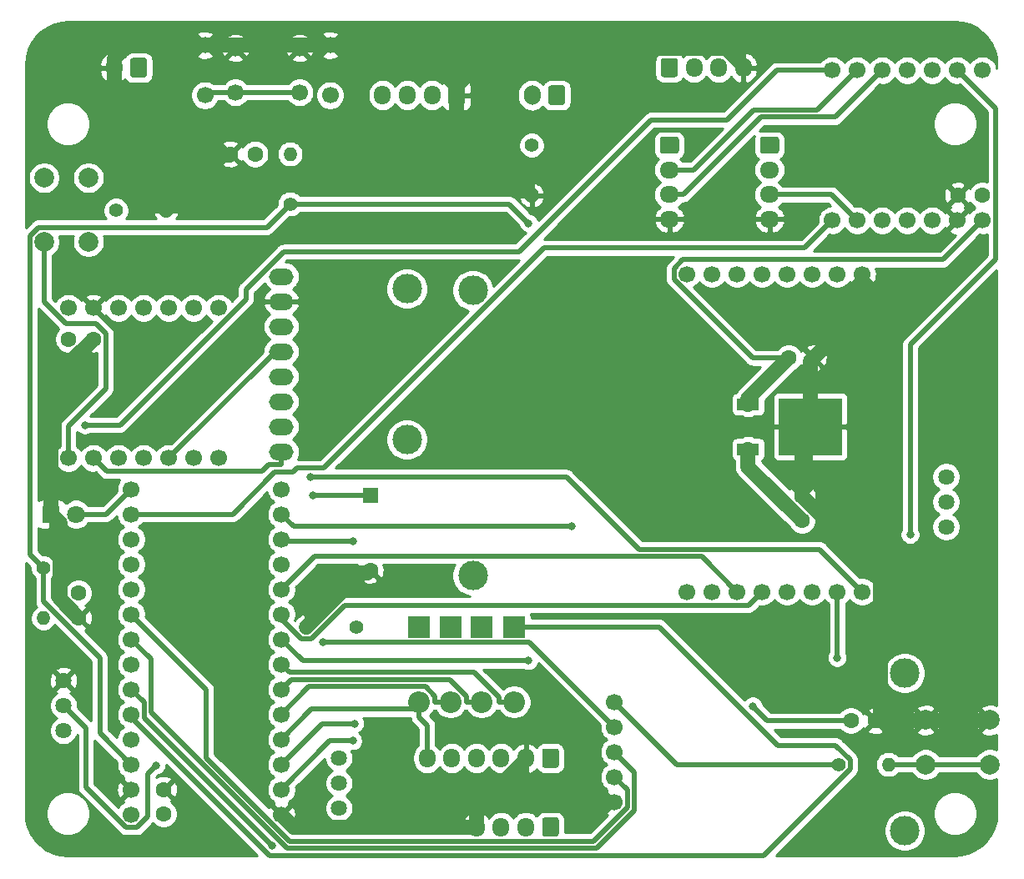
<source format=gtl>
G04 #@! TF.GenerationSoftware,KiCad,Pcbnew,(5.1.10)-1*
G04 #@! TF.CreationDate,2021-11-09T22:33:30+09:00*
G04 #@! TF.ProjectId,Heracles.main,48657261-636c-4657-932e-6d61696e2e6b,rev?*
G04 #@! TF.SameCoordinates,Original*
G04 #@! TF.FileFunction,Copper,L1,Top*
G04 #@! TF.FilePolarity,Positive*
%FSLAX46Y46*%
G04 Gerber Fmt 4.6, Leading zero omitted, Abs format (unit mm)*
G04 Created by KiCad (PCBNEW (5.1.10)-1) date 2021-11-09 22:33:30*
%MOMM*%
%LPD*%
G01*
G04 APERTURE LIST*
G04 #@! TA.AperFunction,ComponentPad*
%ADD10C,1.700000*%
G04 #@! TD*
G04 #@! TA.AperFunction,ComponentPad*
%ADD11O,2.500000X1.700000*%
G04 #@! TD*
G04 #@! TA.AperFunction,ComponentPad*
%ADD12C,3.000000*%
G04 #@! TD*
G04 #@! TA.AperFunction,ComponentPad*
%ADD13C,1.600000*%
G04 #@! TD*
G04 #@! TA.AperFunction,ComponentPad*
%ADD14R,1.600000X1.600000*%
G04 #@! TD*
G04 #@! TA.AperFunction,ComponentPad*
%ADD15O,2.200000X2.200000*%
G04 #@! TD*
G04 #@! TA.AperFunction,ComponentPad*
%ADD16R,2.200000X2.200000*%
G04 #@! TD*
G04 #@! TA.AperFunction,ComponentPad*
%ADD17O,1.700000X1.950000*%
G04 #@! TD*
G04 #@! TA.AperFunction,SMDPad,CuDef*
%ADD18R,6.400000X5.800000*%
G04 #@! TD*
G04 #@! TA.AperFunction,SMDPad,CuDef*
%ADD19R,2.200000X1.200000*%
G04 #@! TD*
G04 #@! TA.AperFunction,ComponentPad*
%ADD20C,1.635000*%
G04 #@! TD*
G04 #@! TA.AperFunction,ComponentPad*
%ADD21C,2.000000*%
G04 #@! TD*
G04 #@! TA.AperFunction,ComponentPad*
%ADD22O,1.400000X1.400000*%
G04 #@! TD*
G04 #@! TA.AperFunction,ComponentPad*
%ADD23C,1.400000*%
G04 #@! TD*
G04 #@! TA.AperFunction,ComponentPad*
%ADD24O,1.700000X2.000000*%
G04 #@! TD*
G04 #@! TA.AperFunction,ComponentPad*
%ADD25O,1.950000X1.700000*%
G04 #@! TD*
G04 #@! TA.AperFunction,ComponentPad*
%ADD26C,1.800000*%
G04 #@! TD*
G04 #@! TA.AperFunction,ComponentPad*
%ADD27R,1.800000X1.800000*%
G04 #@! TD*
G04 #@! TA.AperFunction,ViaPad*
%ADD28C,0.800000*%
G04 #@! TD*
G04 #@! TA.AperFunction,Conductor*
%ADD29C,1.500000*%
G04 #@! TD*
G04 #@! TA.AperFunction,Conductor*
%ADD30C,0.500000*%
G04 #@! TD*
G04 #@! TA.AperFunction,Conductor*
%ADD31C,0.254000*%
G04 #@! TD*
G04 #@! TA.AperFunction,Conductor*
%ADD32C,0.100000*%
G04 #@! TD*
G04 APERTURE END LIST*
D10*
X113967000Y-59345000D03*
X113967000Y-63845000D03*
X120467000Y-59345000D03*
X120467000Y-63845000D03*
X110867000Y-64135000D03*
X110867000Y-59055000D03*
X123567000Y-59055000D03*
X123567000Y-64135000D03*
D11*
X118614000Y-82550000D03*
X118614000Y-85090000D03*
X118614000Y-87630000D03*
X118614000Y-90170000D03*
X118614000Y-92710000D03*
X118614000Y-95250000D03*
X118614000Y-97790000D03*
X118614000Y-100330000D03*
D12*
X131354000Y-99100000D03*
X131354000Y-83780000D03*
D10*
X103374000Y-137160000D03*
X103374000Y-134620000D03*
X103374000Y-132080000D03*
X103374000Y-129540000D03*
X103374000Y-127000000D03*
X103374000Y-124460000D03*
X103374000Y-121920000D03*
X103374000Y-119380000D03*
X103374000Y-116840000D03*
X103374000Y-114300000D03*
X103374000Y-111760000D03*
X103374000Y-109220000D03*
X103374000Y-106680000D03*
X103374000Y-104140000D03*
X118614000Y-104140000D03*
X118614000Y-106680000D03*
X118614000Y-109220000D03*
X118614000Y-111760000D03*
X118614000Y-114300000D03*
X118614000Y-116840000D03*
X118614000Y-119380000D03*
X118614000Y-121920000D03*
X118614000Y-124460000D03*
X118614000Y-127000000D03*
X118614000Y-129540000D03*
X118614000Y-132080000D03*
X118614000Y-134620000D03*
X118614000Y-137160000D03*
D13*
X127635000Y-112375000D03*
D14*
X127635000Y-104775000D03*
D15*
X142240000Y-125730000D03*
D16*
X142240000Y-118110000D03*
D15*
X138934000Y-125730000D03*
D16*
X138934000Y-118110000D03*
D15*
X135759000Y-125730000D03*
D16*
X135759000Y-118110000D03*
D15*
X132584000Y-125730000D03*
D16*
X132584000Y-118110000D03*
D10*
X159763000Y-114549000D03*
X162303000Y-114549000D03*
X164843000Y-114549000D03*
X167383000Y-114549000D03*
X169923000Y-114549000D03*
X172463000Y-114549000D03*
X175003000Y-114549000D03*
X177543000Y-114549000D03*
X159763000Y-82291000D03*
X162303000Y-82291000D03*
X164843000Y-82291000D03*
X167383000Y-82291000D03*
X169923000Y-82291000D03*
X172463000Y-82291000D03*
X175003000Y-82291000D03*
X177543000Y-82291000D03*
D12*
X138046000Y-83942000D03*
X138046000Y-112898000D03*
D17*
X133419000Y-131445000D03*
X135919000Y-131445000D03*
X138419000Y-131445000D03*
X140919000Y-131445000D03*
X143419000Y-131445000D03*
G04 #@! TA.AperFunction,ComponentPad*
G36*
G01*
X146769000Y-130720000D02*
X146769000Y-132170000D01*
G75*
G02*
X146519000Y-132420000I-250000J0D01*
G01*
X145319000Y-132420000D01*
G75*
G02*
X145069000Y-132170000I0J250000D01*
G01*
X145069000Y-130720000D01*
G75*
G02*
X145319000Y-130470000I250000J0D01*
G01*
X146519000Y-130470000D01*
G75*
G02*
X146769000Y-130720000I0J-250000D01*
G01*
G37*
G04 #@! TD.AperFunction*
D18*
X172280000Y-97790000D03*
D19*
X165980000Y-100070000D03*
X165980000Y-95510000D03*
D10*
X189734000Y-76835000D03*
X187194000Y-76835000D03*
X184654000Y-76835000D03*
X182114000Y-76835000D03*
X179574000Y-76835000D03*
X177034000Y-76835000D03*
X174494000Y-76835000D03*
X174494000Y-61595000D03*
X177034000Y-61595000D03*
X179574000Y-61595000D03*
X182114000Y-61595000D03*
X184654000Y-61595000D03*
X187194000Y-61595000D03*
X189734000Y-61595000D03*
X97024000Y-85725000D03*
X99564000Y-85725000D03*
X102104000Y-85725000D03*
X104644000Y-85725000D03*
X107184000Y-85725000D03*
X109724000Y-85725000D03*
X112264000Y-85725000D03*
X112264000Y-100965000D03*
X109724000Y-100965000D03*
X107184000Y-100965000D03*
X104644000Y-100965000D03*
X102104000Y-100965000D03*
X99564000Y-100965000D03*
X97024000Y-100965000D03*
D20*
X96516000Y-128651000D03*
X96516000Y-126111000D03*
X96516000Y-123571000D03*
D21*
X184000000Y-132080000D03*
X184000000Y-127580000D03*
X190500000Y-132080000D03*
X190500000Y-127580000D03*
D20*
X186055000Y-102870000D03*
X186055000Y-105410000D03*
X186055000Y-107950000D03*
X124460000Y-136525000D03*
X124460000Y-133985000D03*
X124460000Y-131445000D03*
D21*
X99056000Y-79017000D03*
X94556000Y-79017000D03*
X99056000Y-72517000D03*
X94556000Y-72517000D03*
D22*
X144014000Y-74295000D03*
D23*
X144014000Y-69215000D03*
X126234000Y-118110000D03*
D22*
X121154000Y-118110000D03*
X94484000Y-117221000D03*
D23*
X94484000Y-112141000D03*
D22*
X119503000Y-70104000D03*
D23*
X119503000Y-75184000D03*
D22*
X180209000Y-132080000D03*
D23*
X175129000Y-132080000D03*
D22*
X106930000Y-75819000D03*
D23*
X101850000Y-75819000D03*
D24*
X144054000Y-64135000D03*
G04 #@! TA.AperFunction,ComponentPad*
G36*
G01*
X147404000Y-63385000D02*
X147404000Y-64885000D01*
G75*
G02*
X147154000Y-65135000I-250000J0D01*
G01*
X145954000Y-65135000D01*
G75*
G02*
X145704000Y-64885000I0J250000D01*
G01*
X145704000Y-63385000D01*
G75*
G02*
X145954000Y-63135000I250000J0D01*
G01*
X147154000Y-63135000D01*
G75*
G02*
X147404000Y-63385000I0J-250000D01*
G01*
G37*
G04 #@! TD.AperFunction*
D10*
X152400000Y-135890000D03*
X152400000Y-133350000D03*
X152400000Y-130810000D03*
X152400000Y-128270000D03*
X152400000Y-125730000D03*
D12*
X181860000Y-122810000D03*
X181860000Y-138810000D03*
G04 #@! TA.AperFunction,ComponentPad*
G36*
G01*
X104986000Y-60591000D02*
X104986000Y-62091000D01*
G75*
G02*
X104736000Y-62341000I-250000J0D01*
G01*
X103536000Y-62341000D01*
G75*
G02*
X103286000Y-62091000I0J250000D01*
G01*
X103286000Y-60591000D01*
G75*
G02*
X103536000Y-60341000I250000J0D01*
G01*
X104736000Y-60341000D01*
G75*
G02*
X104986000Y-60591000I0J-250000D01*
G01*
G37*
G04 #@! TD.AperFunction*
D24*
X101636000Y-61341000D03*
D17*
X128894000Y-64135000D03*
X131394000Y-64135000D03*
X133894000Y-64135000D03*
G04 #@! TA.AperFunction,ComponentPad*
G36*
G01*
X137244000Y-63410000D02*
X137244000Y-64860000D01*
G75*
G02*
X136994000Y-65110000I-250000J0D01*
G01*
X135794000Y-65110000D01*
G75*
G02*
X135544000Y-64860000I0J250000D01*
G01*
X135544000Y-63410000D01*
G75*
G02*
X135794000Y-63160000I250000J0D01*
G01*
X136994000Y-63160000D01*
G75*
G02*
X137244000Y-63410000I0J-250000D01*
G01*
G37*
G04 #@! TD.AperFunction*
D25*
X168144000Y-76715000D03*
X168144000Y-74215000D03*
X168144000Y-71715000D03*
G04 #@! TA.AperFunction,ComponentPad*
G36*
G01*
X167419000Y-68365000D02*
X168869000Y-68365000D01*
G75*
G02*
X169119000Y-68615000I0J-250000D01*
G01*
X169119000Y-69815000D01*
G75*
G02*
X168869000Y-70065000I-250000J0D01*
G01*
X167419000Y-70065000D01*
G75*
G02*
X167169000Y-69815000I0J250000D01*
G01*
X167169000Y-68615000D01*
G75*
G02*
X167419000Y-68365000I250000J0D01*
G01*
G37*
G04 #@! TD.AperFunction*
X157984000Y-76715000D03*
X157984000Y-74215000D03*
X157984000Y-71715000D03*
G04 #@! TA.AperFunction,ComponentPad*
G36*
G01*
X157259000Y-68365000D02*
X158709000Y-68365000D01*
G75*
G02*
X158959000Y-68615000I0J-250000D01*
G01*
X158959000Y-69815000D01*
G75*
G02*
X158709000Y-70065000I-250000J0D01*
G01*
X157259000Y-70065000D01*
G75*
G02*
X157009000Y-69815000I0J250000D01*
G01*
X157009000Y-68615000D01*
G75*
G02*
X157259000Y-68365000I250000J0D01*
G01*
G37*
G04 #@! TD.AperFunction*
D17*
X165484000Y-61341000D03*
X162984000Y-61341000D03*
X160484000Y-61341000D03*
G04 #@! TA.AperFunction,ComponentPad*
G36*
G01*
X157134000Y-62066000D02*
X157134000Y-60616000D01*
G75*
G02*
X157384000Y-60366000I250000J0D01*
G01*
X158584000Y-60366000D01*
G75*
G02*
X158834000Y-60616000I0J-250000D01*
G01*
X158834000Y-62066000D01*
G75*
G02*
X158584000Y-62316000I-250000J0D01*
G01*
X157384000Y-62316000D01*
G75*
G02*
X157134000Y-62066000I0J250000D01*
G01*
G37*
G04 #@! TD.AperFunction*
X138419000Y-138430000D03*
X140919000Y-138430000D03*
X143419000Y-138430000D03*
G04 #@! TA.AperFunction,ComponentPad*
G36*
G01*
X146769000Y-137705000D02*
X146769000Y-139155000D01*
G75*
G02*
X146519000Y-139405000I-250000J0D01*
G01*
X145319000Y-139405000D01*
G75*
G02*
X145069000Y-139155000I0J250000D01*
G01*
X145069000Y-137705000D01*
G75*
G02*
X145319000Y-137455000I250000J0D01*
G01*
X146519000Y-137455000D01*
G75*
G02*
X146769000Y-137705000I0J-250000D01*
G01*
G37*
G04 #@! TD.AperFunction*
D26*
X97790000Y-106680000D03*
D27*
X95250000Y-106680000D03*
D13*
X98040000Y-117181000D03*
X98040000Y-114681000D03*
X113447000Y-70104000D03*
X115947000Y-70104000D03*
X106680000Y-137120000D03*
X106680000Y-134620000D03*
X187234000Y-74295000D03*
X189734000Y-74295000D03*
X99524000Y-88900000D03*
X97024000Y-88900000D03*
X178899000Y-127635000D03*
X176399000Y-127635000D03*
X172589000Y-90805000D03*
X170089000Y-90805000D03*
X171450000Y-104815000D03*
X171450000Y-107315000D03*
D28*
X121823300Y-104775000D03*
X148110600Y-107919600D03*
X166448200Y-126154600D03*
X125867600Y-109431900D03*
X105897700Y-132158000D03*
X182410700Y-108741300D03*
X126039900Y-127921300D03*
X125869600Y-129676900D03*
X122882500Y-119660400D03*
X143698500Y-77124600D03*
X143682000Y-121536700D03*
X98697600Y-97623900D03*
X117665900Y-140346800D03*
X175003000Y-121238100D03*
X121609100Y-102885700D03*
D29*
X120467000Y-59055000D02*
X120177000Y-59055000D01*
X120757000Y-59055000D02*
X120467000Y-59055000D01*
X120467000Y-59055000D02*
X120177000Y-59055000D01*
X120757000Y-59055000D02*
X120467000Y-59055000D01*
D30*
X120467000Y-59055000D02*
X120467000Y-59345000D01*
D29*
X121872000Y-59055000D02*
X120757000Y-59055000D01*
X123567000Y-59055000D02*
X121872000Y-59055000D01*
X121872000Y-59055000D02*
X120757000Y-59055000D01*
X123567000Y-59055000D02*
X121872000Y-59055000D01*
D30*
X184055000Y-127635000D02*
X184000000Y-127580000D01*
D29*
X184055000Y-127635000D02*
X190445000Y-127635000D01*
X190445000Y-127635000D02*
X190500000Y-127580000D01*
X178899000Y-127635000D02*
X184055000Y-127635000D01*
D30*
X114042000Y-59055000D02*
X113967000Y-59130000D01*
X113967000Y-59130000D02*
X113967000Y-59345000D01*
D29*
X114042000Y-59055000D02*
X110867000Y-59055000D01*
X117217000Y-59055000D02*
X114042000Y-59055000D01*
X114042000Y-59055000D02*
X110867000Y-59055000D01*
X117217000Y-59055000D02*
X114042000Y-59055000D01*
X120177000Y-59055000D02*
X117217000Y-59055000D01*
X120177000Y-59055000D02*
X117217000Y-59055000D01*
X139145000Y-135890000D02*
X143419000Y-131616000D01*
X143419000Y-131616000D02*
X143419000Y-131445000D01*
X152400000Y-135890000D02*
X139145000Y-135890000D01*
X136394000Y-63160000D02*
X132289000Y-59055000D01*
X132289000Y-59055000D02*
X123567000Y-59055000D01*
X106930000Y-75819000D02*
X112518000Y-70231000D01*
X112518000Y-70231000D02*
X113320000Y-70231000D01*
X113320000Y-70231000D02*
X113447000Y-70104000D01*
X136394000Y-64135000D02*
X136394000Y-63160000D01*
X101636000Y-61341000D02*
X101636000Y-60412000D01*
X101636000Y-60412000D02*
X102993000Y-59055000D01*
X102993000Y-59055000D02*
X110867000Y-59055000D01*
X136394000Y-64135000D02*
X136394000Y-66675000D01*
X136394000Y-66675000D02*
X144014000Y-74295000D01*
X99524000Y-88900000D02*
X95224000Y-93200000D01*
X95224000Y-93200000D02*
X95224000Y-106654000D01*
X95224000Y-106654000D02*
X95250000Y-106680000D01*
X95250000Y-106680000D02*
X96134000Y-107564000D01*
X96134000Y-107564000D02*
X96134000Y-115275000D01*
X96134000Y-115275000D02*
X98040000Y-117181000D01*
X121154000Y-118110000D02*
X126615000Y-112649000D01*
X126615000Y-112649000D02*
X127361000Y-112649000D01*
X127361000Y-112649000D02*
X127635000Y-112375000D01*
X101636000Y-61341000D02*
X101636000Y-70525000D01*
X101636000Y-70525000D02*
X106930000Y-75819000D01*
X136394000Y-63160000D02*
X140138000Y-59416000D01*
X140138000Y-59416000D02*
X163730000Y-59416000D01*
X163730000Y-59416000D02*
X165484000Y-61170400D01*
X165484000Y-61170400D02*
X165484000Y-61341000D01*
X172280000Y-97790000D02*
X172280000Y-91114000D01*
X172280000Y-91114000D02*
X172589000Y-90805000D01*
X177543000Y-82291000D02*
X177543000Y-85851000D01*
X177543000Y-85851000D02*
X172589000Y-90805000D01*
X171450000Y-104815000D02*
X171450000Y-98620000D01*
X171450000Y-98620000D02*
X172280000Y-97790000D01*
X171450000Y-104815000D02*
X179410000Y-112775000D01*
X179410000Y-112775000D02*
X179410000Y-127124000D01*
X179410000Y-127124000D02*
X178899000Y-127635000D01*
X138419000Y-138430000D02*
X119884000Y-138430000D01*
X119884000Y-138430000D02*
X118614000Y-137160000D01*
X139145000Y-135890000D02*
X138849000Y-136186000D01*
X138419000Y-138430000D02*
X138419000Y-136616000D01*
X138419000Y-136616000D02*
X138849000Y-136186000D01*
X138849000Y-136186000D02*
X139145000Y-135890000D01*
D30*
X127635000Y-104775000D02*
X121823300Y-104775000D01*
D29*
X165980000Y-100070000D02*
X165980000Y-101845000D01*
X165980000Y-101845000D02*
X171450000Y-107315000D01*
D30*
X189734000Y-76835000D02*
X185740500Y-80828500D01*
X185740500Y-80828500D02*
X159375700Y-80828500D01*
X159375700Y-80828500D02*
X158459700Y-81744500D01*
X158459700Y-81744500D02*
X158459700Y-82835800D01*
X158459700Y-82835800D02*
X166428900Y-90805000D01*
X166428900Y-90805000D02*
X170089000Y-90805000D01*
D29*
X165980000Y-95510000D02*
X165980000Y-94914000D01*
X165980000Y-94914000D02*
X170089000Y-90805000D01*
D30*
X176399000Y-127635000D02*
X167928600Y-127635000D01*
X167928600Y-127635000D02*
X166448200Y-126154600D01*
X148110600Y-107919600D02*
X119853600Y-107919600D01*
X119853600Y-107919600D02*
X118614000Y-106680000D01*
X190500000Y-132080000D02*
X184000000Y-132080000D01*
X180209000Y-132080000D02*
X184000000Y-132080000D01*
X113967000Y-63845000D02*
X111157000Y-63845000D01*
X111157000Y-63845000D02*
X110867000Y-64135000D01*
X120467000Y-63845000D02*
X113967000Y-63845000D01*
X125867600Y-109431900D02*
X118825900Y-109431900D01*
X118825900Y-109431900D02*
X118614000Y-109220000D01*
X96516000Y-126111000D02*
X98800700Y-128395700D01*
X98800700Y-128395700D02*
X98800700Y-134437700D01*
X98800700Y-134437700D02*
X102828100Y-138465100D01*
X102828100Y-138465100D02*
X103960600Y-138465100D01*
X103960600Y-138465100D02*
X105052000Y-137373700D01*
X105052000Y-137373700D02*
X105052000Y-133003700D01*
X105052000Y-133003700D02*
X105897700Y-132158000D01*
X97790000Y-106680000D02*
X100834000Y-106680000D01*
X100834000Y-106680000D02*
X103374000Y-104140000D01*
X182410700Y-108741300D02*
X182410700Y-89439300D01*
X182410700Y-89439300D02*
X191087400Y-80762600D01*
X191087400Y-80762600D02*
X191087400Y-65488400D01*
X191087400Y-65488400D02*
X187194000Y-61595000D01*
X157984000Y-74215000D02*
X159409300Y-74215000D01*
X159409300Y-74215000D02*
X167269100Y-66355200D01*
X167269100Y-66355200D02*
X174813800Y-66355200D01*
X174813800Y-66355200D02*
X179574000Y-61595000D01*
X157984000Y-71715000D02*
X160457700Y-71715000D01*
X160457700Y-71715000D02*
X166517800Y-65654900D01*
X166517800Y-65654900D02*
X172974100Y-65654900D01*
X172974100Y-65654900D02*
X177034000Y-61595000D01*
X168144000Y-74215000D02*
X174414000Y-74215000D01*
X174414000Y-74215000D02*
X177034000Y-76835000D01*
X126039900Y-127921300D02*
X122772700Y-127921300D01*
X122772700Y-127921300D02*
X118614000Y-132080000D01*
X118614000Y-134620000D02*
X123557100Y-129676900D01*
X123557100Y-129676900D02*
X125869600Y-129676900D01*
X152400000Y-133350000D02*
X153725300Y-134675300D01*
X153725300Y-134675300D02*
X153725300Y-136466200D01*
X153725300Y-136466200D02*
X150300500Y-139891000D01*
X150300500Y-139891000D02*
X119468900Y-139891000D01*
X119468900Y-139891000D02*
X110994100Y-131416200D01*
X110994100Y-131416200D02*
X110994100Y-124460100D01*
X110994100Y-124460100D02*
X103374000Y-116840000D01*
X152400000Y-130810000D02*
X154427500Y-132837500D01*
X154427500Y-132837500D02*
X154427500Y-136754500D01*
X154427500Y-136754500D02*
X150580200Y-140601800D01*
X150580200Y-140601800D02*
X119189200Y-140601800D01*
X119189200Y-140601800D02*
X105388200Y-126800800D01*
X105388200Y-126800800D02*
X105388200Y-121394200D01*
X105388200Y-121394200D02*
X103374000Y-119380000D01*
X152400000Y-128270000D02*
X143790400Y-119660400D01*
X143790400Y-119660400D02*
X122882500Y-119660400D01*
X103374000Y-132080000D02*
X100207000Y-128913000D01*
X100207000Y-128913000D02*
X100207000Y-121262800D01*
X100207000Y-121262800D02*
X94484000Y-115539800D01*
X94484000Y-115539800D02*
X94484000Y-112141000D01*
X94484000Y-112141000D02*
X93097500Y-110754500D01*
X93097500Y-110754500D02*
X93097500Y-78400800D01*
X93097500Y-78400800D02*
X93949200Y-77549100D01*
X93949200Y-77549100D02*
X117137900Y-77549100D01*
X117137900Y-77549100D02*
X119503000Y-75184000D01*
X143698500Y-77124600D02*
X141757900Y-75184000D01*
X141757900Y-75184000D02*
X119503000Y-75184000D01*
X152400000Y-125730000D02*
X158750000Y-132080000D01*
X158750000Y-132080000D02*
X175129000Y-132080000D01*
X142240000Y-118110000D02*
X156950500Y-118110000D01*
X156950500Y-118110000D02*
X168970100Y-130129600D01*
X168970100Y-130129600D02*
X174838500Y-130129600D01*
X174838500Y-130129600D02*
X176320400Y-131611500D01*
X176320400Y-131611500D02*
X176320400Y-132571000D01*
X176320400Y-132571000D02*
X167556300Y-141335100D01*
X167556300Y-141335100D02*
X117422400Y-141335100D01*
X117422400Y-141335100D02*
X103374000Y-127286700D01*
X103374000Y-127286700D02*
X103374000Y-127000000D01*
X118614000Y-119380000D02*
X120770700Y-121536700D01*
X120770700Y-121536700D02*
X143682000Y-121536700D01*
X94556000Y-79017000D02*
X94556000Y-85137100D01*
X94556000Y-85137100D02*
X96767100Y-87348200D01*
X96767100Y-87348200D02*
X99780400Y-87348200D01*
X99780400Y-87348200D02*
X100794900Y-88362700D01*
X100794900Y-88362700D02*
X100794900Y-93933400D01*
X100794900Y-93933400D02*
X97024000Y-97704300D01*
X97024000Y-97704300D02*
X97024000Y-100965000D01*
X118614000Y-101630300D02*
X117351600Y-101630300D01*
X117351600Y-101630300D02*
X116673200Y-102308700D01*
X116673200Y-102308700D02*
X100907700Y-102308700D01*
X100907700Y-102308700D02*
X99564000Y-100965000D01*
X118614000Y-100330000D02*
X118614000Y-101630300D01*
X118614000Y-90170000D02*
X117979000Y-90170000D01*
X117979000Y-90170000D02*
X107184000Y-100965000D01*
X174494000Y-76835000D02*
X171696700Y-79632300D01*
X171696700Y-79632300D02*
X145246000Y-79632300D01*
X145246000Y-79632300D02*
X122897900Y-101980400D01*
X122897900Y-101980400D02*
X120199700Y-101980400D01*
X120199700Y-101980400D02*
X119787900Y-102392200D01*
X119787900Y-102392200D02*
X117969400Y-102392200D01*
X117969400Y-102392200D02*
X113681600Y-106680000D01*
X113681600Y-106680000D02*
X103374000Y-106680000D01*
X174494000Y-61595000D02*
X168886500Y-61595000D01*
X168886500Y-61595000D02*
X163844700Y-66636800D01*
X163844700Y-66636800D02*
X156112900Y-66636800D01*
X156112900Y-66636800D02*
X142721900Y-80027800D01*
X142721900Y-80027800D02*
X118844000Y-80027800D01*
X118844000Y-80027800D02*
X115031000Y-83840800D01*
X115031000Y-83840800D02*
X115031000Y-84836000D01*
X115031000Y-84836000D02*
X102243100Y-97623900D01*
X102243100Y-97623900D02*
X98697600Y-97623900D01*
X164843000Y-114549000D02*
X161241600Y-110947600D01*
X161241600Y-110947600D02*
X121966400Y-110947600D01*
X121966400Y-110947600D02*
X118614000Y-114300000D01*
X167383000Y-114549000D02*
X166024200Y-115907800D01*
X166024200Y-115907800D02*
X125084300Y-115907800D01*
X125084300Y-115907800D02*
X121675400Y-119316700D01*
X121675400Y-119316700D02*
X120611000Y-119316700D01*
X120611000Y-119316700D02*
X118614000Y-117319700D01*
X118614000Y-117319700D02*
X118614000Y-116840000D01*
X175003000Y-114549000D02*
X175003000Y-121238100D01*
X117665900Y-140346800D02*
X104687800Y-127368700D01*
X104687800Y-127368700D02*
X104687800Y-125773800D01*
X104687800Y-125773800D02*
X103374000Y-124460000D01*
X177543000Y-114549000D02*
X173241200Y-110247200D01*
X173241200Y-110247200D02*
X154893800Y-110247200D01*
X154893800Y-110247200D02*
X147532300Y-102885700D01*
X147532300Y-102885700D02*
X121609100Y-102885700D01*
X133419000Y-131445000D02*
X133419000Y-130019700D01*
X133419000Y-130019700D02*
X133419000Y-128115300D01*
X133419000Y-128115300D02*
X132584000Y-127280300D01*
X132584000Y-126468900D02*
X121685100Y-126468900D01*
X121685100Y-126468900D02*
X118614000Y-129540000D01*
X132584000Y-126468900D02*
X132584000Y-127280300D01*
X132584000Y-125730000D02*
X132584000Y-126468900D01*
X135759000Y-125730000D02*
X134208700Y-125730000D01*
X134208700Y-125730000D02*
X134208700Y-125148600D01*
X134208700Y-125148600D02*
X133229400Y-124169300D01*
X133229400Y-124169300D02*
X121444700Y-124169300D01*
X121444700Y-124169300D02*
X118614000Y-127000000D01*
X118614000Y-124460000D02*
X119621200Y-123452800D01*
X119621200Y-123452800D02*
X135687900Y-123452800D01*
X135687900Y-123452800D02*
X137383700Y-125148600D01*
X137383700Y-125148600D02*
X137383700Y-125730000D01*
X138934000Y-125730000D02*
X137383700Y-125730000D01*
X142240000Y-125730000D02*
X140689700Y-125730000D01*
X140689700Y-125730000D02*
X140689700Y-125245500D01*
X140689700Y-125245500D02*
X138186600Y-122742400D01*
X138186600Y-122742400D02*
X119436400Y-122742400D01*
X119436400Y-122742400D02*
X118614000Y-121920000D01*
D31*
X190202400Y-80396021D02*
X181815652Y-88782770D01*
X181781884Y-88810483D01*
X181754171Y-88844251D01*
X181754168Y-88844254D01*
X181671290Y-88945241D01*
X181589112Y-89098987D01*
X181538505Y-89265810D01*
X181521419Y-89439300D01*
X181525701Y-89482779D01*
X181525700Y-108202846D01*
X181493495Y-108251044D01*
X181415474Y-108439402D01*
X181375700Y-108639361D01*
X181375700Y-108843239D01*
X181415474Y-109043198D01*
X181493495Y-109231556D01*
X181606763Y-109401074D01*
X181750926Y-109545237D01*
X181920444Y-109658505D01*
X182108802Y-109736526D01*
X182308761Y-109776300D01*
X182512639Y-109776300D01*
X182712598Y-109736526D01*
X182900956Y-109658505D01*
X183070474Y-109545237D01*
X183214637Y-109401074D01*
X183327905Y-109231556D01*
X183405926Y-109043198D01*
X183445700Y-108843239D01*
X183445700Y-108639361D01*
X183405926Y-108439402D01*
X183327905Y-108251044D01*
X183295700Y-108202846D01*
X183295700Y-102726941D01*
X184602500Y-102726941D01*
X184602500Y-103013059D01*
X184658319Y-103293679D01*
X184767811Y-103558017D01*
X184926770Y-103795915D01*
X185129085Y-103998230D01*
X185341258Y-104140000D01*
X185129085Y-104281770D01*
X184926770Y-104484085D01*
X184767811Y-104721983D01*
X184658319Y-104986321D01*
X184602500Y-105266941D01*
X184602500Y-105553059D01*
X184658319Y-105833679D01*
X184767811Y-106098017D01*
X184926770Y-106335915D01*
X185129085Y-106538230D01*
X185341258Y-106680000D01*
X185129085Y-106821770D01*
X184926770Y-107024085D01*
X184767811Y-107261983D01*
X184658319Y-107526321D01*
X184602500Y-107806941D01*
X184602500Y-108093059D01*
X184658319Y-108373679D01*
X184767811Y-108638017D01*
X184926770Y-108875915D01*
X185129085Y-109078230D01*
X185366983Y-109237189D01*
X185631321Y-109346681D01*
X185911941Y-109402500D01*
X186198059Y-109402500D01*
X186478679Y-109346681D01*
X186743017Y-109237189D01*
X186980915Y-109078230D01*
X187183230Y-108875915D01*
X187342189Y-108638017D01*
X187451681Y-108373679D01*
X187507500Y-108093059D01*
X187507500Y-107806941D01*
X187451681Y-107526321D01*
X187342189Y-107261983D01*
X187183230Y-107024085D01*
X186980915Y-106821770D01*
X186768742Y-106680000D01*
X186980915Y-106538230D01*
X187183230Y-106335915D01*
X187342189Y-106098017D01*
X187451681Y-105833679D01*
X187507500Y-105553059D01*
X187507500Y-105266941D01*
X187451681Y-104986321D01*
X187342189Y-104721983D01*
X187183230Y-104484085D01*
X186980915Y-104281770D01*
X186768742Y-104140000D01*
X186980915Y-103998230D01*
X187183230Y-103795915D01*
X187342189Y-103558017D01*
X187451681Y-103293679D01*
X187507500Y-103013059D01*
X187507500Y-102726941D01*
X187451681Y-102446321D01*
X187342189Y-102181983D01*
X187183230Y-101944085D01*
X186980915Y-101741770D01*
X186743017Y-101582811D01*
X186478679Y-101473319D01*
X186198059Y-101417500D01*
X185911941Y-101417500D01*
X185631321Y-101473319D01*
X185366983Y-101582811D01*
X185129085Y-101741770D01*
X184926770Y-101944085D01*
X184767811Y-102181983D01*
X184658319Y-102446321D01*
X184602500Y-102726941D01*
X183295700Y-102726941D01*
X183295700Y-89805878D01*
X191209000Y-81892579D01*
X191209001Y-126106708D01*
X191070429Y-126039296D01*
X190758892Y-125957616D01*
X190437405Y-125938282D01*
X190118325Y-125982039D01*
X189813912Y-126087205D01*
X189639956Y-126180186D01*
X189544192Y-126444587D01*
X190500000Y-127400395D01*
X190514143Y-127386253D01*
X190693748Y-127565858D01*
X190679605Y-127580000D01*
X190693748Y-127594143D01*
X190514143Y-127773748D01*
X190500000Y-127759605D01*
X189544192Y-128715413D01*
X189639956Y-128979814D01*
X189929571Y-129120704D01*
X190241108Y-129202384D01*
X190562595Y-129221718D01*
X190881675Y-129177961D01*
X191186088Y-129072795D01*
X191209001Y-129060548D01*
X191209001Y-130603967D01*
X190976912Y-130507832D01*
X190661033Y-130445000D01*
X190338967Y-130445000D01*
X190023088Y-130507832D01*
X189725537Y-130631082D01*
X189457748Y-130810013D01*
X189230013Y-131037748D01*
X189124941Y-131195000D01*
X185375059Y-131195000D01*
X185269987Y-131037748D01*
X185042252Y-130810013D01*
X184774463Y-130631082D01*
X184476912Y-130507832D01*
X184161033Y-130445000D01*
X183838967Y-130445000D01*
X183523088Y-130507832D01*
X183225537Y-130631082D01*
X182957748Y-130810013D01*
X182730013Y-131037748D01*
X182624941Y-131195000D01*
X181211975Y-131195000D01*
X181060013Y-131043038D01*
X180841359Y-130896939D01*
X180598405Y-130796304D01*
X180340486Y-130745000D01*
X180077514Y-130745000D01*
X179819595Y-130796304D01*
X179576641Y-130896939D01*
X179357987Y-131043038D01*
X179172038Y-131228987D01*
X179025939Y-131447641D01*
X178925304Y-131690595D01*
X178874000Y-131948514D01*
X178874000Y-132211486D01*
X178925304Y-132469405D01*
X179025939Y-132712359D01*
X179172038Y-132931013D01*
X179357987Y-133116962D01*
X179576641Y-133263061D01*
X179819595Y-133363696D01*
X180077514Y-133415000D01*
X180340486Y-133415000D01*
X180598405Y-133363696D01*
X180841359Y-133263061D01*
X181060013Y-133116962D01*
X181211975Y-132965000D01*
X182624941Y-132965000D01*
X182730013Y-133122252D01*
X182957748Y-133349987D01*
X183225537Y-133528918D01*
X183523088Y-133652168D01*
X183838967Y-133715000D01*
X184161033Y-133715000D01*
X184476912Y-133652168D01*
X184774463Y-133528918D01*
X185042252Y-133349987D01*
X185269987Y-133122252D01*
X185375059Y-132965000D01*
X189124941Y-132965000D01*
X189230013Y-133122252D01*
X189457748Y-133349987D01*
X189725537Y-133528918D01*
X190023088Y-133652168D01*
X190338967Y-133715000D01*
X190661033Y-133715000D01*
X190976912Y-133652168D01*
X191209001Y-133556033D01*
X191209001Y-137021659D01*
X191138719Y-137809149D01*
X190938769Y-138540044D01*
X190612550Y-139223976D01*
X190170374Y-139839329D01*
X189626211Y-140366660D01*
X188997274Y-140789287D01*
X188303429Y-141093865D01*
X187560961Y-141272115D01*
X186917051Y-141319401D01*
X168823577Y-141319401D01*
X171543257Y-138599721D01*
X179725000Y-138599721D01*
X179725000Y-139020279D01*
X179807047Y-139432756D01*
X179967988Y-139821302D01*
X180201637Y-140170983D01*
X180499017Y-140468363D01*
X180848698Y-140702012D01*
X181237244Y-140862953D01*
X181649721Y-140945000D01*
X182070279Y-140945000D01*
X182482756Y-140862953D01*
X182871302Y-140702012D01*
X183220983Y-140468363D01*
X183518363Y-140170983D01*
X183752012Y-139821302D01*
X183912953Y-139432756D01*
X183995000Y-139020279D01*
X183995000Y-138599721D01*
X183912953Y-138187244D01*
X183752012Y-137798698D01*
X183518363Y-137449017D01*
X183220983Y-137151637D01*
X182871302Y-136917988D01*
X182667021Y-136833372D01*
X184699858Y-136833372D01*
X184699858Y-137275430D01*
X184786100Y-137708993D01*
X184955268Y-138117401D01*
X185200861Y-138484958D01*
X185513443Y-138797540D01*
X185881000Y-139043133D01*
X186289408Y-139212301D01*
X186722971Y-139298543D01*
X187165029Y-139298543D01*
X187598592Y-139212301D01*
X188007000Y-139043133D01*
X188374557Y-138797540D01*
X188687139Y-138484958D01*
X188932732Y-138117401D01*
X189101900Y-137708993D01*
X189188142Y-137275430D01*
X189188142Y-136833372D01*
X189101900Y-136399809D01*
X188932732Y-135991401D01*
X188687139Y-135623844D01*
X188374557Y-135311262D01*
X188007000Y-135065669D01*
X187598592Y-134896501D01*
X187165029Y-134810259D01*
X186722971Y-134810259D01*
X186289408Y-134896501D01*
X185881000Y-135065669D01*
X185513443Y-135311262D01*
X185200861Y-135623844D01*
X184955268Y-135991401D01*
X184786100Y-136399809D01*
X184699858Y-136833372D01*
X182667021Y-136833372D01*
X182482756Y-136757047D01*
X182070279Y-136675000D01*
X181649721Y-136675000D01*
X181237244Y-136757047D01*
X180848698Y-136917988D01*
X180499017Y-137151637D01*
X180201637Y-137449017D01*
X179967988Y-137798698D01*
X179807047Y-138187244D01*
X179725000Y-138599721D01*
X171543257Y-138599721D01*
X176915449Y-133227530D01*
X176949217Y-133199817D01*
X177002412Y-133135000D01*
X177059810Y-133065060D01*
X177063004Y-133059085D01*
X177141989Y-132911313D01*
X177192595Y-132744490D01*
X177205400Y-132614477D01*
X177205400Y-132614467D01*
X177209681Y-132571001D01*
X177205400Y-132527534D01*
X177205400Y-131654966D01*
X177209681Y-131611499D01*
X177205400Y-131568033D01*
X177205400Y-131568023D01*
X177192595Y-131438010D01*
X177141989Y-131271187D01*
X177059811Y-131117441D01*
X176994408Y-131037748D01*
X176976932Y-131016453D01*
X176976930Y-131016451D01*
X176949217Y-130982683D01*
X176915450Y-130954971D01*
X175495034Y-129534556D01*
X175467317Y-129500783D01*
X175332559Y-129390189D01*
X175178813Y-129308011D01*
X175011990Y-129257405D01*
X174881977Y-129244600D01*
X174881969Y-129244600D01*
X174838500Y-129240319D01*
X174795031Y-129244600D01*
X169336679Y-129244600D01*
X168612079Y-128520000D01*
X175264479Y-128520000D01*
X175284363Y-128549759D01*
X175484241Y-128749637D01*
X175719273Y-128906680D01*
X175980426Y-129014853D01*
X176257665Y-129070000D01*
X176540335Y-129070000D01*
X176817574Y-129014853D01*
X177078727Y-128906680D01*
X177313759Y-128749637D01*
X177435694Y-128627702D01*
X178085903Y-128627702D01*
X178157486Y-128871671D01*
X178412996Y-128992571D01*
X178687184Y-129061300D01*
X178969512Y-129075217D01*
X179249130Y-129033787D01*
X179515292Y-128938603D01*
X179640514Y-128871671D01*
X179686361Y-128715413D01*
X183044192Y-128715413D01*
X183139956Y-128979814D01*
X183429571Y-129120704D01*
X183741108Y-129202384D01*
X184062595Y-129221718D01*
X184381675Y-129177961D01*
X184686088Y-129072795D01*
X184860044Y-128979814D01*
X184955808Y-128715413D01*
X184000000Y-127759605D01*
X183044192Y-128715413D01*
X179686361Y-128715413D01*
X179712097Y-128627702D01*
X178899000Y-127814605D01*
X178085903Y-128627702D01*
X177435694Y-128627702D01*
X177513637Y-128549759D01*
X177647692Y-128349131D01*
X177662329Y-128376514D01*
X177906298Y-128448097D01*
X178719395Y-127635000D01*
X179078605Y-127635000D01*
X179891702Y-128448097D01*
X180135671Y-128376514D01*
X180256571Y-128121004D01*
X180325300Y-127846816D01*
X180335366Y-127642595D01*
X182358282Y-127642595D01*
X182402039Y-127961675D01*
X182507205Y-128266088D01*
X182600186Y-128440044D01*
X182864587Y-128535808D01*
X183820395Y-127580000D01*
X184179605Y-127580000D01*
X185135413Y-128535808D01*
X185399814Y-128440044D01*
X185540704Y-128150429D01*
X185622384Y-127838892D01*
X185634189Y-127642595D01*
X188858282Y-127642595D01*
X188902039Y-127961675D01*
X189007205Y-128266088D01*
X189100186Y-128440044D01*
X189364587Y-128535808D01*
X190320395Y-127580000D01*
X189364587Y-126624192D01*
X189100186Y-126719956D01*
X188959296Y-127009571D01*
X188877616Y-127321108D01*
X188858282Y-127642595D01*
X185634189Y-127642595D01*
X185641718Y-127517405D01*
X185597961Y-127198325D01*
X185492795Y-126893912D01*
X185399814Y-126719956D01*
X185135413Y-126624192D01*
X184179605Y-127580000D01*
X183820395Y-127580000D01*
X182864587Y-126624192D01*
X182600186Y-126719956D01*
X182459296Y-127009571D01*
X182377616Y-127321108D01*
X182358282Y-127642595D01*
X180335366Y-127642595D01*
X180339217Y-127564488D01*
X180297787Y-127284870D01*
X180202603Y-127018708D01*
X180135671Y-126893486D01*
X179891702Y-126821903D01*
X179078605Y-127635000D01*
X178719395Y-127635000D01*
X177906298Y-126821903D01*
X177662329Y-126893486D01*
X177648676Y-126922341D01*
X177513637Y-126720241D01*
X177435694Y-126642298D01*
X178085903Y-126642298D01*
X178899000Y-127455395D01*
X179712097Y-126642298D01*
X179654087Y-126444587D01*
X183044192Y-126444587D01*
X184000000Y-127400395D01*
X184955808Y-126444587D01*
X184860044Y-126180186D01*
X184570429Y-126039296D01*
X184258892Y-125957616D01*
X183937405Y-125938282D01*
X183618325Y-125982039D01*
X183313912Y-126087205D01*
X183139956Y-126180186D01*
X183044192Y-126444587D01*
X179654087Y-126444587D01*
X179640514Y-126398329D01*
X179385004Y-126277429D01*
X179110816Y-126208700D01*
X178828488Y-126194783D01*
X178548870Y-126236213D01*
X178282708Y-126331397D01*
X178157486Y-126398329D01*
X178085903Y-126642298D01*
X177435694Y-126642298D01*
X177313759Y-126520363D01*
X177078727Y-126363320D01*
X176817574Y-126255147D01*
X176540335Y-126200000D01*
X176257665Y-126200000D01*
X175980426Y-126255147D01*
X175719273Y-126363320D01*
X175484241Y-126520363D01*
X175284363Y-126720241D01*
X175264479Y-126750000D01*
X168295179Y-126750000D01*
X167454735Y-125909557D01*
X167443426Y-125852702D01*
X167365405Y-125664344D01*
X167252137Y-125494826D01*
X167107974Y-125350663D01*
X166938456Y-125237395D01*
X166750098Y-125159374D01*
X166550139Y-125119600D01*
X166346261Y-125119600D01*
X166146302Y-125159374D01*
X165957944Y-125237395D01*
X165788426Y-125350663D01*
X165644263Y-125494826D01*
X165621289Y-125529210D01*
X162691800Y-122599721D01*
X179725000Y-122599721D01*
X179725000Y-123020279D01*
X179807047Y-123432756D01*
X179967988Y-123821302D01*
X180201637Y-124170983D01*
X180499017Y-124468363D01*
X180848698Y-124702012D01*
X181237244Y-124862953D01*
X181649721Y-124945000D01*
X182070279Y-124945000D01*
X182482756Y-124862953D01*
X182871302Y-124702012D01*
X183220983Y-124468363D01*
X183518363Y-124170983D01*
X183752012Y-123821302D01*
X183912953Y-123432756D01*
X183995000Y-123020279D01*
X183995000Y-122599721D01*
X183912953Y-122187244D01*
X183752012Y-121798698D01*
X183518363Y-121449017D01*
X183220983Y-121151637D01*
X182871302Y-120917988D01*
X182482756Y-120757047D01*
X182070279Y-120675000D01*
X181649721Y-120675000D01*
X181237244Y-120757047D01*
X180848698Y-120917988D01*
X180499017Y-121151637D01*
X180201637Y-121449017D01*
X179967988Y-121798698D01*
X179807047Y-122187244D01*
X179725000Y-122599721D01*
X162691800Y-122599721D01*
X157607034Y-117514956D01*
X157579317Y-117481183D01*
X157444559Y-117370589D01*
X157290813Y-117288411D01*
X157123990Y-117237805D01*
X156993977Y-117225000D01*
X156993969Y-117225000D01*
X156950500Y-117220719D01*
X156907031Y-117225000D01*
X143978072Y-117225000D01*
X143978072Y-117010000D01*
X143965812Y-116885518D01*
X143937686Y-116792800D01*
X165980731Y-116792800D01*
X166024200Y-116797081D01*
X166067669Y-116792800D01*
X166067677Y-116792800D01*
X166197690Y-116779995D01*
X166364513Y-116729389D01*
X166518259Y-116647211D01*
X166653017Y-116536617D01*
X166680734Y-116502844D01*
X167164040Y-116019539D01*
X167236740Y-116034000D01*
X167529260Y-116034000D01*
X167816158Y-115976932D01*
X168086411Y-115864990D01*
X168329632Y-115702475D01*
X168536475Y-115495632D01*
X168653000Y-115321240D01*
X168769525Y-115495632D01*
X168976368Y-115702475D01*
X169219589Y-115864990D01*
X169489842Y-115976932D01*
X169776740Y-116034000D01*
X170069260Y-116034000D01*
X170356158Y-115976932D01*
X170626411Y-115864990D01*
X170869632Y-115702475D01*
X171076475Y-115495632D01*
X171193000Y-115321240D01*
X171309525Y-115495632D01*
X171516368Y-115702475D01*
X171759589Y-115864990D01*
X172029842Y-115976932D01*
X172316740Y-116034000D01*
X172609260Y-116034000D01*
X172896158Y-115976932D01*
X173166411Y-115864990D01*
X173409632Y-115702475D01*
X173616475Y-115495632D01*
X173733000Y-115321240D01*
X173849525Y-115495632D01*
X174056368Y-115702475D01*
X174118000Y-115743656D01*
X174118001Y-120699644D01*
X174085795Y-120747844D01*
X174007774Y-120936202D01*
X173968000Y-121136161D01*
X173968000Y-121340039D01*
X174007774Y-121539998D01*
X174085795Y-121728356D01*
X174199063Y-121897874D01*
X174343226Y-122042037D01*
X174512744Y-122155305D01*
X174701102Y-122233326D01*
X174901061Y-122273100D01*
X175104939Y-122273100D01*
X175304898Y-122233326D01*
X175493256Y-122155305D01*
X175662774Y-122042037D01*
X175806937Y-121897874D01*
X175920205Y-121728356D01*
X175998226Y-121539998D01*
X176038000Y-121340039D01*
X176038000Y-121136161D01*
X175998226Y-120936202D01*
X175920205Y-120747844D01*
X175888000Y-120699646D01*
X175888000Y-115743656D01*
X175949632Y-115702475D01*
X176156475Y-115495632D01*
X176273000Y-115321240D01*
X176389525Y-115495632D01*
X176596368Y-115702475D01*
X176839589Y-115864990D01*
X177109842Y-115976932D01*
X177396740Y-116034000D01*
X177689260Y-116034000D01*
X177976158Y-115976932D01*
X178246411Y-115864990D01*
X178489632Y-115702475D01*
X178696475Y-115495632D01*
X178858990Y-115252411D01*
X178970932Y-114982158D01*
X179028000Y-114695260D01*
X179028000Y-114402740D01*
X178970932Y-114115842D01*
X178858990Y-113845589D01*
X178696475Y-113602368D01*
X178489632Y-113395525D01*
X178246411Y-113233010D01*
X177976158Y-113121068D01*
X177689260Y-113064000D01*
X177396740Y-113064000D01*
X177324040Y-113078461D01*
X173897734Y-109652156D01*
X173870017Y-109618383D01*
X173735259Y-109507789D01*
X173581513Y-109425611D01*
X173414690Y-109375005D01*
X173284677Y-109362200D01*
X173284669Y-109362200D01*
X173241200Y-109357919D01*
X173197731Y-109362200D01*
X155260379Y-109362200D01*
X148188834Y-102290656D01*
X148161117Y-102256883D01*
X148026359Y-102146289D01*
X147872613Y-102064111D01*
X147705790Y-102013505D01*
X147575777Y-102000700D01*
X147575769Y-102000700D01*
X147532300Y-101996419D01*
X147488831Y-102000700D01*
X124129178Y-102000700D01*
X127240157Y-98889721D01*
X129219000Y-98889721D01*
X129219000Y-99310279D01*
X129301047Y-99722756D01*
X129461988Y-100111302D01*
X129695637Y-100460983D01*
X129993017Y-100758363D01*
X130342698Y-100992012D01*
X130731244Y-101152953D01*
X131143721Y-101235000D01*
X131564279Y-101235000D01*
X131976756Y-101152953D01*
X132365302Y-100992012D01*
X132714983Y-100758363D01*
X133012363Y-100460983D01*
X133246012Y-100111302D01*
X133406953Y-99722756D01*
X133457229Y-99470000D01*
X164241928Y-99470000D01*
X164241928Y-100670000D01*
X164254188Y-100794482D01*
X164290498Y-100914180D01*
X164349463Y-101024494D01*
X164428815Y-101121185D01*
X164525506Y-101200537D01*
X164595000Y-101237683D01*
X164595000Y-101776971D01*
X164588300Y-101845000D01*
X164595000Y-101913029D01*
X164595000Y-101913037D01*
X164600671Y-101970613D01*
X164615040Y-102116507D01*
X164694236Y-102377580D01*
X164822844Y-102618188D01*
X164952548Y-102776233D01*
X164952551Y-102776236D01*
X164995920Y-102829081D01*
X165048764Y-102872449D01*
X170192977Y-108016663D01*
X170335363Y-108229759D01*
X170535241Y-108429637D01*
X170770273Y-108586680D01*
X171031426Y-108694853D01*
X171308665Y-108750000D01*
X171591335Y-108750000D01*
X171868574Y-108694853D01*
X172129727Y-108586680D01*
X172364759Y-108429637D01*
X172564637Y-108229759D01*
X172721680Y-107994727D01*
X172829853Y-107733574D01*
X172885000Y-107456335D01*
X172885000Y-107173665D01*
X172829853Y-106896426D01*
X172721680Y-106635273D01*
X172564637Y-106400241D01*
X172364759Y-106200363D01*
X172164131Y-106066308D01*
X172191514Y-106051671D01*
X172263097Y-105807702D01*
X171450000Y-104994605D01*
X171435858Y-105008748D01*
X171256253Y-104829143D01*
X171270395Y-104815000D01*
X171629605Y-104815000D01*
X172442702Y-105628097D01*
X172686671Y-105556514D01*
X172807571Y-105301004D01*
X172876300Y-105026816D01*
X172890217Y-104744488D01*
X172848787Y-104464870D01*
X172753603Y-104198708D01*
X172686671Y-104073486D01*
X172442702Y-104001903D01*
X171629605Y-104815000D01*
X171270395Y-104815000D01*
X170457298Y-104001903D01*
X170213329Y-104073486D01*
X170198504Y-104104818D01*
X169915984Y-103822298D01*
X170636903Y-103822298D01*
X171450000Y-104635395D01*
X172263097Y-103822298D01*
X172191514Y-103578329D01*
X171936004Y-103457429D01*
X171661816Y-103388700D01*
X171379488Y-103374783D01*
X171099870Y-103416213D01*
X170833708Y-103511397D01*
X170708486Y-103578329D01*
X170636903Y-103822298D01*
X169915984Y-103822298D01*
X167365000Y-101271315D01*
X167365000Y-101237683D01*
X167434494Y-101200537D01*
X167531185Y-101121185D01*
X167610537Y-101024494D01*
X167669502Y-100914180D01*
X167705812Y-100794482D01*
X167716102Y-100690000D01*
X168441928Y-100690000D01*
X168454188Y-100814482D01*
X168490498Y-100934180D01*
X168549463Y-101044494D01*
X168628815Y-101141185D01*
X168725506Y-101220537D01*
X168835820Y-101279502D01*
X168955518Y-101315812D01*
X169080000Y-101328072D01*
X171994250Y-101325000D01*
X172153000Y-101166250D01*
X172153000Y-97917000D01*
X172407000Y-97917000D01*
X172407000Y-101166250D01*
X172565750Y-101325000D01*
X175480000Y-101328072D01*
X175604482Y-101315812D01*
X175724180Y-101279502D01*
X175834494Y-101220537D01*
X175931185Y-101141185D01*
X176010537Y-101044494D01*
X176069502Y-100934180D01*
X176105812Y-100814482D01*
X176118072Y-100690000D01*
X176115000Y-98075750D01*
X175956250Y-97917000D01*
X172407000Y-97917000D01*
X172153000Y-97917000D01*
X168603750Y-97917000D01*
X168445000Y-98075750D01*
X168441928Y-100690000D01*
X167716102Y-100690000D01*
X167718072Y-100670000D01*
X167718072Y-99470000D01*
X167705812Y-99345518D01*
X167669502Y-99225820D01*
X167610537Y-99115506D01*
X167531185Y-99018815D01*
X167434494Y-98939463D01*
X167324180Y-98880498D01*
X167204482Y-98844188D01*
X167080000Y-98831928D01*
X166601806Y-98831928D01*
X166512580Y-98784236D01*
X166251506Y-98705040D01*
X165980000Y-98678299D01*
X165708493Y-98705040D01*
X165447419Y-98784236D01*
X165358193Y-98831928D01*
X164880000Y-98831928D01*
X164755518Y-98844188D01*
X164635820Y-98880498D01*
X164525506Y-98939463D01*
X164428815Y-99018815D01*
X164349463Y-99115506D01*
X164290498Y-99225820D01*
X164254188Y-99345518D01*
X164241928Y-99470000D01*
X133457229Y-99470000D01*
X133489000Y-99310279D01*
X133489000Y-98889721D01*
X133406953Y-98477244D01*
X133246012Y-98088698D01*
X133012363Y-97739017D01*
X132714983Y-97441637D01*
X132365302Y-97207988D01*
X131976756Y-97047047D01*
X131564279Y-96965000D01*
X131143721Y-96965000D01*
X130731244Y-97047047D01*
X130342698Y-97207988D01*
X129993017Y-97441637D01*
X129695637Y-97739017D01*
X129461988Y-98088698D01*
X129301047Y-98477244D01*
X129219000Y-98889721D01*
X127240157Y-98889721D01*
X145612579Y-80517300D01*
X158435321Y-80517300D01*
X157864656Y-81087966D01*
X157830883Y-81115683D01*
X157720289Y-81250442D01*
X157638111Y-81404188D01*
X157613587Y-81485032D01*
X157588446Y-81567910D01*
X157587505Y-81571011D01*
X157574700Y-81701024D01*
X157574700Y-81701031D01*
X157570419Y-81744500D01*
X157574700Y-81787970D01*
X157574701Y-82792322D01*
X157570419Y-82835800D01*
X157587505Y-83009290D01*
X157638112Y-83176113D01*
X157720290Y-83329859D01*
X157803168Y-83430846D01*
X157803171Y-83430849D01*
X157830884Y-83464617D01*
X157864652Y-83492330D01*
X165772370Y-91400049D01*
X165800083Y-91433817D01*
X165833851Y-91461530D01*
X165833853Y-91461532D01*
X165843311Y-91469294D01*
X165934841Y-91544411D01*
X166088587Y-91626589D01*
X166255410Y-91677195D01*
X166385423Y-91690000D01*
X166385431Y-91690000D01*
X166428900Y-91694281D01*
X166472369Y-91690000D01*
X167245314Y-91690000D01*
X165048764Y-93886551D01*
X164995920Y-93929919D01*
X164822843Y-94140812D01*
X164744405Y-94287559D01*
X164635820Y-94320498D01*
X164525506Y-94379463D01*
X164428815Y-94458815D01*
X164349463Y-94555506D01*
X164290498Y-94665820D01*
X164254188Y-94785518D01*
X164241928Y-94910000D01*
X164241928Y-96110000D01*
X164254188Y-96234482D01*
X164290498Y-96354180D01*
X164349463Y-96464494D01*
X164428815Y-96561185D01*
X164525506Y-96640537D01*
X164635820Y-96699502D01*
X164755518Y-96735812D01*
X164880000Y-96748072D01*
X165358193Y-96748072D01*
X165447419Y-96795764D01*
X165708493Y-96874960D01*
X165980000Y-96901701D01*
X166251506Y-96874960D01*
X166512580Y-96795764D01*
X166601806Y-96748072D01*
X167080000Y-96748072D01*
X167204482Y-96735812D01*
X167324180Y-96699502D01*
X167434494Y-96640537D01*
X167531185Y-96561185D01*
X167610537Y-96464494D01*
X167669502Y-96354180D01*
X167705812Y-96234482D01*
X167718072Y-96110000D01*
X167718072Y-95134613D01*
X167962685Y-94890000D01*
X168441928Y-94890000D01*
X168445000Y-97504250D01*
X168603750Y-97663000D01*
X172153000Y-97663000D01*
X172153000Y-94413750D01*
X172407000Y-94413750D01*
X172407000Y-97663000D01*
X175956250Y-97663000D01*
X176115000Y-97504250D01*
X176118072Y-94890000D01*
X176105812Y-94765518D01*
X176069502Y-94645820D01*
X176010537Y-94535506D01*
X175931185Y-94438815D01*
X175834494Y-94359463D01*
X175724180Y-94300498D01*
X175604482Y-94264188D01*
X175480000Y-94251928D01*
X172565750Y-94255000D01*
X172407000Y-94413750D01*
X172153000Y-94413750D01*
X171994250Y-94255000D01*
X169080000Y-94251928D01*
X168955518Y-94264188D01*
X168835820Y-94300498D01*
X168725506Y-94359463D01*
X168628815Y-94438815D01*
X168549463Y-94535506D01*
X168490498Y-94645820D01*
X168454188Y-94765518D01*
X168441928Y-94890000D01*
X167962685Y-94890000D01*
X170790663Y-92062023D01*
X171003759Y-91919637D01*
X171125694Y-91797702D01*
X171775903Y-91797702D01*
X171847486Y-92041671D01*
X172102996Y-92162571D01*
X172377184Y-92231300D01*
X172659512Y-92245217D01*
X172939130Y-92203787D01*
X173205292Y-92108603D01*
X173330514Y-92041671D01*
X173402097Y-91797702D01*
X172589000Y-90984605D01*
X171775903Y-91797702D01*
X171125694Y-91797702D01*
X171203637Y-91719759D01*
X171337692Y-91519131D01*
X171352329Y-91546514D01*
X171596298Y-91618097D01*
X172409395Y-90805000D01*
X172768605Y-90805000D01*
X173581702Y-91618097D01*
X173825671Y-91546514D01*
X173946571Y-91291004D01*
X174015300Y-91016816D01*
X174029217Y-90734488D01*
X173987787Y-90454870D01*
X173892603Y-90188708D01*
X173825671Y-90063486D01*
X173581702Y-89991903D01*
X172768605Y-90805000D01*
X172409395Y-90805000D01*
X171596298Y-89991903D01*
X171352329Y-90063486D01*
X171338676Y-90092341D01*
X171203637Y-89890241D01*
X171125694Y-89812298D01*
X171775903Y-89812298D01*
X172589000Y-90625395D01*
X173402097Y-89812298D01*
X173330514Y-89568329D01*
X173075004Y-89447429D01*
X172800816Y-89378700D01*
X172518488Y-89364783D01*
X172238870Y-89406213D01*
X171972708Y-89501397D01*
X171847486Y-89568329D01*
X171775903Y-89812298D01*
X171125694Y-89812298D01*
X171003759Y-89690363D01*
X170768727Y-89533320D01*
X170507574Y-89425147D01*
X170230335Y-89370000D01*
X169947665Y-89370000D01*
X169670426Y-89425147D01*
X169409273Y-89533320D01*
X169174241Y-89690363D01*
X168974363Y-89890241D01*
X168954479Y-89920000D01*
X166795479Y-89920000D01*
X160476037Y-83600558D01*
X160709632Y-83444475D01*
X160916475Y-83237632D01*
X161033000Y-83063240D01*
X161149525Y-83237632D01*
X161356368Y-83444475D01*
X161599589Y-83606990D01*
X161869842Y-83718932D01*
X162156740Y-83776000D01*
X162449260Y-83776000D01*
X162736158Y-83718932D01*
X163006411Y-83606990D01*
X163249632Y-83444475D01*
X163456475Y-83237632D01*
X163573000Y-83063240D01*
X163689525Y-83237632D01*
X163896368Y-83444475D01*
X164139589Y-83606990D01*
X164409842Y-83718932D01*
X164696740Y-83776000D01*
X164989260Y-83776000D01*
X165276158Y-83718932D01*
X165546411Y-83606990D01*
X165789632Y-83444475D01*
X165996475Y-83237632D01*
X166113000Y-83063240D01*
X166229525Y-83237632D01*
X166436368Y-83444475D01*
X166679589Y-83606990D01*
X166949842Y-83718932D01*
X167236740Y-83776000D01*
X167529260Y-83776000D01*
X167816158Y-83718932D01*
X168086411Y-83606990D01*
X168329632Y-83444475D01*
X168536475Y-83237632D01*
X168653000Y-83063240D01*
X168769525Y-83237632D01*
X168976368Y-83444475D01*
X169219589Y-83606990D01*
X169489842Y-83718932D01*
X169776740Y-83776000D01*
X170069260Y-83776000D01*
X170356158Y-83718932D01*
X170626411Y-83606990D01*
X170869632Y-83444475D01*
X171076475Y-83237632D01*
X171193000Y-83063240D01*
X171309525Y-83237632D01*
X171516368Y-83444475D01*
X171759589Y-83606990D01*
X172029842Y-83718932D01*
X172316740Y-83776000D01*
X172609260Y-83776000D01*
X172896158Y-83718932D01*
X173166411Y-83606990D01*
X173409632Y-83444475D01*
X173616475Y-83237632D01*
X173733000Y-83063240D01*
X173849525Y-83237632D01*
X174056368Y-83444475D01*
X174299589Y-83606990D01*
X174569842Y-83718932D01*
X174856740Y-83776000D01*
X175149260Y-83776000D01*
X175436158Y-83718932D01*
X175706411Y-83606990D01*
X175949632Y-83444475D01*
X176074710Y-83319397D01*
X176694208Y-83319397D01*
X176771843Y-83568472D01*
X177035883Y-83694371D01*
X177319411Y-83766339D01*
X177611531Y-83781611D01*
X177901019Y-83739599D01*
X178176747Y-83641919D01*
X178314157Y-83568472D01*
X178391792Y-83319397D01*
X177543000Y-82470605D01*
X176694208Y-83319397D01*
X176074710Y-83319397D01*
X176156475Y-83237632D01*
X176272311Y-83064271D01*
X176514603Y-83139792D01*
X177363395Y-82291000D01*
X177349253Y-82276858D01*
X177528858Y-82097253D01*
X177543000Y-82111395D01*
X177557143Y-82097253D01*
X177736748Y-82276858D01*
X177722605Y-82291000D01*
X178571397Y-83139792D01*
X178820472Y-83062157D01*
X178946371Y-82798117D01*
X179018339Y-82514589D01*
X179033611Y-82222469D01*
X178991599Y-81932981D01*
X178913845Y-81713500D01*
X185697031Y-81713500D01*
X185740500Y-81717781D01*
X185783969Y-81713500D01*
X185783977Y-81713500D01*
X185913990Y-81700695D01*
X186080813Y-81650089D01*
X186234559Y-81567911D01*
X186369317Y-81457317D01*
X186397034Y-81423544D01*
X189515040Y-78305539D01*
X189587740Y-78320000D01*
X189880260Y-78320000D01*
X190167158Y-78262932D01*
X190202400Y-78248334D01*
X190202400Y-80396021D01*
G04 #@! TA.AperFunction,Conductor*
D32*
G36*
X190202400Y-80396021D02*
G01*
X181815652Y-88782770D01*
X181781884Y-88810483D01*
X181754171Y-88844251D01*
X181754168Y-88844254D01*
X181671290Y-88945241D01*
X181589112Y-89098987D01*
X181538505Y-89265810D01*
X181521419Y-89439300D01*
X181525701Y-89482779D01*
X181525700Y-108202846D01*
X181493495Y-108251044D01*
X181415474Y-108439402D01*
X181375700Y-108639361D01*
X181375700Y-108843239D01*
X181415474Y-109043198D01*
X181493495Y-109231556D01*
X181606763Y-109401074D01*
X181750926Y-109545237D01*
X181920444Y-109658505D01*
X182108802Y-109736526D01*
X182308761Y-109776300D01*
X182512639Y-109776300D01*
X182712598Y-109736526D01*
X182900956Y-109658505D01*
X183070474Y-109545237D01*
X183214637Y-109401074D01*
X183327905Y-109231556D01*
X183405926Y-109043198D01*
X183445700Y-108843239D01*
X183445700Y-108639361D01*
X183405926Y-108439402D01*
X183327905Y-108251044D01*
X183295700Y-108202846D01*
X183295700Y-102726941D01*
X184602500Y-102726941D01*
X184602500Y-103013059D01*
X184658319Y-103293679D01*
X184767811Y-103558017D01*
X184926770Y-103795915D01*
X185129085Y-103998230D01*
X185341258Y-104140000D01*
X185129085Y-104281770D01*
X184926770Y-104484085D01*
X184767811Y-104721983D01*
X184658319Y-104986321D01*
X184602500Y-105266941D01*
X184602500Y-105553059D01*
X184658319Y-105833679D01*
X184767811Y-106098017D01*
X184926770Y-106335915D01*
X185129085Y-106538230D01*
X185341258Y-106680000D01*
X185129085Y-106821770D01*
X184926770Y-107024085D01*
X184767811Y-107261983D01*
X184658319Y-107526321D01*
X184602500Y-107806941D01*
X184602500Y-108093059D01*
X184658319Y-108373679D01*
X184767811Y-108638017D01*
X184926770Y-108875915D01*
X185129085Y-109078230D01*
X185366983Y-109237189D01*
X185631321Y-109346681D01*
X185911941Y-109402500D01*
X186198059Y-109402500D01*
X186478679Y-109346681D01*
X186743017Y-109237189D01*
X186980915Y-109078230D01*
X187183230Y-108875915D01*
X187342189Y-108638017D01*
X187451681Y-108373679D01*
X187507500Y-108093059D01*
X187507500Y-107806941D01*
X187451681Y-107526321D01*
X187342189Y-107261983D01*
X187183230Y-107024085D01*
X186980915Y-106821770D01*
X186768742Y-106680000D01*
X186980915Y-106538230D01*
X187183230Y-106335915D01*
X187342189Y-106098017D01*
X187451681Y-105833679D01*
X187507500Y-105553059D01*
X187507500Y-105266941D01*
X187451681Y-104986321D01*
X187342189Y-104721983D01*
X187183230Y-104484085D01*
X186980915Y-104281770D01*
X186768742Y-104140000D01*
X186980915Y-103998230D01*
X187183230Y-103795915D01*
X187342189Y-103558017D01*
X187451681Y-103293679D01*
X187507500Y-103013059D01*
X187507500Y-102726941D01*
X187451681Y-102446321D01*
X187342189Y-102181983D01*
X187183230Y-101944085D01*
X186980915Y-101741770D01*
X186743017Y-101582811D01*
X186478679Y-101473319D01*
X186198059Y-101417500D01*
X185911941Y-101417500D01*
X185631321Y-101473319D01*
X185366983Y-101582811D01*
X185129085Y-101741770D01*
X184926770Y-101944085D01*
X184767811Y-102181983D01*
X184658319Y-102446321D01*
X184602500Y-102726941D01*
X183295700Y-102726941D01*
X183295700Y-89805878D01*
X191209000Y-81892579D01*
X191209001Y-126106708D01*
X191070429Y-126039296D01*
X190758892Y-125957616D01*
X190437405Y-125938282D01*
X190118325Y-125982039D01*
X189813912Y-126087205D01*
X189639956Y-126180186D01*
X189544192Y-126444587D01*
X190500000Y-127400395D01*
X190514143Y-127386253D01*
X190693748Y-127565858D01*
X190679605Y-127580000D01*
X190693748Y-127594143D01*
X190514143Y-127773748D01*
X190500000Y-127759605D01*
X189544192Y-128715413D01*
X189639956Y-128979814D01*
X189929571Y-129120704D01*
X190241108Y-129202384D01*
X190562595Y-129221718D01*
X190881675Y-129177961D01*
X191186088Y-129072795D01*
X191209001Y-129060548D01*
X191209001Y-130603967D01*
X190976912Y-130507832D01*
X190661033Y-130445000D01*
X190338967Y-130445000D01*
X190023088Y-130507832D01*
X189725537Y-130631082D01*
X189457748Y-130810013D01*
X189230013Y-131037748D01*
X189124941Y-131195000D01*
X185375059Y-131195000D01*
X185269987Y-131037748D01*
X185042252Y-130810013D01*
X184774463Y-130631082D01*
X184476912Y-130507832D01*
X184161033Y-130445000D01*
X183838967Y-130445000D01*
X183523088Y-130507832D01*
X183225537Y-130631082D01*
X182957748Y-130810013D01*
X182730013Y-131037748D01*
X182624941Y-131195000D01*
X181211975Y-131195000D01*
X181060013Y-131043038D01*
X180841359Y-130896939D01*
X180598405Y-130796304D01*
X180340486Y-130745000D01*
X180077514Y-130745000D01*
X179819595Y-130796304D01*
X179576641Y-130896939D01*
X179357987Y-131043038D01*
X179172038Y-131228987D01*
X179025939Y-131447641D01*
X178925304Y-131690595D01*
X178874000Y-131948514D01*
X178874000Y-132211486D01*
X178925304Y-132469405D01*
X179025939Y-132712359D01*
X179172038Y-132931013D01*
X179357987Y-133116962D01*
X179576641Y-133263061D01*
X179819595Y-133363696D01*
X180077514Y-133415000D01*
X180340486Y-133415000D01*
X180598405Y-133363696D01*
X180841359Y-133263061D01*
X181060013Y-133116962D01*
X181211975Y-132965000D01*
X182624941Y-132965000D01*
X182730013Y-133122252D01*
X182957748Y-133349987D01*
X183225537Y-133528918D01*
X183523088Y-133652168D01*
X183838967Y-133715000D01*
X184161033Y-133715000D01*
X184476912Y-133652168D01*
X184774463Y-133528918D01*
X185042252Y-133349987D01*
X185269987Y-133122252D01*
X185375059Y-132965000D01*
X189124941Y-132965000D01*
X189230013Y-133122252D01*
X189457748Y-133349987D01*
X189725537Y-133528918D01*
X190023088Y-133652168D01*
X190338967Y-133715000D01*
X190661033Y-133715000D01*
X190976912Y-133652168D01*
X191209001Y-133556033D01*
X191209001Y-137021659D01*
X191138719Y-137809149D01*
X190938769Y-138540044D01*
X190612550Y-139223976D01*
X190170374Y-139839329D01*
X189626211Y-140366660D01*
X188997274Y-140789287D01*
X188303429Y-141093865D01*
X187560961Y-141272115D01*
X186917051Y-141319401D01*
X168823577Y-141319401D01*
X171543257Y-138599721D01*
X179725000Y-138599721D01*
X179725000Y-139020279D01*
X179807047Y-139432756D01*
X179967988Y-139821302D01*
X180201637Y-140170983D01*
X180499017Y-140468363D01*
X180848698Y-140702012D01*
X181237244Y-140862953D01*
X181649721Y-140945000D01*
X182070279Y-140945000D01*
X182482756Y-140862953D01*
X182871302Y-140702012D01*
X183220983Y-140468363D01*
X183518363Y-140170983D01*
X183752012Y-139821302D01*
X183912953Y-139432756D01*
X183995000Y-139020279D01*
X183995000Y-138599721D01*
X183912953Y-138187244D01*
X183752012Y-137798698D01*
X183518363Y-137449017D01*
X183220983Y-137151637D01*
X182871302Y-136917988D01*
X182667021Y-136833372D01*
X184699858Y-136833372D01*
X184699858Y-137275430D01*
X184786100Y-137708993D01*
X184955268Y-138117401D01*
X185200861Y-138484958D01*
X185513443Y-138797540D01*
X185881000Y-139043133D01*
X186289408Y-139212301D01*
X186722971Y-139298543D01*
X187165029Y-139298543D01*
X187598592Y-139212301D01*
X188007000Y-139043133D01*
X188374557Y-138797540D01*
X188687139Y-138484958D01*
X188932732Y-138117401D01*
X189101900Y-137708993D01*
X189188142Y-137275430D01*
X189188142Y-136833372D01*
X189101900Y-136399809D01*
X188932732Y-135991401D01*
X188687139Y-135623844D01*
X188374557Y-135311262D01*
X188007000Y-135065669D01*
X187598592Y-134896501D01*
X187165029Y-134810259D01*
X186722971Y-134810259D01*
X186289408Y-134896501D01*
X185881000Y-135065669D01*
X185513443Y-135311262D01*
X185200861Y-135623844D01*
X184955268Y-135991401D01*
X184786100Y-136399809D01*
X184699858Y-136833372D01*
X182667021Y-136833372D01*
X182482756Y-136757047D01*
X182070279Y-136675000D01*
X181649721Y-136675000D01*
X181237244Y-136757047D01*
X180848698Y-136917988D01*
X180499017Y-137151637D01*
X180201637Y-137449017D01*
X179967988Y-137798698D01*
X179807047Y-138187244D01*
X179725000Y-138599721D01*
X171543257Y-138599721D01*
X176915449Y-133227530D01*
X176949217Y-133199817D01*
X177002412Y-133135000D01*
X177059810Y-133065060D01*
X177063004Y-133059085D01*
X177141989Y-132911313D01*
X177192595Y-132744490D01*
X177205400Y-132614477D01*
X177205400Y-132614467D01*
X177209681Y-132571001D01*
X177205400Y-132527534D01*
X177205400Y-131654966D01*
X177209681Y-131611499D01*
X177205400Y-131568033D01*
X177205400Y-131568023D01*
X177192595Y-131438010D01*
X177141989Y-131271187D01*
X177059811Y-131117441D01*
X176994408Y-131037748D01*
X176976932Y-131016453D01*
X176976930Y-131016451D01*
X176949217Y-130982683D01*
X176915450Y-130954971D01*
X175495034Y-129534556D01*
X175467317Y-129500783D01*
X175332559Y-129390189D01*
X175178813Y-129308011D01*
X175011990Y-129257405D01*
X174881977Y-129244600D01*
X174881969Y-129244600D01*
X174838500Y-129240319D01*
X174795031Y-129244600D01*
X169336679Y-129244600D01*
X168612079Y-128520000D01*
X175264479Y-128520000D01*
X175284363Y-128549759D01*
X175484241Y-128749637D01*
X175719273Y-128906680D01*
X175980426Y-129014853D01*
X176257665Y-129070000D01*
X176540335Y-129070000D01*
X176817574Y-129014853D01*
X177078727Y-128906680D01*
X177313759Y-128749637D01*
X177435694Y-128627702D01*
X178085903Y-128627702D01*
X178157486Y-128871671D01*
X178412996Y-128992571D01*
X178687184Y-129061300D01*
X178969512Y-129075217D01*
X179249130Y-129033787D01*
X179515292Y-128938603D01*
X179640514Y-128871671D01*
X179686361Y-128715413D01*
X183044192Y-128715413D01*
X183139956Y-128979814D01*
X183429571Y-129120704D01*
X183741108Y-129202384D01*
X184062595Y-129221718D01*
X184381675Y-129177961D01*
X184686088Y-129072795D01*
X184860044Y-128979814D01*
X184955808Y-128715413D01*
X184000000Y-127759605D01*
X183044192Y-128715413D01*
X179686361Y-128715413D01*
X179712097Y-128627702D01*
X178899000Y-127814605D01*
X178085903Y-128627702D01*
X177435694Y-128627702D01*
X177513637Y-128549759D01*
X177647692Y-128349131D01*
X177662329Y-128376514D01*
X177906298Y-128448097D01*
X178719395Y-127635000D01*
X179078605Y-127635000D01*
X179891702Y-128448097D01*
X180135671Y-128376514D01*
X180256571Y-128121004D01*
X180325300Y-127846816D01*
X180335366Y-127642595D01*
X182358282Y-127642595D01*
X182402039Y-127961675D01*
X182507205Y-128266088D01*
X182600186Y-128440044D01*
X182864587Y-128535808D01*
X183820395Y-127580000D01*
X184179605Y-127580000D01*
X185135413Y-128535808D01*
X185399814Y-128440044D01*
X185540704Y-128150429D01*
X185622384Y-127838892D01*
X185634189Y-127642595D01*
X188858282Y-127642595D01*
X188902039Y-127961675D01*
X189007205Y-128266088D01*
X189100186Y-128440044D01*
X189364587Y-128535808D01*
X190320395Y-127580000D01*
X189364587Y-126624192D01*
X189100186Y-126719956D01*
X188959296Y-127009571D01*
X188877616Y-127321108D01*
X188858282Y-127642595D01*
X185634189Y-127642595D01*
X185641718Y-127517405D01*
X185597961Y-127198325D01*
X185492795Y-126893912D01*
X185399814Y-126719956D01*
X185135413Y-126624192D01*
X184179605Y-127580000D01*
X183820395Y-127580000D01*
X182864587Y-126624192D01*
X182600186Y-126719956D01*
X182459296Y-127009571D01*
X182377616Y-127321108D01*
X182358282Y-127642595D01*
X180335366Y-127642595D01*
X180339217Y-127564488D01*
X180297787Y-127284870D01*
X180202603Y-127018708D01*
X180135671Y-126893486D01*
X179891702Y-126821903D01*
X179078605Y-127635000D01*
X178719395Y-127635000D01*
X177906298Y-126821903D01*
X177662329Y-126893486D01*
X177648676Y-126922341D01*
X177513637Y-126720241D01*
X177435694Y-126642298D01*
X178085903Y-126642298D01*
X178899000Y-127455395D01*
X179712097Y-126642298D01*
X179654087Y-126444587D01*
X183044192Y-126444587D01*
X184000000Y-127400395D01*
X184955808Y-126444587D01*
X184860044Y-126180186D01*
X184570429Y-126039296D01*
X184258892Y-125957616D01*
X183937405Y-125938282D01*
X183618325Y-125982039D01*
X183313912Y-126087205D01*
X183139956Y-126180186D01*
X183044192Y-126444587D01*
X179654087Y-126444587D01*
X179640514Y-126398329D01*
X179385004Y-126277429D01*
X179110816Y-126208700D01*
X178828488Y-126194783D01*
X178548870Y-126236213D01*
X178282708Y-126331397D01*
X178157486Y-126398329D01*
X178085903Y-126642298D01*
X177435694Y-126642298D01*
X177313759Y-126520363D01*
X177078727Y-126363320D01*
X176817574Y-126255147D01*
X176540335Y-126200000D01*
X176257665Y-126200000D01*
X175980426Y-126255147D01*
X175719273Y-126363320D01*
X175484241Y-126520363D01*
X175284363Y-126720241D01*
X175264479Y-126750000D01*
X168295179Y-126750000D01*
X167454735Y-125909557D01*
X167443426Y-125852702D01*
X167365405Y-125664344D01*
X167252137Y-125494826D01*
X167107974Y-125350663D01*
X166938456Y-125237395D01*
X166750098Y-125159374D01*
X166550139Y-125119600D01*
X166346261Y-125119600D01*
X166146302Y-125159374D01*
X165957944Y-125237395D01*
X165788426Y-125350663D01*
X165644263Y-125494826D01*
X165621289Y-125529210D01*
X162691800Y-122599721D01*
X179725000Y-122599721D01*
X179725000Y-123020279D01*
X179807047Y-123432756D01*
X179967988Y-123821302D01*
X180201637Y-124170983D01*
X180499017Y-124468363D01*
X180848698Y-124702012D01*
X181237244Y-124862953D01*
X181649721Y-124945000D01*
X182070279Y-124945000D01*
X182482756Y-124862953D01*
X182871302Y-124702012D01*
X183220983Y-124468363D01*
X183518363Y-124170983D01*
X183752012Y-123821302D01*
X183912953Y-123432756D01*
X183995000Y-123020279D01*
X183995000Y-122599721D01*
X183912953Y-122187244D01*
X183752012Y-121798698D01*
X183518363Y-121449017D01*
X183220983Y-121151637D01*
X182871302Y-120917988D01*
X182482756Y-120757047D01*
X182070279Y-120675000D01*
X181649721Y-120675000D01*
X181237244Y-120757047D01*
X180848698Y-120917988D01*
X180499017Y-121151637D01*
X180201637Y-121449017D01*
X179967988Y-121798698D01*
X179807047Y-122187244D01*
X179725000Y-122599721D01*
X162691800Y-122599721D01*
X157607034Y-117514956D01*
X157579317Y-117481183D01*
X157444559Y-117370589D01*
X157290813Y-117288411D01*
X157123990Y-117237805D01*
X156993977Y-117225000D01*
X156993969Y-117225000D01*
X156950500Y-117220719D01*
X156907031Y-117225000D01*
X143978072Y-117225000D01*
X143978072Y-117010000D01*
X143965812Y-116885518D01*
X143937686Y-116792800D01*
X165980731Y-116792800D01*
X166024200Y-116797081D01*
X166067669Y-116792800D01*
X166067677Y-116792800D01*
X166197690Y-116779995D01*
X166364513Y-116729389D01*
X166518259Y-116647211D01*
X166653017Y-116536617D01*
X166680734Y-116502844D01*
X167164040Y-116019539D01*
X167236740Y-116034000D01*
X167529260Y-116034000D01*
X167816158Y-115976932D01*
X168086411Y-115864990D01*
X168329632Y-115702475D01*
X168536475Y-115495632D01*
X168653000Y-115321240D01*
X168769525Y-115495632D01*
X168976368Y-115702475D01*
X169219589Y-115864990D01*
X169489842Y-115976932D01*
X169776740Y-116034000D01*
X170069260Y-116034000D01*
X170356158Y-115976932D01*
X170626411Y-115864990D01*
X170869632Y-115702475D01*
X171076475Y-115495632D01*
X171193000Y-115321240D01*
X171309525Y-115495632D01*
X171516368Y-115702475D01*
X171759589Y-115864990D01*
X172029842Y-115976932D01*
X172316740Y-116034000D01*
X172609260Y-116034000D01*
X172896158Y-115976932D01*
X173166411Y-115864990D01*
X173409632Y-115702475D01*
X173616475Y-115495632D01*
X173733000Y-115321240D01*
X173849525Y-115495632D01*
X174056368Y-115702475D01*
X174118000Y-115743656D01*
X174118001Y-120699644D01*
X174085795Y-120747844D01*
X174007774Y-120936202D01*
X173968000Y-121136161D01*
X173968000Y-121340039D01*
X174007774Y-121539998D01*
X174085795Y-121728356D01*
X174199063Y-121897874D01*
X174343226Y-122042037D01*
X174512744Y-122155305D01*
X174701102Y-122233326D01*
X174901061Y-122273100D01*
X175104939Y-122273100D01*
X175304898Y-122233326D01*
X175493256Y-122155305D01*
X175662774Y-122042037D01*
X175806937Y-121897874D01*
X175920205Y-121728356D01*
X175998226Y-121539998D01*
X176038000Y-121340039D01*
X176038000Y-121136161D01*
X175998226Y-120936202D01*
X175920205Y-120747844D01*
X175888000Y-120699646D01*
X175888000Y-115743656D01*
X175949632Y-115702475D01*
X176156475Y-115495632D01*
X176273000Y-115321240D01*
X176389525Y-115495632D01*
X176596368Y-115702475D01*
X176839589Y-115864990D01*
X177109842Y-115976932D01*
X177396740Y-116034000D01*
X177689260Y-116034000D01*
X177976158Y-115976932D01*
X178246411Y-115864990D01*
X178489632Y-115702475D01*
X178696475Y-115495632D01*
X178858990Y-115252411D01*
X178970932Y-114982158D01*
X179028000Y-114695260D01*
X179028000Y-114402740D01*
X178970932Y-114115842D01*
X178858990Y-113845589D01*
X178696475Y-113602368D01*
X178489632Y-113395525D01*
X178246411Y-113233010D01*
X177976158Y-113121068D01*
X177689260Y-113064000D01*
X177396740Y-113064000D01*
X177324040Y-113078461D01*
X173897734Y-109652156D01*
X173870017Y-109618383D01*
X173735259Y-109507789D01*
X173581513Y-109425611D01*
X173414690Y-109375005D01*
X173284677Y-109362200D01*
X173284669Y-109362200D01*
X173241200Y-109357919D01*
X173197731Y-109362200D01*
X155260379Y-109362200D01*
X148188834Y-102290656D01*
X148161117Y-102256883D01*
X148026359Y-102146289D01*
X147872613Y-102064111D01*
X147705790Y-102013505D01*
X147575777Y-102000700D01*
X147575769Y-102000700D01*
X147532300Y-101996419D01*
X147488831Y-102000700D01*
X124129178Y-102000700D01*
X127240157Y-98889721D01*
X129219000Y-98889721D01*
X129219000Y-99310279D01*
X129301047Y-99722756D01*
X129461988Y-100111302D01*
X129695637Y-100460983D01*
X129993017Y-100758363D01*
X130342698Y-100992012D01*
X130731244Y-101152953D01*
X131143721Y-101235000D01*
X131564279Y-101235000D01*
X131976756Y-101152953D01*
X132365302Y-100992012D01*
X132714983Y-100758363D01*
X133012363Y-100460983D01*
X133246012Y-100111302D01*
X133406953Y-99722756D01*
X133457229Y-99470000D01*
X164241928Y-99470000D01*
X164241928Y-100670000D01*
X164254188Y-100794482D01*
X164290498Y-100914180D01*
X164349463Y-101024494D01*
X164428815Y-101121185D01*
X164525506Y-101200537D01*
X164595000Y-101237683D01*
X164595000Y-101776971D01*
X164588300Y-101845000D01*
X164595000Y-101913029D01*
X164595000Y-101913037D01*
X164600671Y-101970613D01*
X164615040Y-102116507D01*
X164694236Y-102377580D01*
X164822844Y-102618188D01*
X164952548Y-102776233D01*
X164952551Y-102776236D01*
X164995920Y-102829081D01*
X165048764Y-102872449D01*
X170192977Y-108016663D01*
X170335363Y-108229759D01*
X170535241Y-108429637D01*
X170770273Y-108586680D01*
X171031426Y-108694853D01*
X171308665Y-108750000D01*
X171591335Y-108750000D01*
X171868574Y-108694853D01*
X172129727Y-108586680D01*
X172364759Y-108429637D01*
X172564637Y-108229759D01*
X172721680Y-107994727D01*
X172829853Y-107733574D01*
X172885000Y-107456335D01*
X172885000Y-107173665D01*
X172829853Y-106896426D01*
X172721680Y-106635273D01*
X172564637Y-106400241D01*
X172364759Y-106200363D01*
X172164131Y-106066308D01*
X172191514Y-106051671D01*
X172263097Y-105807702D01*
X171450000Y-104994605D01*
X171435858Y-105008748D01*
X171256253Y-104829143D01*
X171270395Y-104815000D01*
X171629605Y-104815000D01*
X172442702Y-105628097D01*
X172686671Y-105556514D01*
X172807571Y-105301004D01*
X172876300Y-105026816D01*
X172890217Y-104744488D01*
X172848787Y-104464870D01*
X172753603Y-104198708D01*
X172686671Y-104073486D01*
X172442702Y-104001903D01*
X171629605Y-104815000D01*
X171270395Y-104815000D01*
X170457298Y-104001903D01*
X170213329Y-104073486D01*
X170198504Y-104104818D01*
X169915984Y-103822298D01*
X170636903Y-103822298D01*
X171450000Y-104635395D01*
X172263097Y-103822298D01*
X172191514Y-103578329D01*
X171936004Y-103457429D01*
X171661816Y-103388700D01*
X171379488Y-103374783D01*
X171099870Y-103416213D01*
X170833708Y-103511397D01*
X170708486Y-103578329D01*
X170636903Y-103822298D01*
X169915984Y-103822298D01*
X167365000Y-101271315D01*
X167365000Y-101237683D01*
X167434494Y-101200537D01*
X167531185Y-101121185D01*
X167610537Y-101024494D01*
X167669502Y-100914180D01*
X167705812Y-100794482D01*
X167716102Y-100690000D01*
X168441928Y-100690000D01*
X168454188Y-100814482D01*
X168490498Y-100934180D01*
X168549463Y-101044494D01*
X168628815Y-101141185D01*
X168725506Y-101220537D01*
X168835820Y-101279502D01*
X168955518Y-101315812D01*
X169080000Y-101328072D01*
X171994250Y-101325000D01*
X172153000Y-101166250D01*
X172153000Y-97917000D01*
X172407000Y-97917000D01*
X172407000Y-101166250D01*
X172565750Y-101325000D01*
X175480000Y-101328072D01*
X175604482Y-101315812D01*
X175724180Y-101279502D01*
X175834494Y-101220537D01*
X175931185Y-101141185D01*
X176010537Y-101044494D01*
X176069502Y-100934180D01*
X176105812Y-100814482D01*
X176118072Y-100690000D01*
X176115000Y-98075750D01*
X175956250Y-97917000D01*
X172407000Y-97917000D01*
X172153000Y-97917000D01*
X168603750Y-97917000D01*
X168445000Y-98075750D01*
X168441928Y-100690000D01*
X167716102Y-100690000D01*
X167718072Y-100670000D01*
X167718072Y-99470000D01*
X167705812Y-99345518D01*
X167669502Y-99225820D01*
X167610537Y-99115506D01*
X167531185Y-99018815D01*
X167434494Y-98939463D01*
X167324180Y-98880498D01*
X167204482Y-98844188D01*
X167080000Y-98831928D01*
X166601806Y-98831928D01*
X166512580Y-98784236D01*
X166251506Y-98705040D01*
X165980000Y-98678299D01*
X165708493Y-98705040D01*
X165447419Y-98784236D01*
X165358193Y-98831928D01*
X164880000Y-98831928D01*
X164755518Y-98844188D01*
X164635820Y-98880498D01*
X164525506Y-98939463D01*
X164428815Y-99018815D01*
X164349463Y-99115506D01*
X164290498Y-99225820D01*
X164254188Y-99345518D01*
X164241928Y-99470000D01*
X133457229Y-99470000D01*
X133489000Y-99310279D01*
X133489000Y-98889721D01*
X133406953Y-98477244D01*
X133246012Y-98088698D01*
X133012363Y-97739017D01*
X132714983Y-97441637D01*
X132365302Y-97207988D01*
X131976756Y-97047047D01*
X131564279Y-96965000D01*
X131143721Y-96965000D01*
X130731244Y-97047047D01*
X130342698Y-97207988D01*
X129993017Y-97441637D01*
X129695637Y-97739017D01*
X129461988Y-98088698D01*
X129301047Y-98477244D01*
X129219000Y-98889721D01*
X127240157Y-98889721D01*
X145612579Y-80517300D01*
X158435321Y-80517300D01*
X157864656Y-81087966D01*
X157830883Y-81115683D01*
X157720289Y-81250442D01*
X157638111Y-81404188D01*
X157613587Y-81485032D01*
X157588446Y-81567910D01*
X157587505Y-81571011D01*
X157574700Y-81701024D01*
X157574700Y-81701031D01*
X157570419Y-81744500D01*
X157574700Y-81787970D01*
X157574701Y-82792322D01*
X157570419Y-82835800D01*
X157587505Y-83009290D01*
X157638112Y-83176113D01*
X157720290Y-83329859D01*
X157803168Y-83430846D01*
X157803171Y-83430849D01*
X157830884Y-83464617D01*
X157864652Y-83492330D01*
X165772370Y-91400049D01*
X165800083Y-91433817D01*
X165833851Y-91461530D01*
X165833853Y-91461532D01*
X165843311Y-91469294D01*
X165934841Y-91544411D01*
X166088587Y-91626589D01*
X166255410Y-91677195D01*
X166385423Y-91690000D01*
X166385431Y-91690000D01*
X166428900Y-91694281D01*
X166472369Y-91690000D01*
X167245314Y-91690000D01*
X165048764Y-93886551D01*
X164995920Y-93929919D01*
X164822843Y-94140812D01*
X164744405Y-94287559D01*
X164635820Y-94320498D01*
X164525506Y-94379463D01*
X164428815Y-94458815D01*
X164349463Y-94555506D01*
X164290498Y-94665820D01*
X164254188Y-94785518D01*
X164241928Y-94910000D01*
X164241928Y-96110000D01*
X164254188Y-96234482D01*
X164290498Y-96354180D01*
X164349463Y-96464494D01*
X164428815Y-96561185D01*
X164525506Y-96640537D01*
X164635820Y-96699502D01*
X164755518Y-96735812D01*
X164880000Y-96748072D01*
X165358193Y-96748072D01*
X165447419Y-96795764D01*
X165708493Y-96874960D01*
X165980000Y-96901701D01*
X166251506Y-96874960D01*
X166512580Y-96795764D01*
X166601806Y-96748072D01*
X167080000Y-96748072D01*
X167204482Y-96735812D01*
X167324180Y-96699502D01*
X167434494Y-96640537D01*
X167531185Y-96561185D01*
X167610537Y-96464494D01*
X167669502Y-96354180D01*
X167705812Y-96234482D01*
X167718072Y-96110000D01*
X167718072Y-95134613D01*
X167962685Y-94890000D01*
X168441928Y-94890000D01*
X168445000Y-97504250D01*
X168603750Y-97663000D01*
X172153000Y-97663000D01*
X172153000Y-94413750D01*
X172407000Y-94413750D01*
X172407000Y-97663000D01*
X175956250Y-97663000D01*
X176115000Y-97504250D01*
X176118072Y-94890000D01*
X176105812Y-94765518D01*
X176069502Y-94645820D01*
X176010537Y-94535506D01*
X175931185Y-94438815D01*
X175834494Y-94359463D01*
X175724180Y-94300498D01*
X175604482Y-94264188D01*
X175480000Y-94251928D01*
X172565750Y-94255000D01*
X172407000Y-94413750D01*
X172153000Y-94413750D01*
X171994250Y-94255000D01*
X169080000Y-94251928D01*
X168955518Y-94264188D01*
X168835820Y-94300498D01*
X168725506Y-94359463D01*
X168628815Y-94438815D01*
X168549463Y-94535506D01*
X168490498Y-94645820D01*
X168454188Y-94765518D01*
X168441928Y-94890000D01*
X167962685Y-94890000D01*
X170790663Y-92062023D01*
X171003759Y-91919637D01*
X171125694Y-91797702D01*
X171775903Y-91797702D01*
X171847486Y-92041671D01*
X172102996Y-92162571D01*
X172377184Y-92231300D01*
X172659512Y-92245217D01*
X172939130Y-92203787D01*
X173205292Y-92108603D01*
X173330514Y-92041671D01*
X173402097Y-91797702D01*
X172589000Y-90984605D01*
X171775903Y-91797702D01*
X171125694Y-91797702D01*
X171203637Y-91719759D01*
X171337692Y-91519131D01*
X171352329Y-91546514D01*
X171596298Y-91618097D01*
X172409395Y-90805000D01*
X172768605Y-90805000D01*
X173581702Y-91618097D01*
X173825671Y-91546514D01*
X173946571Y-91291004D01*
X174015300Y-91016816D01*
X174029217Y-90734488D01*
X173987787Y-90454870D01*
X173892603Y-90188708D01*
X173825671Y-90063486D01*
X173581702Y-89991903D01*
X172768605Y-90805000D01*
X172409395Y-90805000D01*
X171596298Y-89991903D01*
X171352329Y-90063486D01*
X171338676Y-90092341D01*
X171203637Y-89890241D01*
X171125694Y-89812298D01*
X171775903Y-89812298D01*
X172589000Y-90625395D01*
X173402097Y-89812298D01*
X173330514Y-89568329D01*
X173075004Y-89447429D01*
X172800816Y-89378700D01*
X172518488Y-89364783D01*
X172238870Y-89406213D01*
X171972708Y-89501397D01*
X171847486Y-89568329D01*
X171775903Y-89812298D01*
X171125694Y-89812298D01*
X171003759Y-89690363D01*
X170768727Y-89533320D01*
X170507574Y-89425147D01*
X170230335Y-89370000D01*
X169947665Y-89370000D01*
X169670426Y-89425147D01*
X169409273Y-89533320D01*
X169174241Y-89690363D01*
X168974363Y-89890241D01*
X168954479Y-89920000D01*
X166795479Y-89920000D01*
X160476037Y-83600558D01*
X160709632Y-83444475D01*
X160916475Y-83237632D01*
X161033000Y-83063240D01*
X161149525Y-83237632D01*
X161356368Y-83444475D01*
X161599589Y-83606990D01*
X161869842Y-83718932D01*
X162156740Y-83776000D01*
X162449260Y-83776000D01*
X162736158Y-83718932D01*
X163006411Y-83606990D01*
X163249632Y-83444475D01*
X163456475Y-83237632D01*
X163573000Y-83063240D01*
X163689525Y-83237632D01*
X163896368Y-83444475D01*
X164139589Y-83606990D01*
X164409842Y-83718932D01*
X164696740Y-83776000D01*
X164989260Y-83776000D01*
X165276158Y-83718932D01*
X165546411Y-83606990D01*
X165789632Y-83444475D01*
X165996475Y-83237632D01*
X166113000Y-83063240D01*
X166229525Y-83237632D01*
X166436368Y-83444475D01*
X166679589Y-83606990D01*
X166949842Y-83718932D01*
X167236740Y-83776000D01*
X167529260Y-83776000D01*
X167816158Y-83718932D01*
X168086411Y-83606990D01*
X168329632Y-83444475D01*
X168536475Y-83237632D01*
X168653000Y-83063240D01*
X168769525Y-83237632D01*
X168976368Y-83444475D01*
X169219589Y-83606990D01*
X169489842Y-83718932D01*
X169776740Y-83776000D01*
X170069260Y-83776000D01*
X170356158Y-83718932D01*
X170626411Y-83606990D01*
X170869632Y-83444475D01*
X171076475Y-83237632D01*
X171193000Y-83063240D01*
X171309525Y-83237632D01*
X171516368Y-83444475D01*
X171759589Y-83606990D01*
X172029842Y-83718932D01*
X172316740Y-83776000D01*
X172609260Y-83776000D01*
X172896158Y-83718932D01*
X173166411Y-83606990D01*
X173409632Y-83444475D01*
X173616475Y-83237632D01*
X173733000Y-83063240D01*
X173849525Y-83237632D01*
X174056368Y-83444475D01*
X174299589Y-83606990D01*
X174569842Y-83718932D01*
X174856740Y-83776000D01*
X175149260Y-83776000D01*
X175436158Y-83718932D01*
X175706411Y-83606990D01*
X175949632Y-83444475D01*
X176074710Y-83319397D01*
X176694208Y-83319397D01*
X176771843Y-83568472D01*
X177035883Y-83694371D01*
X177319411Y-83766339D01*
X177611531Y-83781611D01*
X177901019Y-83739599D01*
X178176747Y-83641919D01*
X178314157Y-83568472D01*
X178391792Y-83319397D01*
X177543000Y-82470605D01*
X176694208Y-83319397D01*
X176074710Y-83319397D01*
X176156475Y-83237632D01*
X176272311Y-83064271D01*
X176514603Y-83139792D01*
X177363395Y-82291000D01*
X177349253Y-82276858D01*
X177528858Y-82097253D01*
X177543000Y-82111395D01*
X177557143Y-82097253D01*
X177736748Y-82276858D01*
X177722605Y-82291000D01*
X178571397Y-83139792D01*
X178820472Y-83062157D01*
X178946371Y-82798117D01*
X179018339Y-82514589D01*
X179033611Y-82222469D01*
X178991599Y-81932981D01*
X178913845Y-81713500D01*
X185697031Y-81713500D01*
X185740500Y-81717781D01*
X185783969Y-81713500D01*
X185783977Y-81713500D01*
X185913990Y-81700695D01*
X186080813Y-81650089D01*
X186234559Y-81567911D01*
X186369317Y-81457317D01*
X186397034Y-81423544D01*
X189515040Y-78305539D01*
X189587740Y-78320000D01*
X189880260Y-78320000D01*
X190167158Y-78262932D01*
X190202400Y-78248334D01*
X190202400Y-80396021D01*
G37*
G04 #@! TD.AperFunction*
D31*
X93149000Y-112057578D02*
X93149000Y-112272486D01*
X93200304Y-112530405D01*
X93300939Y-112773359D01*
X93447038Y-112992013D01*
X93599001Y-113143976D01*
X93599000Y-115496331D01*
X93594719Y-115539800D01*
X93599000Y-115583269D01*
X93599000Y-115583276D01*
X93611805Y-115713289D01*
X93662411Y-115880112D01*
X93744589Y-116033858D01*
X93784665Y-116082691D01*
X93632987Y-116184038D01*
X93447038Y-116369987D01*
X93300939Y-116588641D01*
X93200304Y-116831595D01*
X93149000Y-117089514D01*
X93149000Y-117352486D01*
X93200304Y-117610405D01*
X93300939Y-117853359D01*
X93447038Y-118072013D01*
X93632987Y-118257962D01*
X93851641Y-118404061D01*
X94094595Y-118504696D01*
X94352514Y-118556000D01*
X94615486Y-118556000D01*
X94873405Y-118504696D01*
X95116359Y-118404061D01*
X95335013Y-118257962D01*
X95520962Y-118072013D01*
X95618563Y-117925942D01*
X99322001Y-121629380D01*
X99322000Y-127665421D01*
X97958900Y-126302322D01*
X97968500Y-126254059D01*
X97968500Y-125967941D01*
X97912681Y-125687321D01*
X97803189Y-125422983D01*
X97644230Y-125185085D01*
X97441915Y-124982770D01*
X97230859Y-124841746D01*
X97267890Y-124821953D01*
X97341592Y-124576197D01*
X96516000Y-123750605D01*
X95690408Y-124576197D01*
X95764110Y-124821953D01*
X95803086Y-124840446D01*
X95590085Y-124982770D01*
X95387770Y-125185085D01*
X95228811Y-125422983D01*
X95119319Y-125687321D01*
X95063500Y-125967941D01*
X95063500Y-126254059D01*
X95119319Y-126534679D01*
X95228811Y-126799017D01*
X95387770Y-127036915D01*
X95590085Y-127239230D01*
X95802258Y-127381000D01*
X95590085Y-127522770D01*
X95387770Y-127725085D01*
X95228811Y-127962983D01*
X95119319Y-128227321D01*
X95063500Y-128507941D01*
X95063500Y-128794059D01*
X95119319Y-129074679D01*
X95228811Y-129339017D01*
X95387770Y-129576915D01*
X95590085Y-129779230D01*
X95827983Y-129938189D01*
X96092321Y-130047681D01*
X96372941Y-130103500D01*
X96659059Y-130103500D01*
X96939679Y-130047681D01*
X97204017Y-129938189D01*
X97441915Y-129779230D01*
X97644230Y-129576915D01*
X97803189Y-129339017D01*
X97912681Y-129074679D01*
X97915700Y-129059501D01*
X97915701Y-134394221D01*
X97911419Y-134437700D01*
X97928505Y-134611190D01*
X97979112Y-134778013D01*
X98061290Y-134931759D01*
X98144168Y-135032746D01*
X98144171Y-135032749D01*
X98171884Y-135066517D01*
X98205651Y-135094230D01*
X102171570Y-139060149D01*
X102199283Y-139093917D01*
X102233051Y-139121630D01*
X102233053Y-139121632D01*
X102313726Y-139187839D01*
X102334041Y-139204511D01*
X102487787Y-139286689D01*
X102654610Y-139337295D01*
X102784623Y-139350100D01*
X102784631Y-139350100D01*
X102828100Y-139354381D01*
X102871569Y-139350100D01*
X103917131Y-139350100D01*
X103960600Y-139354381D01*
X104004069Y-139350100D01*
X104004077Y-139350100D01*
X104134090Y-139337295D01*
X104300913Y-139286689D01*
X104454659Y-139204511D01*
X104589417Y-139093917D01*
X104617134Y-139060144D01*
X105603941Y-138073337D01*
X105765241Y-138234637D01*
X106000273Y-138391680D01*
X106261426Y-138499853D01*
X106538665Y-138555000D01*
X106821335Y-138555000D01*
X107098574Y-138499853D01*
X107359727Y-138391680D01*
X107594759Y-138234637D01*
X107794637Y-138034759D01*
X107951680Y-137799727D01*
X108059853Y-137538574D01*
X108115000Y-137261335D01*
X108115000Y-136978665D01*
X108059853Y-136701426D01*
X107951680Y-136440273D01*
X107794637Y-136205241D01*
X107594759Y-136005363D01*
X107394131Y-135871308D01*
X107421514Y-135856671D01*
X107493097Y-135612702D01*
X106680000Y-134799605D01*
X106665858Y-134813748D01*
X106486253Y-134634143D01*
X106500395Y-134620000D01*
X106859605Y-134620000D01*
X107672702Y-135433097D01*
X107916671Y-135361514D01*
X108037571Y-135106004D01*
X108106300Y-134831816D01*
X108120217Y-134549488D01*
X108078787Y-134269870D01*
X107983603Y-134003708D01*
X107916671Y-133878486D01*
X107672702Y-133806903D01*
X106859605Y-134620000D01*
X106500395Y-134620000D01*
X106486253Y-134605858D01*
X106665858Y-134426253D01*
X106680000Y-134440395D01*
X107493097Y-133627298D01*
X107421514Y-133383329D01*
X107166004Y-133262429D01*
X106891816Y-133193700D01*
X106609488Y-133179783D01*
X106329870Y-133221213D01*
X106063708Y-133316397D01*
X105938486Y-133383329D01*
X105937000Y-133388394D01*
X105937000Y-133370278D01*
X106142744Y-133164535D01*
X106199598Y-133153226D01*
X106387956Y-133075205D01*
X106557474Y-132961937D01*
X106701637Y-132817774D01*
X106814905Y-132648256D01*
X106892926Y-132459898D01*
X106932700Y-132259939D01*
X106932700Y-132096978D01*
X116155122Y-141319401D01*
X96976732Y-141319401D01*
X96189253Y-141249120D01*
X95458358Y-141049170D01*
X94774426Y-140722951D01*
X94159073Y-140280775D01*
X93631742Y-139736612D01*
X93209115Y-139107675D01*
X92904537Y-138413830D01*
X92726287Y-137671362D01*
X92679001Y-137027452D01*
X92679001Y-136833372D01*
X94699859Y-136833372D01*
X94699859Y-137275430D01*
X94786101Y-137708993D01*
X94955269Y-138117401D01*
X95200862Y-138484958D01*
X95513444Y-138797540D01*
X95881001Y-139043133D01*
X96289409Y-139212301D01*
X96722972Y-139298543D01*
X97165030Y-139298543D01*
X97598593Y-139212301D01*
X98007001Y-139043133D01*
X98374558Y-138797540D01*
X98687140Y-138484958D01*
X98932733Y-138117401D01*
X99101901Y-137708993D01*
X99188143Y-137275430D01*
X99188143Y-136833372D01*
X99101901Y-136399809D01*
X98932733Y-135991401D01*
X98687140Y-135623844D01*
X98374558Y-135311262D01*
X98007001Y-135065669D01*
X97598593Y-134896501D01*
X97165030Y-134810259D01*
X96722972Y-134810259D01*
X96289409Y-134896501D01*
X95881001Y-135065669D01*
X95513444Y-135311262D01*
X95200862Y-135623844D01*
X94955269Y-135991401D01*
X94786101Y-136399809D01*
X94699859Y-136833372D01*
X92679001Y-136833372D01*
X92679001Y-123640818D01*
X95058142Y-123640818D01*
X95099776Y-123923891D01*
X95195834Y-124193402D01*
X95265047Y-124322890D01*
X95510803Y-124396592D01*
X96336395Y-123571000D01*
X96695605Y-123571000D01*
X97521197Y-124396592D01*
X97766953Y-124322890D01*
X97889603Y-124064394D01*
X97959466Y-123786937D01*
X97973858Y-123501182D01*
X97932224Y-123218109D01*
X97836166Y-122948598D01*
X97766953Y-122819110D01*
X97521197Y-122745408D01*
X96695605Y-123571000D01*
X96336395Y-123571000D01*
X95510803Y-122745408D01*
X95265047Y-122819110D01*
X95142397Y-123077606D01*
X95072534Y-123355063D01*
X95058142Y-123640818D01*
X92679001Y-123640818D01*
X92679001Y-122565803D01*
X95690408Y-122565803D01*
X96516000Y-123391395D01*
X97341592Y-122565803D01*
X97267890Y-122320047D01*
X97009394Y-122197397D01*
X96731937Y-122127534D01*
X96446182Y-122113142D01*
X96163109Y-122154776D01*
X95893598Y-122250834D01*
X95764110Y-122320047D01*
X95690408Y-122565803D01*
X92679001Y-122565803D01*
X92679000Y-111587578D01*
X93149000Y-112057578D01*
G04 #@! TA.AperFunction,Conductor*
D32*
G36*
X93149000Y-112057578D02*
G01*
X93149000Y-112272486D01*
X93200304Y-112530405D01*
X93300939Y-112773359D01*
X93447038Y-112992013D01*
X93599001Y-113143976D01*
X93599000Y-115496331D01*
X93594719Y-115539800D01*
X93599000Y-115583269D01*
X93599000Y-115583276D01*
X93611805Y-115713289D01*
X93662411Y-115880112D01*
X93744589Y-116033858D01*
X93784665Y-116082691D01*
X93632987Y-116184038D01*
X93447038Y-116369987D01*
X93300939Y-116588641D01*
X93200304Y-116831595D01*
X93149000Y-117089514D01*
X93149000Y-117352486D01*
X93200304Y-117610405D01*
X93300939Y-117853359D01*
X93447038Y-118072013D01*
X93632987Y-118257962D01*
X93851641Y-118404061D01*
X94094595Y-118504696D01*
X94352514Y-118556000D01*
X94615486Y-118556000D01*
X94873405Y-118504696D01*
X95116359Y-118404061D01*
X95335013Y-118257962D01*
X95520962Y-118072013D01*
X95618563Y-117925942D01*
X99322001Y-121629380D01*
X99322000Y-127665421D01*
X97958900Y-126302322D01*
X97968500Y-126254059D01*
X97968500Y-125967941D01*
X97912681Y-125687321D01*
X97803189Y-125422983D01*
X97644230Y-125185085D01*
X97441915Y-124982770D01*
X97230859Y-124841746D01*
X97267890Y-124821953D01*
X97341592Y-124576197D01*
X96516000Y-123750605D01*
X95690408Y-124576197D01*
X95764110Y-124821953D01*
X95803086Y-124840446D01*
X95590085Y-124982770D01*
X95387770Y-125185085D01*
X95228811Y-125422983D01*
X95119319Y-125687321D01*
X95063500Y-125967941D01*
X95063500Y-126254059D01*
X95119319Y-126534679D01*
X95228811Y-126799017D01*
X95387770Y-127036915D01*
X95590085Y-127239230D01*
X95802258Y-127381000D01*
X95590085Y-127522770D01*
X95387770Y-127725085D01*
X95228811Y-127962983D01*
X95119319Y-128227321D01*
X95063500Y-128507941D01*
X95063500Y-128794059D01*
X95119319Y-129074679D01*
X95228811Y-129339017D01*
X95387770Y-129576915D01*
X95590085Y-129779230D01*
X95827983Y-129938189D01*
X96092321Y-130047681D01*
X96372941Y-130103500D01*
X96659059Y-130103500D01*
X96939679Y-130047681D01*
X97204017Y-129938189D01*
X97441915Y-129779230D01*
X97644230Y-129576915D01*
X97803189Y-129339017D01*
X97912681Y-129074679D01*
X97915700Y-129059501D01*
X97915701Y-134394221D01*
X97911419Y-134437700D01*
X97928505Y-134611190D01*
X97979112Y-134778013D01*
X98061290Y-134931759D01*
X98144168Y-135032746D01*
X98144171Y-135032749D01*
X98171884Y-135066517D01*
X98205651Y-135094230D01*
X102171570Y-139060149D01*
X102199283Y-139093917D01*
X102233051Y-139121630D01*
X102233053Y-139121632D01*
X102313726Y-139187839D01*
X102334041Y-139204511D01*
X102487787Y-139286689D01*
X102654610Y-139337295D01*
X102784623Y-139350100D01*
X102784631Y-139350100D01*
X102828100Y-139354381D01*
X102871569Y-139350100D01*
X103917131Y-139350100D01*
X103960600Y-139354381D01*
X104004069Y-139350100D01*
X104004077Y-139350100D01*
X104134090Y-139337295D01*
X104300913Y-139286689D01*
X104454659Y-139204511D01*
X104589417Y-139093917D01*
X104617134Y-139060144D01*
X105603941Y-138073337D01*
X105765241Y-138234637D01*
X106000273Y-138391680D01*
X106261426Y-138499853D01*
X106538665Y-138555000D01*
X106821335Y-138555000D01*
X107098574Y-138499853D01*
X107359727Y-138391680D01*
X107594759Y-138234637D01*
X107794637Y-138034759D01*
X107951680Y-137799727D01*
X108059853Y-137538574D01*
X108115000Y-137261335D01*
X108115000Y-136978665D01*
X108059853Y-136701426D01*
X107951680Y-136440273D01*
X107794637Y-136205241D01*
X107594759Y-136005363D01*
X107394131Y-135871308D01*
X107421514Y-135856671D01*
X107493097Y-135612702D01*
X106680000Y-134799605D01*
X106665858Y-134813748D01*
X106486253Y-134634143D01*
X106500395Y-134620000D01*
X106859605Y-134620000D01*
X107672702Y-135433097D01*
X107916671Y-135361514D01*
X108037571Y-135106004D01*
X108106300Y-134831816D01*
X108120217Y-134549488D01*
X108078787Y-134269870D01*
X107983603Y-134003708D01*
X107916671Y-133878486D01*
X107672702Y-133806903D01*
X106859605Y-134620000D01*
X106500395Y-134620000D01*
X106486253Y-134605858D01*
X106665858Y-134426253D01*
X106680000Y-134440395D01*
X107493097Y-133627298D01*
X107421514Y-133383329D01*
X107166004Y-133262429D01*
X106891816Y-133193700D01*
X106609488Y-133179783D01*
X106329870Y-133221213D01*
X106063708Y-133316397D01*
X105938486Y-133383329D01*
X105937000Y-133388394D01*
X105937000Y-133370278D01*
X106142744Y-133164535D01*
X106199598Y-133153226D01*
X106387956Y-133075205D01*
X106557474Y-132961937D01*
X106701637Y-132817774D01*
X106814905Y-132648256D01*
X106892926Y-132459898D01*
X106932700Y-132259939D01*
X106932700Y-132096978D01*
X116155122Y-141319401D01*
X96976732Y-141319401D01*
X96189253Y-141249120D01*
X95458358Y-141049170D01*
X94774426Y-140722951D01*
X94159073Y-140280775D01*
X93631742Y-139736612D01*
X93209115Y-139107675D01*
X92904537Y-138413830D01*
X92726287Y-137671362D01*
X92679001Y-137027452D01*
X92679001Y-136833372D01*
X94699859Y-136833372D01*
X94699859Y-137275430D01*
X94786101Y-137708993D01*
X94955269Y-138117401D01*
X95200862Y-138484958D01*
X95513444Y-138797540D01*
X95881001Y-139043133D01*
X96289409Y-139212301D01*
X96722972Y-139298543D01*
X97165030Y-139298543D01*
X97598593Y-139212301D01*
X98007001Y-139043133D01*
X98374558Y-138797540D01*
X98687140Y-138484958D01*
X98932733Y-138117401D01*
X99101901Y-137708993D01*
X99188143Y-137275430D01*
X99188143Y-136833372D01*
X99101901Y-136399809D01*
X98932733Y-135991401D01*
X98687140Y-135623844D01*
X98374558Y-135311262D01*
X98007001Y-135065669D01*
X97598593Y-134896501D01*
X97165030Y-134810259D01*
X96722972Y-134810259D01*
X96289409Y-134896501D01*
X95881001Y-135065669D01*
X95513444Y-135311262D01*
X95200862Y-135623844D01*
X94955269Y-135991401D01*
X94786101Y-136399809D01*
X94699859Y-136833372D01*
X92679001Y-136833372D01*
X92679001Y-123640818D01*
X95058142Y-123640818D01*
X95099776Y-123923891D01*
X95195834Y-124193402D01*
X95265047Y-124322890D01*
X95510803Y-124396592D01*
X96336395Y-123571000D01*
X96695605Y-123571000D01*
X97521197Y-124396592D01*
X97766953Y-124322890D01*
X97889603Y-124064394D01*
X97959466Y-123786937D01*
X97973858Y-123501182D01*
X97932224Y-123218109D01*
X97836166Y-122948598D01*
X97766953Y-122819110D01*
X97521197Y-122745408D01*
X96695605Y-123571000D01*
X96336395Y-123571000D01*
X95510803Y-122745408D01*
X95265047Y-122819110D01*
X95142397Y-123077606D01*
X95072534Y-123355063D01*
X95058142Y-123640818D01*
X92679001Y-123640818D01*
X92679001Y-122565803D01*
X95690408Y-122565803D01*
X96516000Y-123391395D01*
X97341592Y-122565803D01*
X97267890Y-122320047D01*
X97009394Y-122197397D01*
X96731937Y-122127534D01*
X96446182Y-122113142D01*
X96163109Y-122154776D01*
X95893598Y-122250834D01*
X95764110Y-122320047D01*
X95690408Y-122565803D01*
X92679001Y-122565803D01*
X92679000Y-111587578D01*
X93149000Y-112057578D01*
G37*
G04 #@! TD.AperFunction*
D31*
X117186068Y-104573158D02*
X117298010Y-104843411D01*
X117460525Y-105086632D01*
X117667368Y-105293475D01*
X117841760Y-105410000D01*
X117667368Y-105526525D01*
X117460525Y-105733368D01*
X117298010Y-105976589D01*
X117186068Y-106246842D01*
X117129000Y-106533740D01*
X117129000Y-106826260D01*
X117186068Y-107113158D01*
X117298010Y-107383411D01*
X117460525Y-107626632D01*
X117667368Y-107833475D01*
X117841760Y-107950000D01*
X117667368Y-108066525D01*
X117460525Y-108273368D01*
X117298010Y-108516589D01*
X117186068Y-108786842D01*
X117129000Y-109073740D01*
X117129000Y-109366260D01*
X117186068Y-109653158D01*
X117298010Y-109923411D01*
X117460525Y-110166632D01*
X117667368Y-110373475D01*
X117841760Y-110490000D01*
X117667368Y-110606525D01*
X117460525Y-110813368D01*
X117298010Y-111056589D01*
X117186068Y-111326842D01*
X117129000Y-111613740D01*
X117129000Y-111906260D01*
X117186068Y-112193158D01*
X117298010Y-112463411D01*
X117460525Y-112706632D01*
X117667368Y-112913475D01*
X117841760Y-113030000D01*
X117667368Y-113146525D01*
X117460525Y-113353368D01*
X117298010Y-113596589D01*
X117186068Y-113866842D01*
X117129000Y-114153740D01*
X117129000Y-114446260D01*
X117186068Y-114733158D01*
X117298010Y-115003411D01*
X117460525Y-115246632D01*
X117667368Y-115453475D01*
X117841760Y-115570000D01*
X117667368Y-115686525D01*
X117460525Y-115893368D01*
X117298010Y-116136589D01*
X117186068Y-116406842D01*
X117129000Y-116693740D01*
X117129000Y-116986260D01*
X117186068Y-117273158D01*
X117298010Y-117543411D01*
X117460525Y-117786632D01*
X117667368Y-117993475D01*
X117841760Y-118110000D01*
X117667368Y-118226525D01*
X117460525Y-118433368D01*
X117298010Y-118676589D01*
X117186068Y-118946842D01*
X117129000Y-119233740D01*
X117129000Y-119526260D01*
X117186068Y-119813158D01*
X117298010Y-120083411D01*
X117460525Y-120326632D01*
X117667368Y-120533475D01*
X117841760Y-120650000D01*
X117667368Y-120766525D01*
X117460525Y-120973368D01*
X117298010Y-121216589D01*
X117186068Y-121486842D01*
X117129000Y-121773740D01*
X117129000Y-122066260D01*
X117186068Y-122353158D01*
X117298010Y-122623411D01*
X117460525Y-122866632D01*
X117667368Y-123073475D01*
X117841760Y-123190000D01*
X117667368Y-123306525D01*
X117460525Y-123513368D01*
X117298010Y-123756589D01*
X117186068Y-124026842D01*
X117129000Y-124313740D01*
X117129000Y-124606260D01*
X117186068Y-124893158D01*
X117298010Y-125163411D01*
X117460525Y-125406632D01*
X117667368Y-125613475D01*
X117841760Y-125730000D01*
X117667368Y-125846525D01*
X117460525Y-126053368D01*
X117298010Y-126296589D01*
X117186068Y-126566842D01*
X117129000Y-126853740D01*
X117129000Y-127146260D01*
X117186068Y-127433158D01*
X117298010Y-127703411D01*
X117460525Y-127946632D01*
X117667368Y-128153475D01*
X117841760Y-128270000D01*
X117667368Y-128386525D01*
X117460525Y-128593368D01*
X117298010Y-128836589D01*
X117186068Y-129106842D01*
X117129000Y-129393740D01*
X117129000Y-129686260D01*
X117186068Y-129973158D01*
X117298010Y-130243411D01*
X117460525Y-130486632D01*
X117667368Y-130693475D01*
X117841760Y-130810000D01*
X117667368Y-130926525D01*
X117460525Y-131133368D01*
X117298010Y-131376589D01*
X117186068Y-131646842D01*
X117129000Y-131933740D01*
X117129000Y-132226260D01*
X117186068Y-132513158D01*
X117298010Y-132783411D01*
X117460525Y-133026632D01*
X117667368Y-133233475D01*
X117841760Y-133350000D01*
X117667368Y-133466525D01*
X117460525Y-133673368D01*
X117298010Y-133916589D01*
X117186068Y-134186842D01*
X117129000Y-134473740D01*
X117129000Y-134766260D01*
X117186068Y-135053158D01*
X117298010Y-135323411D01*
X117460525Y-135566632D01*
X117667368Y-135773475D01*
X117840729Y-135889311D01*
X117765208Y-136131603D01*
X118614000Y-136980395D01*
X119462792Y-136131603D01*
X119387271Y-135889311D01*
X119560632Y-135773475D01*
X119767475Y-135566632D01*
X119929990Y-135323411D01*
X120041932Y-135053158D01*
X120099000Y-134766260D01*
X120099000Y-134473740D01*
X120084539Y-134401039D01*
X123007500Y-131478079D01*
X123007500Y-131588059D01*
X123063319Y-131868679D01*
X123172811Y-132133017D01*
X123331770Y-132370915D01*
X123534085Y-132573230D01*
X123746258Y-132715000D01*
X123534085Y-132856770D01*
X123331770Y-133059085D01*
X123172811Y-133296983D01*
X123063319Y-133561321D01*
X123007500Y-133841941D01*
X123007500Y-134128059D01*
X123063319Y-134408679D01*
X123172811Y-134673017D01*
X123331770Y-134910915D01*
X123534085Y-135113230D01*
X123746258Y-135255000D01*
X123534085Y-135396770D01*
X123331770Y-135599085D01*
X123172811Y-135836983D01*
X123063319Y-136101321D01*
X123007500Y-136381941D01*
X123007500Y-136668059D01*
X123063319Y-136948679D01*
X123172811Y-137213017D01*
X123331770Y-137450915D01*
X123534085Y-137653230D01*
X123771983Y-137812189D01*
X124036321Y-137921681D01*
X124316941Y-137977500D01*
X124603059Y-137977500D01*
X124883679Y-137921681D01*
X125148017Y-137812189D01*
X125385915Y-137653230D01*
X125588230Y-137450915D01*
X125747189Y-137213017D01*
X125856681Y-136948679D01*
X125912500Y-136668059D01*
X125912500Y-136381941D01*
X125856681Y-136101321D01*
X125797536Y-135958531D01*
X150909389Y-135958531D01*
X150951401Y-136248019D01*
X151049081Y-136523747D01*
X151122528Y-136661157D01*
X151371603Y-136738792D01*
X152220395Y-135890000D01*
X151371603Y-135041208D01*
X151122528Y-135118843D01*
X150996629Y-135382883D01*
X150924661Y-135666411D01*
X150909389Y-135958531D01*
X125797536Y-135958531D01*
X125747189Y-135836983D01*
X125588230Y-135599085D01*
X125385915Y-135396770D01*
X125173742Y-135255000D01*
X125385915Y-135113230D01*
X125588230Y-134910915D01*
X125747189Y-134673017D01*
X125856681Y-134408679D01*
X125912500Y-134128059D01*
X125912500Y-133841941D01*
X125856681Y-133561321D01*
X125747189Y-133296983D01*
X125588230Y-133059085D01*
X125385915Y-132856770D01*
X125173742Y-132715000D01*
X125385915Y-132573230D01*
X125588230Y-132370915D01*
X125747189Y-132133017D01*
X125856681Y-131868679D01*
X125912500Y-131588059D01*
X125912500Y-131301941D01*
X125856681Y-131021321D01*
X125747189Y-130756983D01*
X125709310Y-130700293D01*
X125767661Y-130711900D01*
X125971539Y-130711900D01*
X126171498Y-130672126D01*
X126359856Y-130594105D01*
X126529374Y-130480837D01*
X126673537Y-130336674D01*
X126786805Y-130167156D01*
X126864826Y-129978798D01*
X126904600Y-129778839D01*
X126904600Y-129574961D01*
X126864826Y-129375002D01*
X126786805Y-129186644D01*
X126673537Y-129017126D01*
X126529374Y-128872963D01*
X126497838Y-128851892D01*
X126530156Y-128838505D01*
X126699674Y-128725237D01*
X126843837Y-128581074D01*
X126957105Y-128411556D01*
X127035126Y-128223198D01*
X127074900Y-128023239D01*
X127074900Y-127819361D01*
X127035126Y-127619402D01*
X126957105Y-127431044D01*
X126905559Y-127353900D01*
X131701967Y-127353900D01*
X131703425Y-127368700D01*
X131711805Y-127453790D01*
X131762412Y-127620613D01*
X131844590Y-127774359D01*
X131927468Y-127875346D01*
X131927471Y-127875349D01*
X131955184Y-127909117D01*
X131988951Y-127936829D01*
X132534001Y-128481879D01*
X132534000Y-130063176D01*
X132534001Y-130063186D01*
X132534001Y-130125240D01*
X132363866Y-130264866D01*
X132178294Y-130490986D01*
X132040401Y-130748966D01*
X131955487Y-131028889D01*
X131934000Y-131247050D01*
X131934000Y-131642949D01*
X131955487Y-131861110D01*
X132040401Y-132141033D01*
X132178294Y-132399013D01*
X132363866Y-132625134D01*
X132589986Y-132810706D01*
X132847966Y-132948599D01*
X133127889Y-133033513D01*
X133419000Y-133062185D01*
X133710110Y-133033513D01*
X133990033Y-132948599D01*
X134248013Y-132810706D01*
X134474134Y-132625134D01*
X134659706Y-132399014D01*
X134669000Y-132381626D01*
X134678294Y-132399013D01*
X134863866Y-132625134D01*
X135089986Y-132810706D01*
X135347966Y-132948599D01*
X135627889Y-133033513D01*
X135919000Y-133062185D01*
X136210110Y-133033513D01*
X136490033Y-132948599D01*
X136748013Y-132810706D01*
X136974134Y-132625134D01*
X137159706Y-132399014D01*
X137169000Y-132381626D01*
X137178294Y-132399013D01*
X137363866Y-132625134D01*
X137589986Y-132810706D01*
X137847966Y-132948599D01*
X138127889Y-133033513D01*
X138419000Y-133062185D01*
X138710110Y-133033513D01*
X138990033Y-132948599D01*
X139248013Y-132810706D01*
X139474134Y-132625134D01*
X139659706Y-132399014D01*
X139669000Y-132381626D01*
X139678294Y-132399013D01*
X139863866Y-132625134D01*
X140089986Y-132810706D01*
X140347966Y-132948599D01*
X140627889Y-133033513D01*
X140919000Y-133062185D01*
X141210110Y-133033513D01*
X141490033Y-132948599D01*
X141748013Y-132810706D01*
X141974134Y-132625134D01*
X142159706Y-132399014D01*
X142173462Y-132373278D01*
X142329951Y-132579429D01*
X142547807Y-132772496D01*
X142799142Y-132919352D01*
X143062110Y-133011476D01*
X143292000Y-132890155D01*
X143292000Y-131572000D01*
X143272000Y-131572000D01*
X143272000Y-131318000D01*
X143292000Y-131318000D01*
X143292000Y-129999845D01*
X143546000Y-129999845D01*
X143546000Y-131318000D01*
X143566000Y-131318000D01*
X143566000Y-131572000D01*
X143546000Y-131572000D01*
X143546000Y-132890155D01*
X143775890Y-133011476D01*
X144038858Y-132919352D01*
X144290193Y-132772496D01*
X144508049Y-132579429D01*
X144524286Y-132558039D01*
X144580595Y-132663386D01*
X144691038Y-132797962D01*
X144825614Y-132908405D01*
X144979150Y-132990472D01*
X145145746Y-133041008D01*
X145319000Y-133058072D01*
X146519000Y-133058072D01*
X146692254Y-133041008D01*
X146858850Y-132990472D01*
X147012386Y-132908405D01*
X147146962Y-132797962D01*
X147257405Y-132663386D01*
X147339472Y-132509850D01*
X147390008Y-132343254D01*
X147407072Y-132170000D01*
X147407072Y-130720000D01*
X147390008Y-130546746D01*
X147339472Y-130380150D01*
X147257405Y-130226614D01*
X147146962Y-130092038D01*
X147012386Y-129981595D01*
X146858850Y-129899528D01*
X146692254Y-129848992D01*
X146519000Y-129831928D01*
X145319000Y-129831928D01*
X145145746Y-129848992D01*
X144979150Y-129899528D01*
X144825614Y-129981595D01*
X144691038Y-130092038D01*
X144580595Y-130226614D01*
X144524286Y-130331961D01*
X144508049Y-130310571D01*
X144290193Y-130117504D01*
X144038858Y-129970648D01*
X143775890Y-129878524D01*
X143546000Y-129999845D01*
X143292000Y-129999845D01*
X143062110Y-129878524D01*
X142799142Y-129970648D01*
X142547807Y-130117504D01*
X142329951Y-130310571D01*
X142173462Y-130516722D01*
X142159706Y-130490986D01*
X141974134Y-130264866D01*
X141748014Y-130079294D01*
X141490034Y-129941401D01*
X141210111Y-129856487D01*
X140919000Y-129827815D01*
X140627890Y-129856487D01*
X140347967Y-129941401D01*
X140089987Y-130079294D01*
X139863866Y-130264866D01*
X139678294Y-130490986D01*
X139669000Y-130508374D01*
X139659706Y-130490986D01*
X139474134Y-130264866D01*
X139248014Y-130079294D01*
X138990034Y-129941401D01*
X138710111Y-129856487D01*
X138419000Y-129827815D01*
X138127890Y-129856487D01*
X137847967Y-129941401D01*
X137589987Y-130079294D01*
X137363866Y-130264866D01*
X137178294Y-130490986D01*
X137169000Y-130508374D01*
X137159706Y-130490986D01*
X136974134Y-130264866D01*
X136748014Y-130079294D01*
X136490034Y-129941401D01*
X136210111Y-129856487D01*
X135919000Y-129827815D01*
X135627890Y-129856487D01*
X135347967Y-129941401D01*
X135089987Y-130079294D01*
X134863866Y-130264866D01*
X134678294Y-130490986D01*
X134669000Y-130508374D01*
X134659706Y-130490986D01*
X134474134Y-130264866D01*
X134304000Y-130125241D01*
X134304000Y-128158765D01*
X134308281Y-128115299D01*
X134304000Y-128071833D01*
X134304000Y-128071823D01*
X134291195Y-127941810D01*
X134240589Y-127774987D01*
X134158411Y-127621241D01*
X134091911Y-127540211D01*
X134075532Y-127520253D01*
X134075530Y-127520251D01*
X134047817Y-127486483D01*
X134014049Y-127458770D01*
X133655795Y-127100517D01*
X133689998Y-127077663D01*
X133931663Y-126835998D01*
X134084632Y-126607063D01*
X134208700Y-126619282D01*
X134252176Y-126615000D01*
X134263671Y-126615000D01*
X134411337Y-126835998D01*
X134653002Y-127077663D01*
X134937169Y-127267537D01*
X135252919Y-127398325D01*
X135588117Y-127465000D01*
X135929883Y-127465000D01*
X136265081Y-127398325D01*
X136580831Y-127267537D01*
X136864998Y-127077663D01*
X137106663Y-126835998D01*
X137259632Y-126607063D01*
X137340223Y-126615000D01*
X137340224Y-126615000D01*
X137383700Y-126619282D01*
X137427177Y-126615000D01*
X137438671Y-126615000D01*
X137586337Y-126835998D01*
X137828002Y-127077663D01*
X138112169Y-127267537D01*
X138427919Y-127398325D01*
X138763117Y-127465000D01*
X139104883Y-127465000D01*
X139440081Y-127398325D01*
X139755831Y-127267537D01*
X140039998Y-127077663D01*
X140281663Y-126835998D01*
X140451085Y-126582439D01*
X140516210Y-126602195D01*
X140689700Y-126619282D01*
X140733176Y-126615000D01*
X140744671Y-126615000D01*
X140892337Y-126835998D01*
X141134002Y-127077663D01*
X141418169Y-127267537D01*
X141733919Y-127398325D01*
X142069117Y-127465000D01*
X142410883Y-127465000D01*
X142746081Y-127398325D01*
X143061831Y-127267537D01*
X143345998Y-127077663D01*
X143587663Y-126835998D01*
X143777537Y-126551831D01*
X143908325Y-126236081D01*
X143975000Y-125900883D01*
X143975000Y-125559117D01*
X143908325Y-125223919D01*
X143777537Y-124908169D01*
X143587663Y-124624002D01*
X143345998Y-124382337D01*
X143061831Y-124192463D01*
X142746081Y-124061675D01*
X142410883Y-123995000D01*
X142069117Y-123995000D01*
X141733919Y-124061675D01*
X141418169Y-124192463D01*
X141134002Y-124382337D01*
X141106059Y-124410280D01*
X139117478Y-122421700D01*
X143143546Y-122421700D01*
X143191744Y-122453905D01*
X143380102Y-122531926D01*
X143580061Y-122571700D01*
X143783939Y-122571700D01*
X143983898Y-122531926D01*
X144172256Y-122453905D01*
X144341774Y-122340637D01*
X144485937Y-122196474D01*
X144599205Y-122026956D01*
X144677226Y-121838598D01*
X144683828Y-121805406D01*
X150929461Y-128051040D01*
X150915000Y-128123740D01*
X150915000Y-128416260D01*
X150972068Y-128703158D01*
X151084010Y-128973411D01*
X151246525Y-129216632D01*
X151453368Y-129423475D01*
X151627760Y-129540000D01*
X151453368Y-129656525D01*
X151246525Y-129863368D01*
X151084010Y-130106589D01*
X150972068Y-130376842D01*
X150915000Y-130663740D01*
X150915000Y-130956260D01*
X150972068Y-131243158D01*
X151084010Y-131513411D01*
X151246525Y-131756632D01*
X151453368Y-131963475D01*
X151627760Y-132080000D01*
X151453368Y-132196525D01*
X151246525Y-132403368D01*
X151084010Y-132646589D01*
X150972068Y-132916842D01*
X150915000Y-133203740D01*
X150915000Y-133496260D01*
X150972068Y-133783158D01*
X151084010Y-134053411D01*
X151246525Y-134296632D01*
X151453368Y-134503475D01*
X151626729Y-134619311D01*
X151551208Y-134861603D01*
X152400000Y-135710395D01*
X152414143Y-135696253D01*
X152593748Y-135875858D01*
X152579605Y-135890000D01*
X152593748Y-135904143D01*
X152414143Y-136083748D01*
X152400000Y-136069605D01*
X151551208Y-136918397D01*
X151628843Y-137167472D01*
X151726083Y-137213838D01*
X149933922Y-139006000D01*
X147407072Y-139006000D01*
X147407072Y-137705000D01*
X147390008Y-137531746D01*
X147339472Y-137365150D01*
X147257405Y-137211614D01*
X147146962Y-137077038D01*
X147012386Y-136966595D01*
X146858850Y-136884528D01*
X146692254Y-136833992D01*
X146519000Y-136816928D01*
X145319000Y-136816928D01*
X145145746Y-136833992D01*
X144979150Y-136884528D01*
X144825614Y-136966595D01*
X144691038Y-137077038D01*
X144580595Y-137211614D01*
X144526223Y-137313337D01*
X144474134Y-137249866D01*
X144248014Y-137064294D01*
X143990034Y-136926401D01*
X143710111Y-136841487D01*
X143419000Y-136812815D01*
X143127890Y-136841487D01*
X142847967Y-136926401D01*
X142589987Y-137064294D01*
X142363866Y-137249866D01*
X142178294Y-137475986D01*
X142169000Y-137493374D01*
X142159706Y-137475986D01*
X141974134Y-137249866D01*
X141748014Y-137064294D01*
X141490034Y-136926401D01*
X141210111Y-136841487D01*
X140919000Y-136812815D01*
X140627890Y-136841487D01*
X140347967Y-136926401D01*
X140089987Y-137064294D01*
X139863866Y-137249866D01*
X139678294Y-137475986D01*
X139664538Y-137501722D01*
X139508049Y-137295571D01*
X139290193Y-137102504D01*
X139038858Y-136955648D01*
X138775890Y-136863524D01*
X138546000Y-136984845D01*
X138546000Y-138303000D01*
X138566000Y-138303000D01*
X138566000Y-138557000D01*
X138546000Y-138557000D01*
X138546000Y-138577000D01*
X138292000Y-138577000D01*
X138292000Y-138557000D01*
X137092835Y-138557000D01*
X136952680Y-138789267D01*
X137009548Y-139006000D01*
X119835479Y-139006000D01*
X119308125Y-138478646D01*
X119385157Y-138437472D01*
X119462792Y-138188397D01*
X119345128Y-138070733D01*
X136952680Y-138070733D01*
X137092835Y-138303000D01*
X138292000Y-138303000D01*
X138292000Y-136984845D01*
X138062110Y-136863524D01*
X137799142Y-136955648D01*
X137547807Y-137102504D01*
X137329951Y-137295571D01*
X137153947Y-137527430D01*
X137026558Y-137789170D01*
X136952680Y-138070733D01*
X119345128Y-138070733D01*
X118614000Y-137339605D01*
X118599858Y-137353748D01*
X118420253Y-137174143D01*
X118434395Y-137160000D01*
X118793605Y-137160000D01*
X119642397Y-138008792D01*
X119891472Y-137931157D01*
X120017371Y-137667117D01*
X120089339Y-137383589D01*
X120104611Y-137091469D01*
X120062599Y-136801981D01*
X119964919Y-136526253D01*
X119891472Y-136388843D01*
X119642397Y-136311208D01*
X118793605Y-137160000D01*
X118434395Y-137160000D01*
X117585603Y-136311208D01*
X117336528Y-136388843D01*
X117298363Y-136468884D01*
X111879100Y-131049622D01*
X111879100Y-124503569D01*
X111883381Y-124460100D01*
X111879100Y-124416631D01*
X111879100Y-124416623D01*
X111866295Y-124286610D01*
X111815689Y-124119787D01*
X111733511Y-123966041D01*
X111622917Y-123831283D01*
X111589149Y-123803570D01*
X104844539Y-117058961D01*
X104859000Y-116986260D01*
X104859000Y-116693740D01*
X104801932Y-116406842D01*
X104689990Y-116136589D01*
X104527475Y-115893368D01*
X104320632Y-115686525D01*
X104146240Y-115570000D01*
X104320632Y-115453475D01*
X104527475Y-115246632D01*
X104689990Y-115003411D01*
X104801932Y-114733158D01*
X104859000Y-114446260D01*
X104859000Y-114153740D01*
X104801932Y-113866842D01*
X104689990Y-113596589D01*
X104527475Y-113353368D01*
X104320632Y-113146525D01*
X104146240Y-113030000D01*
X104320632Y-112913475D01*
X104527475Y-112706632D01*
X104689990Y-112463411D01*
X104801932Y-112193158D01*
X104859000Y-111906260D01*
X104859000Y-111613740D01*
X104801932Y-111326842D01*
X104689990Y-111056589D01*
X104527475Y-110813368D01*
X104320632Y-110606525D01*
X104146240Y-110490000D01*
X104320632Y-110373475D01*
X104527475Y-110166632D01*
X104689990Y-109923411D01*
X104801932Y-109653158D01*
X104859000Y-109366260D01*
X104859000Y-109073740D01*
X104801932Y-108786842D01*
X104689990Y-108516589D01*
X104527475Y-108273368D01*
X104320632Y-108066525D01*
X104146240Y-107950000D01*
X104320632Y-107833475D01*
X104527475Y-107626632D01*
X104568656Y-107565000D01*
X113638131Y-107565000D01*
X113681600Y-107569281D01*
X113725069Y-107565000D01*
X113725077Y-107565000D01*
X113855090Y-107552195D01*
X114021913Y-107501589D01*
X114175659Y-107419411D01*
X114310417Y-107308817D01*
X114338134Y-107275044D01*
X117161837Y-104451342D01*
X117186068Y-104573158D01*
G04 #@! TA.AperFunction,Conductor*
D32*
G36*
X117186068Y-104573158D02*
G01*
X117298010Y-104843411D01*
X117460525Y-105086632D01*
X117667368Y-105293475D01*
X117841760Y-105410000D01*
X117667368Y-105526525D01*
X117460525Y-105733368D01*
X117298010Y-105976589D01*
X117186068Y-106246842D01*
X117129000Y-106533740D01*
X117129000Y-106826260D01*
X117186068Y-107113158D01*
X117298010Y-107383411D01*
X117460525Y-107626632D01*
X117667368Y-107833475D01*
X117841760Y-107950000D01*
X117667368Y-108066525D01*
X117460525Y-108273368D01*
X117298010Y-108516589D01*
X117186068Y-108786842D01*
X117129000Y-109073740D01*
X117129000Y-109366260D01*
X117186068Y-109653158D01*
X117298010Y-109923411D01*
X117460525Y-110166632D01*
X117667368Y-110373475D01*
X117841760Y-110490000D01*
X117667368Y-110606525D01*
X117460525Y-110813368D01*
X117298010Y-111056589D01*
X117186068Y-111326842D01*
X117129000Y-111613740D01*
X117129000Y-111906260D01*
X117186068Y-112193158D01*
X117298010Y-112463411D01*
X117460525Y-112706632D01*
X117667368Y-112913475D01*
X117841760Y-113030000D01*
X117667368Y-113146525D01*
X117460525Y-113353368D01*
X117298010Y-113596589D01*
X117186068Y-113866842D01*
X117129000Y-114153740D01*
X117129000Y-114446260D01*
X117186068Y-114733158D01*
X117298010Y-115003411D01*
X117460525Y-115246632D01*
X117667368Y-115453475D01*
X117841760Y-115570000D01*
X117667368Y-115686525D01*
X117460525Y-115893368D01*
X117298010Y-116136589D01*
X117186068Y-116406842D01*
X117129000Y-116693740D01*
X117129000Y-116986260D01*
X117186068Y-117273158D01*
X117298010Y-117543411D01*
X117460525Y-117786632D01*
X117667368Y-117993475D01*
X117841760Y-118110000D01*
X117667368Y-118226525D01*
X117460525Y-118433368D01*
X117298010Y-118676589D01*
X117186068Y-118946842D01*
X117129000Y-119233740D01*
X117129000Y-119526260D01*
X117186068Y-119813158D01*
X117298010Y-120083411D01*
X117460525Y-120326632D01*
X117667368Y-120533475D01*
X117841760Y-120650000D01*
X117667368Y-120766525D01*
X117460525Y-120973368D01*
X117298010Y-121216589D01*
X117186068Y-121486842D01*
X117129000Y-121773740D01*
X117129000Y-122066260D01*
X117186068Y-122353158D01*
X117298010Y-122623411D01*
X117460525Y-122866632D01*
X117667368Y-123073475D01*
X117841760Y-123190000D01*
X117667368Y-123306525D01*
X117460525Y-123513368D01*
X117298010Y-123756589D01*
X117186068Y-124026842D01*
X117129000Y-124313740D01*
X117129000Y-124606260D01*
X117186068Y-124893158D01*
X117298010Y-125163411D01*
X117460525Y-125406632D01*
X117667368Y-125613475D01*
X117841760Y-125730000D01*
X117667368Y-125846525D01*
X117460525Y-126053368D01*
X117298010Y-126296589D01*
X117186068Y-126566842D01*
X117129000Y-126853740D01*
X117129000Y-127146260D01*
X117186068Y-127433158D01*
X117298010Y-127703411D01*
X117460525Y-127946632D01*
X117667368Y-128153475D01*
X117841760Y-128270000D01*
X117667368Y-128386525D01*
X117460525Y-128593368D01*
X117298010Y-128836589D01*
X117186068Y-129106842D01*
X117129000Y-129393740D01*
X117129000Y-129686260D01*
X117186068Y-129973158D01*
X117298010Y-130243411D01*
X117460525Y-130486632D01*
X117667368Y-130693475D01*
X117841760Y-130810000D01*
X117667368Y-130926525D01*
X117460525Y-131133368D01*
X117298010Y-131376589D01*
X117186068Y-131646842D01*
X117129000Y-131933740D01*
X117129000Y-132226260D01*
X117186068Y-132513158D01*
X117298010Y-132783411D01*
X117460525Y-133026632D01*
X117667368Y-133233475D01*
X117841760Y-133350000D01*
X117667368Y-133466525D01*
X117460525Y-133673368D01*
X117298010Y-133916589D01*
X117186068Y-134186842D01*
X117129000Y-134473740D01*
X117129000Y-134766260D01*
X117186068Y-135053158D01*
X117298010Y-135323411D01*
X117460525Y-135566632D01*
X117667368Y-135773475D01*
X117840729Y-135889311D01*
X117765208Y-136131603D01*
X118614000Y-136980395D01*
X119462792Y-136131603D01*
X119387271Y-135889311D01*
X119560632Y-135773475D01*
X119767475Y-135566632D01*
X119929990Y-135323411D01*
X120041932Y-135053158D01*
X120099000Y-134766260D01*
X120099000Y-134473740D01*
X120084539Y-134401039D01*
X123007500Y-131478079D01*
X123007500Y-131588059D01*
X123063319Y-131868679D01*
X123172811Y-132133017D01*
X123331770Y-132370915D01*
X123534085Y-132573230D01*
X123746258Y-132715000D01*
X123534085Y-132856770D01*
X123331770Y-133059085D01*
X123172811Y-133296983D01*
X123063319Y-133561321D01*
X123007500Y-133841941D01*
X123007500Y-134128059D01*
X123063319Y-134408679D01*
X123172811Y-134673017D01*
X123331770Y-134910915D01*
X123534085Y-135113230D01*
X123746258Y-135255000D01*
X123534085Y-135396770D01*
X123331770Y-135599085D01*
X123172811Y-135836983D01*
X123063319Y-136101321D01*
X123007500Y-136381941D01*
X123007500Y-136668059D01*
X123063319Y-136948679D01*
X123172811Y-137213017D01*
X123331770Y-137450915D01*
X123534085Y-137653230D01*
X123771983Y-137812189D01*
X124036321Y-137921681D01*
X124316941Y-137977500D01*
X124603059Y-137977500D01*
X124883679Y-137921681D01*
X125148017Y-137812189D01*
X125385915Y-137653230D01*
X125588230Y-137450915D01*
X125747189Y-137213017D01*
X125856681Y-136948679D01*
X125912500Y-136668059D01*
X125912500Y-136381941D01*
X125856681Y-136101321D01*
X125797536Y-135958531D01*
X150909389Y-135958531D01*
X150951401Y-136248019D01*
X151049081Y-136523747D01*
X151122528Y-136661157D01*
X151371603Y-136738792D01*
X152220395Y-135890000D01*
X151371603Y-135041208D01*
X151122528Y-135118843D01*
X150996629Y-135382883D01*
X150924661Y-135666411D01*
X150909389Y-135958531D01*
X125797536Y-135958531D01*
X125747189Y-135836983D01*
X125588230Y-135599085D01*
X125385915Y-135396770D01*
X125173742Y-135255000D01*
X125385915Y-135113230D01*
X125588230Y-134910915D01*
X125747189Y-134673017D01*
X125856681Y-134408679D01*
X125912500Y-134128059D01*
X125912500Y-133841941D01*
X125856681Y-133561321D01*
X125747189Y-133296983D01*
X125588230Y-133059085D01*
X125385915Y-132856770D01*
X125173742Y-132715000D01*
X125385915Y-132573230D01*
X125588230Y-132370915D01*
X125747189Y-132133017D01*
X125856681Y-131868679D01*
X125912500Y-131588059D01*
X125912500Y-131301941D01*
X125856681Y-131021321D01*
X125747189Y-130756983D01*
X125709310Y-130700293D01*
X125767661Y-130711900D01*
X125971539Y-130711900D01*
X126171498Y-130672126D01*
X126359856Y-130594105D01*
X126529374Y-130480837D01*
X126673537Y-130336674D01*
X126786805Y-130167156D01*
X126864826Y-129978798D01*
X126904600Y-129778839D01*
X126904600Y-129574961D01*
X126864826Y-129375002D01*
X126786805Y-129186644D01*
X126673537Y-129017126D01*
X126529374Y-128872963D01*
X126497838Y-128851892D01*
X126530156Y-128838505D01*
X126699674Y-128725237D01*
X126843837Y-128581074D01*
X126957105Y-128411556D01*
X127035126Y-128223198D01*
X127074900Y-128023239D01*
X127074900Y-127819361D01*
X127035126Y-127619402D01*
X126957105Y-127431044D01*
X126905559Y-127353900D01*
X131701967Y-127353900D01*
X131703425Y-127368700D01*
X131711805Y-127453790D01*
X131762412Y-127620613D01*
X131844590Y-127774359D01*
X131927468Y-127875346D01*
X131927471Y-127875349D01*
X131955184Y-127909117D01*
X131988951Y-127936829D01*
X132534001Y-128481879D01*
X132534000Y-130063176D01*
X132534001Y-130063186D01*
X132534001Y-130125240D01*
X132363866Y-130264866D01*
X132178294Y-130490986D01*
X132040401Y-130748966D01*
X131955487Y-131028889D01*
X131934000Y-131247050D01*
X131934000Y-131642949D01*
X131955487Y-131861110D01*
X132040401Y-132141033D01*
X132178294Y-132399013D01*
X132363866Y-132625134D01*
X132589986Y-132810706D01*
X132847966Y-132948599D01*
X133127889Y-133033513D01*
X133419000Y-133062185D01*
X133710110Y-133033513D01*
X133990033Y-132948599D01*
X134248013Y-132810706D01*
X134474134Y-132625134D01*
X134659706Y-132399014D01*
X134669000Y-132381626D01*
X134678294Y-132399013D01*
X134863866Y-132625134D01*
X135089986Y-132810706D01*
X135347966Y-132948599D01*
X135627889Y-133033513D01*
X135919000Y-133062185D01*
X136210110Y-133033513D01*
X136490033Y-132948599D01*
X136748013Y-132810706D01*
X136974134Y-132625134D01*
X137159706Y-132399014D01*
X137169000Y-132381626D01*
X137178294Y-132399013D01*
X137363866Y-132625134D01*
X137589986Y-132810706D01*
X137847966Y-132948599D01*
X138127889Y-133033513D01*
X138419000Y-133062185D01*
X138710110Y-133033513D01*
X138990033Y-132948599D01*
X139248013Y-132810706D01*
X139474134Y-132625134D01*
X139659706Y-132399014D01*
X139669000Y-132381626D01*
X139678294Y-132399013D01*
X139863866Y-132625134D01*
X140089986Y-132810706D01*
X140347966Y-132948599D01*
X140627889Y-133033513D01*
X140919000Y-133062185D01*
X141210110Y-133033513D01*
X141490033Y-132948599D01*
X141748013Y-132810706D01*
X141974134Y-132625134D01*
X142159706Y-132399014D01*
X142173462Y-132373278D01*
X142329951Y-132579429D01*
X142547807Y-132772496D01*
X142799142Y-132919352D01*
X143062110Y-133011476D01*
X143292000Y-132890155D01*
X143292000Y-131572000D01*
X143272000Y-131572000D01*
X143272000Y-131318000D01*
X143292000Y-131318000D01*
X143292000Y-129999845D01*
X143546000Y-129999845D01*
X143546000Y-131318000D01*
X143566000Y-131318000D01*
X143566000Y-131572000D01*
X143546000Y-131572000D01*
X143546000Y-132890155D01*
X143775890Y-133011476D01*
X144038858Y-132919352D01*
X144290193Y-132772496D01*
X144508049Y-132579429D01*
X144524286Y-132558039D01*
X144580595Y-132663386D01*
X144691038Y-132797962D01*
X144825614Y-132908405D01*
X144979150Y-132990472D01*
X145145746Y-133041008D01*
X145319000Y-133058072D01*
X146519000Y-133058072D01*
X146692254Y-133041008D01*
X146858850Y-132990472D01*
X147012386Y-132908405D01*
X147146962Y-132797962D01*
X147257405Y-132663386D01*
X147339472Y-132509850D01*
X147390008Y-132343254D01*
X147407072Y-132170000D01*
X147407072Y-130720000D01*
X147390008Y-130546746D01*
X147339472Y-130380150D01*
X147257405Y-130226614D01*
X147146962Y-130092038D01*
X147012386Y-129981595D01*
X146858850Y-129899528D01*
X146692254Y-129848992D01*
X146519000Y-129831928D01*
X145319000Y-129831928D01*
X145145746Y-129848992D01*
X144979150Y-129899528D01*
X144825614Y-129981595D01*
X144691038Y-130092038D01*
X144580595Y-130226614D01*
X144524286Y-130331961D01*
X144508049Y-130310571D01*
X144290193Y-130117504D01*
X144038858Y-129970648D01*
X143775890Y-129878524D01*
X143546000Y-129999845D01*
X143292000Y-129999845D01*
X143062110Y-129878524D01*
X142799142Y-129970648D01*
X142547807Y-130117504D01*
X142329951Y-130310571D01*
X142173462Y-130516722D01*
X142159706Y-130490986D01*
X141974134Y-130264866D01*
X141748014Y-130079294D01*
X141490034Y-129941401D01*
X141210111Y-129856487D01*
X140919000Y-129827815D01*
X140627890Y-129856487D01*
X140347967Y-129941401D01*
X140089987Y-130079294D01*
X139863866Y-130264866D01*
X139678294Y-130490986D01*
X139669000Y-130508374D01*
X139659706Y-130490986D01*
X139474134Y-130264866D01*
X139248014Y-130079294D01*
X138990034Y-129941401D01*
X138710111Y-129856487D01*
X138419000Y-129827815D01*
X138127890Y-129856487D01*
X137847967Y-129941401D01*
X137589987Y-130079294D01*
X137363866Y-130264866D01*
X137178294Y-130490986D01*
X137169000Y-130508374D01*
X137159706Y-130490986D01*
X136974134Y-130264866D01*
X136748014Y-130079294D01*
X136490034Y-129941401D01*
X136210111Y-129856487D01*
X135919000Y-129827815D01*
X135627890Y-129856487D01*
X135347967Y-129941401D01*
X135089987Y-130079294D01*
X134863866Y-130264866D01*
X134678294Y-130490986D01*
X134669000Y-130508374D01*
X134659706Y-130490986D01*
X134474134Y-130264866D01*
X134304000Y-130125241D01*
X134304000Y-128158765D01*
X134308281Y-128115299D01*
X134304000Y-128071833D01*
X134304000Y-128071823D01*
X134291195Y-127941810D01*
X134240589Y-127774987D01*
X134158411Y-127621241D01*
X134091911Y-127540211D01*
X134075532Y-127520253D01*
X134075530Y-127520251D01*
X134047817Y-127486483D01*
X134014049Y-127458770D01*
X133655795Y-127100517D01*
X133689998Y-127077663D01*
X133931663Y-126835998D01*
X134084632Y-126607063D01*
X134208700Y-126619282D01*
X134252176Y-126615000D01*
X134263671Y-126615000D01*
X134411337Y-126835998D01*
X134653002Y-127077663D01*
X134937169Y-127267537D01*
X135252919Y-127398325D01*
X135588117Y-127465000D01*
X135929883Y-127465000D01*
X136265081Y-127398325D01*
X136580831Y-127267537D01*
X136864998Y-127077663D01*
X137106663Y-126835998D01*
X137259632Y-126607063D01*
X137340223Y-126615000D01*
X137340224Y-126615000D01*
X137383700Y-126619282D01*
X137427177Y-126615000D01*
X137438671Y-126615000D01*
X137586337Y-126835998D01*
X137828002Y-127077663D01*
X138112169Y-127267537D01*
X138427919Y-127398325D01*
X138763117Y-127465000D01*
X139104883Y-127465000D01*
X139440081Y-127398325D01*
X139755831Y-127267537D01*
X140039998Y-127077663D01*
X140281663Y-126835998D01*
X140451085Y-126582439D01*
X140516210Y-126602195D01*
X140689700Y-126619282D01*
X140733176Y-126615000D01*
X140744671Y-126615000D01*
X140892337Y-126835998D01*
X141134002Y-127077663D01*
X141418169Y-127267537D01*
X141733919Y-127398325D01*
X142069117Y-127465000D01*
X142410883Y-127465000D01*
X142746081Y-127398325D01*
X143061831Y-127267537D01*
X143345998Y-127077663D01*
X143587663Y-126835998D01*
X143777537Y-126551831D01*
X143908325Y-126236081D01*
X143975000Y-125900883D01*
X143975000Y-125559117D01*
X143908325Y-125223919D01*
X143777537Y-124908169D01*
X143587663Y-124624002D01*
X143345998Y-124382337D01*
X143061831Y-124192463D01*
X142746081Y-124061675D01*
X142410883Y-123995000D01*
X142069117Y-123995000D01*
X141733919Y-124061675D01*
X141418169Y-124192463D01*
X141134002Y-124382337D01*
X141106059Y-124410280D01*
X139117478Y-122421700D01*
X143143546Y-122421700D01*
X143191744Y-122453905D01*
X143380102Y-122531926D01*
X143580061Y-122571700D01*
X143783939Y-122571700D01*
X143983898Y-122531926D01*
X144172256Y-122453905D01*
X144341774Y-122340637D01*
X144485937Y-122196474D01*
X144599205Y-122026956D01*
X144677226Y-121838598D01*
X144683828Y-121805406D01*
X150929461Y-128051040D01*
X150915000Y-128123740D01*
X150915000Y-128416260D01*
X150972068Y-128703158D01*
X151084010Y-128973411D01*
X151246525Y-129216632D01*
X151453368Y-129423475D01*
X151627760Y-129540000D01*
X151453368Y-129656525D01*
X151246525Y-129863368D01*
X151084010Y-130106589D01*
X150972068Y-130376842D01*
X150915000Y-130663740D01*
X150915000Y-130956260D01*
X150972068Y-131243158D01*
X151084010Y-131513411D01*
X151246525Y-131756632D01*
X151453368Y-131963475D01*
X151627760Y-132080000D01*
X151453368Y-132196525D01*
X151246525Y-132403368D01*
X151084010Y-132646589D01*
X150972068Y-132916842D01*
X150915000Y-133203740D01*
X150915000Y-133496260D01*
X150972068Y-133783158D01*
X151084010Y-134053411D01*
X151246525Y-134296632D01*
X151453368Y-134503475D01*
X151626729Y-134619311D01*
X151551208Y-134861603D01*
X152400000Y-135710395D01*
X152414143Y-135696253D01*
X152593748Y-135875858D01*
X152579605Y-135890000D01*
X152593748Y-135904143D01*
X152414143Y-136083748D01*
X152400000Y-136069605D01*
X151551208Y-136918397D01*
X151628843Y-137167472D01*
X151726083Y-137213838D01*
X149933922Y-139006000D01*
X147407072Y-139006000D01*
X147407072Y-137705000D01*
X147390008Y-137531746D01*
X147339472Y-137365150D01*
X147257405Y-137211614D01*
X147146962Y-137077038D01*
X147012386Y-136966595D01*
X146858850Y-136884528D01*
X146692254Y-136833992D01*
X146519000Y-136816928D01*
X145319000Y-136816928D01*
X145145746Y-136833992D01*
X144979150Y-136884528D01*
X144825614Y-136966595D01*
X144691038Y-137077038D01*
X144580595Y-137211614D01*
X144526223Y-137313337D01*
X144474134Y-137249866D01*
X144248014Y-137064294D01*
X143990034Y-136926401D01*
X143710111Y-136841487D01*
X143419000Y-136812815D01*
X143127890Y-136841487D01*
X142847967Y-136926401D01*
X142589987Y-137064294D01*
X142363866Y-137249866D01*
X142178294Y-137475986D01*
X142169000Y-137493374D01*
X142159706Y-137475986D01*
X141974134Y-137249866D01*
X141748014Y-137064294D01*
X141490034Y-136926401D01*
X141210111Y-136841487D01*
X140919000Y-136812815D01*
X140627890Y-136841487D01*
X140347967Y-136926401D01*
X140089987Y-137064294D01*
X139863866Y-137249866D01*
X139678294Y-137475986D01*
X139664538Y-137501722D01*
X139508049Y-137295571D01*
X139290193Y-137102504D01*
X139038858Y-136955648D01*
X138775890Y-136863524D01*
X138546000Y-136984845D01*
X138546000Y-138303000D01*
X138566000Y-138303000D01*
X138566000Y-138557000D01*
X138546000Y-138557000D01*
X138546000Y-138577000D01*
X138292000Y-138577000D01*
X138292000Y-138557000D01*
X137092835Y-138557000D01*
X136952680Y-138789267D01*
X137009548Y-139006000D01*
X119835479Y-139006000D01*
X119308125Y-138478646D01*
X119385157Y-138437472D01*
X119462792Y-138188397D01*
X119345128Y-138070733D01*
X136952680Y-138070733D01*
X137092835Y-138303000D01*
X138292000Y-138303000D01*
X138292000Y-136984845D01*
X138062110Y-136863524D01*
X137799142Y-136955648D01*
X137547807Y-137102504D01*
X137329951Y-137295571D01*
X137153947Y-137527430D01*
X137026558Y-137789170D01*
X136952680Y-138070733D01*
X119345128Y-138070733D01*
X118614000Y-137339605D01*
X118599858Y-137353748D01*
X118420253Y-137174143D01*
X118434395Y-137160000D01*
X118793605Y-137160000D01*
X119642397Y-138008792D01*
X119891472Y-137931157D01*
X120017371Y-137667117D01*
X120089339Y-137383589D01*
X120104611Y-137091469D01*
X120062599Y-136801981D01*
X119964919Y-136526253D01*
X119891472Y-136388843D01*
X119642397Y-136311208D01*
X118793605Y-137160000D01*
X118434395Y-137160000D01*
X117585603Y-136311208D01*
X117336528Y-136388843D01*
X117298363Y-136468884D01*
X111879100Y-131049622D01*
X111879100Y-124503569D01*
X111883381Y-124460100D01*
X111879100Y-124416631D01*
X111879100Y-124416623D01*
X111866295Y-124286610D01*
X111815689Y-124119787D01*
X111733511Y-123966041D01*
X111622917Y-123831283D01*
X111589149Y-123803570D01*
X104844539Y-117058961D01*
X104859000Y-116986260D01*
X104859000Y-116693740D01*
X104801932Y-116406842D01*
X104689990Y-116136589D01*
X104527475Y-115893368D01*
X104320632Y-115686525D01*
X104146240Y-115570000D01*
X104320632Y-115453475D01*
X104527475Y-115246632D01*
X104689990Y-115003411D01*
X104801932Y-114733158D01*
X104859000Y-114446260D01*
X104859000Y-114153740D01*
X104801932Y-113866842D01*
X104689990Y-113596589D01*
X104527475Y-113353368D01*
X104320632Y-113146525D01*
X104146240Y-113030000D01*
X104320632Y-112913475D01*
X104527475Y-112706632D01*
X104689990Y-112463411D01*
X104801932Y-112193158D01*
X104859000Y-111906260D01*
X104859000Y-111613740D01*
X104801932Y-111326842D01*
X104689990Y-111056589D01*
X104527475Y-110813368D01*
X104320632Y-110606525D01*
X104146240Y-110490000D01*
X104320632Y-110373475D01*
X104527475Y-110166632D01*
X104689990Y-109923411D01*
X104801932Y-109653158D01*
X104859000Y-109366260D01*
X104859000Y-109073740D01*
X104801932Y-108786842D01*
X104689990Y-108516589D01*
X104527475Y-108273368D01*
X104320632Y-108066525D01*
X104146240Y-107950000D01*
X104320632Y-107833475D01*
X104527475Y-107626632D01*
X104568656Y-107565000D01*
X113638131Y-107565000D01*
X113681600Y-107569281D01*
X113725069Y-107565000D01*
X113725077Y-107565000D01*
X113855090Y-107552195D01*
X114021913Y-107501589D01*
X114175659Y-107419411D01*
X114310417Y-107308817D01*
X114338134Y-107275044D01*
X117161837Y-104451342D01*
X117186068Y-104573158D01*
G37*
G04 #@! TD.AperFunction*
D31*
X101903461Y-131861040D02*
X101889000Y-131933740D01*
X101889000Y-132226260D01*
X101946068Y-132513158D01*
X102058010Y-132783411D01*
X102220525Y-133026632D01*
X102427368Y-133233475D01*
X102600729Y-133349311D01*
X102525208Y-133591603D01*
X103374000Y-134440395D01*
X103388143Y-134426253D01*
X103567748Y-134605858D01*
X103553605Y-134620000D01*
X103567748Y-134634143D01*
X103388143Y-134813748D01*
X103374000Y-134799605D01*
X102525208Y-135648397D01*
X102600729Y-135890689D01*
X102427368Y-136006525D01*
X102220525Y-136213368D01*
X102063280Y-136448702D01*
X100303109Y-134688531D01*
X101883389Y-134688531D01*
X101925401Y-134978019D01*
X102023081Y-135253747D01*
X102096528Y-135391157D01*
X102345603Y-135468792D01*
X103194395Y-134620000D01*
X102345603Y-133771208D01*
X102096528Y-133848843D01*
X101970629Y-134112883D01*
X101898661Y-134396411D01*
X101883389Y-134688531D01*
X100303109Y-134688531D01*
X99685700Y-134071122D01*
X99685700Y-129643278D01*
X101903461Y-131861040D01*
G04 #@! TA.AperFunction,Conductor*
D32*
G36*
X101903461Y-131861040D02*
G01*
X101889000Y-131933740D01*
X101889000Y-132226260D01*
X101946068Y-132513158D01*
X102058010Y-132783411D01*
X102220525Y-133026632D01*
X102427368Y-133233475D01*
X102600729Y-133349311D01*
X102525208Y-133591603D01*
X103374000Y-134440395D01*
X103388143Y-134426253D01*
X103567748Y-134605858D01*
X103553605Y-134620000D01*
X103567748Y-134634143D01*
X103388143Y-134813748D01*
X103374000Y-134799605D01*
X102525208Y-135648397D01*
X102600729Y-135890689D01*
X102427368Y-136006525D01*
X102220525Y-136213368D01*
X102063280Y-136448702D01*
X100303109Y-134688531D01*
X101883389Y-134688531D01*
X101925401Y-134978019D01*
X102023081Y-135253747D01*
X102096528Y-135391157D01*
X102345603Y-135468792D01*
X103194395Y-134620000D01*
X102345603Y-133771208D01*
X102096528Y-133848843D01*
X101970629Y-134112883D01*
X101898661Y-134396411D01*
X101883389Y-134688531D01*
X100303109Y-134688531D01*
X99685700Y-134071122D01*
X99685700Y-129643278D01*
X101903461Y-131861040D01*
G37*
G04 #@! TD.AperFunction*
D31*
X96030963Y-87863641D02*
X95909363Y-87985241D01*
X95752320Y-88220273D01*
X95644147Y-88481426D01*
X95589000Y-88758665D01*
X95589000Y-89041335D01*
X95644147Y-89318574D01*
X95752320Y-89579727D01*
X95909363Y-89814759D01*
X96109241Y-90014637D01*
X96344273Y-90171680D01*
X96605426Y-90279853D01*
X96882665Y-90335000D01*
X97165335Y-90335000D01*
X97442574Y-90279853D01*
X97703727Y-90171680D01*
X97938759Y-90014637D01*
X98138637Y-89814759D01*
X98272692Y-89614131D01*
X98287329Y-89641514D01*
X98531298Y-89713097D01*
X99344395Y-88900000D01*
X99330253Y-88885858D01*
X99509858Y-88706253D01*
X99524000Y-88720395D01*
X99538143Y-88706253D01*
X99717748Y-88885858D01*
X99703605Y-88900000D01*
X99717748Y-88914143D01*
X99538143Y-89093748D01*
X99524000Y-89079605D01*
X98710903Y-89892702D01*
X98782486Y-90136671D01*
X99037996Y-90257571D01*
X99312184Y-90326300D01*
X99594512Y-90340217D01*
X99874130Y-90298787D01*
X99909900Y-90285995D01*
X99909901Y-93566820D01*
X96428956Y-97047766D01*
X96395183Y-97075483D01*
X96284589Y-97210242D01*
X96202411Y-97363988D01*
X96178856Y-97441637D01*
X96154490Y-97521961D01*
X96151805Y-97530811D01*
X96139000Y-97660824D01*
X96139000Y-97660831D01*
X96134719Y-97704300D01*
X96139000Y-97747769D01*
X96139001Y-99770343D01*
X96077368Y-99811525D01*
X95870525Y-100018368D01*
X95708010Y-100261589D01*
X95596068Y-100531842D01*
X95539000Y-100818740D01*
X95539000Y-101111260D01*
X95596068Y-101398158D01*
X95708010Y-101668411D01*
X95870525Y-101911632D01*
X96077368Y-102118475D01*
X96320589Y-102280990D01*
X96590842Y-102392932D01*
X96877740Y-102450000D01*
X97170260Y-102450000D01*
X97457158Y-102392932D01*
X97727411Y-102280990D01*
X97970632Y-102118475D01*
X98177475Y-101911632D01*
X98294000Y-101737240D01*
X98410525Y-101911632D01*
X98617368Y-102118475D01*
X98860589Y-102280990D01*
X99130842Y-102392932D01*
X99417740Y-102450000D01*
X99710260Y-102450000D01*
X99782960Y-102435539D01*
X100251170Y-102903749D01*
X100278883Y-102937517D01*
X100312651Y-102965230D01*
X100312653Y-102965232D01*
X100339956Y-102987639D01*
X100413641Y-103048111D01*
X100567387Y-103130289D01*
X100734210Y-103180895D01*
X100864223Y-103193700D01*
X100864231Y-103193700D01*
X100907700Y-103197981D01*
X100951169Y-103193700D01*
X102220303Y-103193700D01*
X102058010Y-103436589D01*
X101946068Y-103706842D01*
X101889000Y-103993740D01*
X101889000Y-104286260D01*
X101903461Y-104358960D01*
X100467422Y-105795000D01*
X99044790Y-105795000D01*
X98982312Y-105701495D01*
X98768505Y-105487688D01*
X98517095Y-105319701D01*
X98237743Y-105203989D01*
X97941184Y-105145000D01*
X97638816Y-105145000D01*
X97342257Y-105203989D01*
X97062905Y-105319701D01*
X96811495Y-105487688D01*
X96745056Y-105554127D01*
X96739502Y-105535820D01*
X96680537Y-105425506D01*
X96601185Y-105328815D01*
X96504494Y-105249463D01*
X96394180Y-105190498D01*
X96274482Y-105154188D01*
X96150000Y-105141928D01*
X95535750Y-105145000D01*
X95377000Y-105303750D01*
X95377000Y-106553000D01*
X95397000Y-106553000D01*
X95397000Y-106807000D01*
X95377000Y-106807000D01*
X95377000Y-108056250D01*
X95535750Y-108215000D01*
X96150000Y-108218072D01*
X96274482Y-108205812D01*
X96394180Y-108169502D01*
X96504494Y-108110537D01*
X96601185Y-108031185D01*
X96680537Y-107934494D01*
X96739502Y-107824180D01*
X96745056Y-107805873D01*
X96811495Y-107872312D01*
X97062905Y-108040299D01*
X97342257Y-108156011D01*
X97638816Y-108215000D01*
X97941184Y-108215000D01*
X98237743Y-108156011D01*
X98517095Y-108040299D01*
X98768505Y-107872312D01*
X98982312Y-107658505D01*
X99044790Y-107565000D01*
X100790531Y-107565000D01*
X100834000Y-107569281D01*
X100877469Y-107565000D01*
X100877477Y-107565000D01*
X101007490Y-107552195D01*
X101174313Y-107501589D01*
X101328059Y-107419411D01*
X101462817Y-107308817D01*
X101490534Y-107275044D01*
X101897348Y-106868230D01*
X101946068Y-107113158D01*
X102058010Y-107383411D01*
X102220525Y-107626632D01*
X102427368Y-107833475D01*
X102601760Y-107950000D01*
X102427368Y-108066525D01*
X102220525Y-108273368D01*
X102058010Y-108516589D01*
X101946068Y-108786842D01*
X101889000Y-109073740D01*
X101889000Y-109366260D01*
X101946068Y-109653158D01*
X102058010Y-109923411D01*
X102220525Y-110166632D01*
X102427368Y-110373475D01*
X102601760Y-110490000D01*
X102427368Y-110606525D01*
X102220525Y-110813368D01*
X102058010Y-111056589D01*
X101946068Y-111326842D01*
X101889000Y-111613740D01*
X101889000Y-111906260D01*
X101946068Y-112193158D01*
X102058010Y-112463411D01*
X102220525Y-112706632D01*
X102427368Y-112913475D01*
X102601760Y-113030000D01*
X102427368Y-113146525D01*
X102220525Y-113353368D01*
X102058010Y-113596589D01*
X101946068Y-113866842D01*
X101889000Y-114153740D01*
X101889000Y-114446260D01*
X101946068Y-114733158D01*
X102058010Y-115003411D01*
X102220525Y-115246632D01*
X102427368Y-115453475D01*
X102601760Y-115570000D01*
X102427368Y-115686525D01*
X102220525Y-115893368D01*
X102058010Y-116136589D01*
X101946068Y-116406842D01*
X101889000Y-116693740D01*
X101889000Y-116986260D01*
X101946068Y-117273158D01*
X102058010Y-117543411D01*
X102220525Y-117786632D01*
X102427368Y-117993475D01*
X102601760Y-118110000D01*
X102427368Y-118226525D01*
X102220525Y-118433368D01*
X102058010Y-118676589D01*
X101946068Y-118946842D01*
X101889000Y-119233740D01*
X101889000Y-119526260D01*
X101946068Y-119813158D01*
X102058010Y-120083411D01*
X102220525Y-120326632D01*
X102427368Y-120533475D01*
X102601760Y-120650000D01*
X102427368Y-120766525D01*
X102220525Y-120973368D01*
X102058010Y-121216589D01*
X101946068Y-121486842D01*
X101889000Y-121773740D01*
X101889000Y-122066260D01*
X101946068Y-122353158D01*
X102058010Y-122623411D01*
X102220525Y-122866632D01*
X102427368Y-123073475D01*
X102601760Y-123190000D01*
X102427368Y-123306525D01*
X102220525Y-123513368D01*
X102058010Y-123756589D01*
X101946068Y-124026842D01*
X101889000Y-124313740D01*
X101889000Y-124606260D01*
X101946068Y-124893158D01*
X102058010Y-125163411D01*
X102220525Y-125406632D01*
X102427368Y-125613475D01*
X102601760Y-125730000D01*
X102427368Y-125846525D01*
X102220525Y-126053368D01*
X102058010Y-126296589D01*
X101946068Y-126566842D01*
X101889000Y-126853740D01*
X101889000Y-127146260D01*
X101946068Y-127433158D01*
X102058010Y-127703411D01*
X102220525Y-127946632D01*
X102427368Y-128153475D01*
X102601760Y-128270000D01*
X102427368Y-128386525D01*
X102220525Y-128593368D01*
X102058010Y-128836589D01*
X101946068Y-129106842D01*
X101897348Y-129351770D01*
X101092000Y-128546422D01*
X101092000Y-121306265D01*
X101096281Y-121262799D01*
X101092000Y-121219333D01*
X101092000Y-121219323D01*
X101079195Y-121089310D01*
X101028589Y-120922487D01*
X100946411Y-120768741D01*
X100902398Y-120715111D01*
X100863532Y-120667753D01*
X100863530Y-120667751D01*
X100835817Y-120633983D01*
X100802049Y-120606270D01*
X98671991Y-118476212D01*
X98781514Y-118417671D01*
X98853097Y-118173702D01*
X98040000Y-117360605D01*
X98025858Y-117374748D01*
X97846253Y-117195143D01*
X97860395Y-117181000D01*
X98219605Y-117181000D01*
X99032702Y-117994097D01*
X99276671Y-117922514D01*
X99397571Y-117667004D01*
X99466300Y-117392816D01*
X99480217Y-117110488D01*
X99438787Y-116830870D01*
X99343603Y-116564708D01*
X99276671Y-116439486D01*
X99032702Y-116367903D01*
X98219605Y-117181000D01*
X97860395Y-117181000D01*
X97047298Y-116367903D01*
X96803329Y-116439486D01*
X96749348Y-116553570D01*
X95369000Y-115173222D01*
X95369000Y-114539665D01*
X96605000Y-114539665D01*
X96605000Y-114822335D01*
X96660147Y-115099574D01*
X96768320Y-115360727D01*
X96925363Y-115595759D01*
X97125241Y-115795637D01*
X97325869Y-115929692D01*
X97298486Y-115944329D01*
X97226903Y-116188298D01*
X98040000Y-117001395D01*
X98853097Y-116188298D01*
X98781514Y-115944329D01*
X98752659Y-115930676D01*
X98954759Y-115795637D01*
X99154637Y-115595759D01*
X99311680Y-115360727D01*
X99419853Y-115099574D01*
X99475000Y-114822335D01*
X99475000Y-114539665D01*
X99419853Y-114262426D01*
X99311680Y-114001273D01*
X99154637Y-113766241D01*
X98954759Y-113566363D01*
X98719727Y-113409320D01*
X98458574Y-113301147D01*
X98181335Y-113246000D01*
X97898665Y-113246000D01*
X97621426Y-113301147D01*
X97360273Y-113409320D01*
X97125241Y-113566363D01*
X96925363Y-113766241D01*
X96768320Y-114001273D01*
X96660147Y-114262426D01*
X96605000Y-114539665D01*
X95369000Y-114539665D01*
X95369000Y-113143975D01*
X95520962Y-112992013D01*
X95667061Y-112773359D01*
X95767696Y-112530405D01*
X95819000Y-112272486D01*
X95819000Y-112009514D01*
X95767696Y-111751595D01*
X95667061Y-111508641D01*
X95520962Y-111289987D01*
X95335013Y-111104038D01*
X95116359Y-110957939D01*
X94873405Y-110857304D01*
X94615486Y-110806000D01*
X94400578Y-110806000D01*
X93982500Y-110387922D01*
X93982500Y-108099863D01*
X93995506Y-108110537D01*
X94105820Y-108169502D01*
X94225518Y-108205812D01*
X94350000Y-108218072D01*
X94964250Y-108215000D01*
X95123000Y-108056250D01*
X95123000Y-106807000D01*
X95103000Y-106807000D01*
X95103000Y-106553000D01*
X95123000Y-106553000D01*
X95123000Y-105303750D01*
X94964250Y-105145000D01*
X94350000Y-105141928D01*
X94225518Y-105154188D01*
X94105820Y-105190498D01*
X93995506Y-105249463D01*
X93982500Y-105260137D01*
X93982500Y-85815178D01*
X96030963Y-87863641D01*
G04 #@! TA.AperFunction,Conductor*
D32*
G36*
X96030963Y-87863641D02*
G01*
X95909363Y-87985241D01*
X95752320Y-88220273D01*
X95644147Y-88481426D01*
X95589000Y-88758665D01*
X95589000Y-89041335D01*
X95644147Y-89318574D01*
X95752320Y-89579727D01*
X95909363Y-89814759D01*
X96109241Y-90014637D01*
X96344273Y-90171680D01*
X96605426Y-90279853D01*
X96882665Y-90335000D01*
X97165335Y-90335000D01*
X97442574Y-90279853D01*
X97703727Y-90171680D01*
X97938759Y-90014637D01*
X98138637Y-89814759D01*
X98272692Y-89614131D01*
X98287329Y-89641514D01*
X98531298Y-89713097D01*
X99344395Y-88900000D01*
X99330253Y-88885858D01*
X99509858Y-88706253D01*
X99524000Y-88720395D01*
X99538143Y-88706253D01*
X99717748Y-88885858D01*
X99703605Y-88900000D01*
X99717748Y-88914143D01*
X99538143Y-89093748D01*
X99524000Y-89079605D01*
X98710903Y-89892702D01*
X98782486Y-90136671D01*
X99037996Y-90257571D01*
X99312184Y-90326300D01*
X99594512Y-90340217D01*
X99874130Y-90298787D01*
X99909900Y-90285995D01*
X99909901Y-93566820D01*
X96428956Y-97047766D01*
X96395183Y-97075483D01*
X96284589Y-97210242D01*
X96202411Y-97363988D01*
X96178856Y-97441637D01*
X96154490Y-97521961D01*
X96151805Y-97530811D01*
X96139000Y-97660824D01*
X96139000Y-97660831D01*
X96134719Y-97704300D01*
X96139000Y-97747769D01*
X96139001Y-99770343D01*
X96077368Y-99811525D01*
X95870525Y-100018368D01*
X95708010Y-100261589D01*
X95596068Y-100531842D01*
X95539000Y-100818740D01*
X95539000Y-101111260D01*
X95596068Y-101398158D01*
X95708010Y-101668411D01*
X95870525Y-101911632D01*
X96077368Y-102118475D01*
X96320589Y-102280990D01*
X96590842Y-102392932D01*
X96877740Y-102450000D01*
X97170260Y-102450000D01*
X97457158Y-102392932D01*
X97727411Y-102280990D01*
X97970632Y-102118475D01*
X98177475Y-101911632D01*
X98294000Y-101737240D01*
X98410525Y-101911632D01*
X98617368Y-102118475D01*
X98860589Y-102280990D01*
X99130842Y-102392932D01*
X99417740Y-102450000D01*
X99710260Y-102450000D01*
X99782960Y-102435539D01*
X100251170Y-102903749D01*
X100278883Y-102937517D01*
X100312651Y-102965230D01*
X100312653Y-102965232D01*
X100339956Y-102987639D01*
X100413641Y-103048111D01*
X100567387Y-103130289D01*
X100734210Y-103180895D01*
X100864223Y-103193700D01*
X100864231Y-103193700D01*
X100907700Y-103197981D01*
X100951169Y-103193700D01*
X102220303Y-103193700D01*
X102058010Y-103436589D01*
X101946068Y-103706842D01*
X101889000Y-103993740D01*
X101889000Y-104286260D01*
X101903461Y-104358960D01*
X100467422Y-105795000D01*
X99044790Y-105795000D01*
X98982312Y-105701495D01*
X98768505Y-105487688D01*
X98517095Y-105319701D01*
X98237743Y-105203989D01*
X97941184Y-105145000D01*
X97638816Y-105145000D01*
X97342257Y-105203989D01*
X97062905Y-105319701D01*
X96811495Y-105487688D01*
X96745056Y-105554127D01*
X96739502Y-105535820D01*
X96680537Y-105425506D01*
X96601185Y-105328815D01*
X96504494Y-105249463D01*
X96394180Y-105190498D01*
X96274482Y-105154188D01*
X96150000Y-105141928D01*
X95535750Y-105145000D01*
X95377000Y-105303750D01*
X95377000Y-106553000D01*
X95397000Y-106553000D01*
X95397000Y-106807000D01*
X95377000Y-106807000D01*
X95377000Y-108056250D01*
X95535750Y-108215000D01*
X96150000Y-108218072D01*
X96274482Y-108205812D01*
X96394180Y-108169502D01*
X96504494Y-108110537D01*
X96601185Y-108031185D01*
X96680537Y-107934494D01*
X96739502Y-107824180D01*
X96745056Y-107805873D01*
X96811495Y-107872312D01*
X97062905Y-108040299D01*
X97342257Y-108156011D01*
X97638816Y-108215000D01*
X97941184Y-108215000D01*
X98237743Y-108156011D01*
X98517095Y-108040299D01*
X98768505Y-107872312D01*
X98982312Y-107658505D01*
X99044790Y-107565000D01*
X100790531Y-107565000D01*
X100834000Y-107569281D01*
X100877469Y-107565000D01*
X100877477Y-107565000D01*
X101007490Y-107552195D01*
X101174313Y-107501589D01*
X101328059Y-107419411D01*
X101462817Y-107308817D01*
X101490534Y-107275044D01*
X101897348Y-106868230D01*
X101946068Y-107113158D01*
X102058010Y-107383411D01*
X102220525Y-107626632D01*
X102427368Y-107833475D01*
X102601760Y-107950000D01*
X102427368Y-108066525D01*
X102220525Y-108273368D01*
X102058010Y-108516589D01*
X101946068Y-108786842D01*
X101889000Y-109073740D01*
X101889000Y-109366260D01*
X101946068Y-109653158D01*
X102058010Y-109923411D01*
X102220525Y-110166632D01*
X102427368Y-110373475D01*
X102601760Y-110490000D01*
X102427368Y-110606525D01*
X102220525Y-110813368D01*
X102058010Y-111056589D01*
X101946068Y-111326842D01*
X101889000Y-111613740D01*
X101889000Y-111906260D01*
X101946068Y-112193158D01*
X102058010Y-112463411D01*
X102220525Y-112706632D01*
X102427368Y-112913475D01*
X102601760Y-113030000D01*
X102427368Y-113146525D01*
X102220525Y-113353368D01*
X102058010Y-113596589D01*
X101946068Y-113866842D01*
X101889000Y-114153740D01*
X101889000Y-114446260D01*
X101946068Y-114733158D01*
X102058010Y-115003411D01*
X102220525Y-115246632D01*
X102427368Y-115453475D01*
X102601760Y-115570000D01*
X102427368Y-115686525D01*
X102220525Y-115893368D01*
X102058010Y-116136589D01*
X101946068Y-116406842D01*
X101889000Y-116693740D01*
X101889000Y-116986260D01*
X101946068Y-117273158D01*
X102058010Y-117543411D01*
X102220525Y-117786632D01*
X102427368Y-117993475D01*
X102601760Y-118110000D01*
X102427368Y-118226525D01*
X102220525Y-118433368D01*
X102058010Y-118676589D01*
X101946068Y-118946842D01*
X101889000Y-119233740D01*
X101889000Y-119526260D01*
X101946068Y-119813158D01*
X102058010Y-120083411D01*
X102220525Y-120326632D01*
X102427368Y-120533475D01*
X102601760Y-120650000D01*
X102427368Y-120766525D01*
X102220525Y-120973368D01*
X102058010Y-121216589D01*
X101946068Y-121486842D01*
X101889000Y-121773740D01*
X101889000Y-122066260D01*
X101946068Y-122353158D01*
X102058010Y-122623411D01*
X102220525Y-122866632D01*
X102427368Y-123073475D01*
X102601760Y-123190000D01*
X102427368Y-123306525D01*
X102220525Y-123513368D01*
X102058010Y-123756589D01*
X101946068Y-124026842D01*
X101889000Y-124313740D01*
X101889000Y-124606260D01*
X101946068Y-124893158D01*
X102058010Y-125163411D01*
X102220525Y-125406632D01*
X102427368Y-125613475D01*
X102601760Y-125730000D01*
X102427368Y-125846525D01*
X102220525Y-126053368D01*
X102058010Y-126296589D01*
X101946068Y-126566842D01*
X101889000Y-126853740D01*
X101889000Y-127146260D01*
X101946068Y-127433158D01*
X102058010Y-127703411D01*
X102220525Y-127946632D01*
X102427368Y-128153475D01*
X102601760Y-128270000D01*
X102427368Y-128386525D01*
X102220525Y-128593368D01*
X102058010Y-128836589D01*
X101946068Y-129106842D01*
X101897348Y-129351770D01*
X101092000Y-128546422D01*
X101092000Y-121306265D01*
X101096281Y-121262799D01*
X101092000Y-121219333D01*
X101092000Y-121219323D01*
X101079195Y-121089310D01*
X101028589Y-120922487D01*
X100946411Y-120768741D01*
X100902398Y-120715111D01*
X100863532Y-120667753D01*
X100863530Y-120667751D01*
X100835817Y-120633983D01*
X100802049Y-120606270D01*
X98671991Y-118476212D01*
X98781514Y-118417671D01*
X98853097Y-118173702D01*
X98040000Y-117360605D01*
X98025858Y-117374748D01*
X97846253Y-117195143D01*
X97860395Y-117181000D01*
X98219605Y-117181000D01*
X99032702Y-117994097D01*
X99276671Y-117922514D01*
X99397571Y-117667004D01*
X99466300Y-117392816D01*
X99480217Y-117110488D01*
X99438787Y-116830870D01*
X99343603Y-116564708D01*
X99276671Y-116439486D01*
X99032702Y-116367903D01*
X98219605Y-117181000D01*
X97860395Y-117181000D01*
X97047298Y-116367903D01*
X96803329Y-116439486D01*
X96749348Y-116553570D01*
X95369000Y-115173222D01*
X95369000Y-114539665D01*
X96605000Y-114539665D01*
X96605000Y-114822335D01*
X96660147Y-115099574D01*
X96768320Y-115360727D01*
X96925363Y-115595759D01*
X97125241Y-115795637D01*
X97325869Y-115929692D01*
X97298486Y-115944329D01*
X97226903Y-116188298D01*
X98040000Y-117001395D01*
X98853097Y-116188298D01*
X98781514Y-115944329D01*
X98752659Y-115930676D01*
X98954759Y-115795637D01*
X99154637Y-115595759D01*
X99311680Y-115360727D01*
X99419853Y-115099574D01*
X99475000Y-114822335D01*
X99475000Y-114539665D01*
X99419853Y-114262426D01*
X99311680Y-114001273D01*
X99154637Y-113766241D01*
X98954759Y-113566363D01*
X98719727Y-113409320D01*
X98458574Y-113301147D01*
X98181335Y-113246000D01*
X97898665Y-113246000D01*
X97621426Y-113301147D01*
X97360273Y-113409320D01*
X97125241Y-113566363D01*
X96925363Y-113766241D01*
X96768320Y-114001273D01*
X96660147Y-114262426D01*
X96605000Y-114539665D01*
X95369000Y-114539665D01*
X95369000Y-113143975D01*
X95520962Y-112992013D01*
X95667061Y-112773359D01*
X95767696Y-112530405D01*
X95819000Y-112272486D01*
X95819000Y-112009514D01*
X95767696Y-111751595D01*
X95667061Y-111508641D01*
X95520962Y-111289987D01*
X95335013Y-111104038D01*
X95116359Y-110957939D01*
X94873405Y-110857304D01*
X94615486Y-110806000D01*
X94400578Y-110806000D01*
X93982500Y-110387922D01*
X93982500Y-108099863D01*
X93995506Y-108110537D01*
X94105820Y-108169502D01*
X94225518Y-108205812D01*
X94350000Y-108218072D01*
X94964250Y-108215000D01*
X95123000Y-108056250D01*
X95123000Y-106807000D01*
X95103000Y-106807000D01*
X95103000Y-106553000D01*
X95123000Y-106553000D01*
X95123000Y-105303750D01*
X94964250Y-105145000D01*
X94350000Y-105141928D01*
X94225518Y-105154188D01*
X94105820Y-105190498D01*
X93995506Y-105249463D01*
X93982500Y-105260137D01*
X93982500Y-85815178D01*
X96030963Y-87863641D01*
G37*
G04 #@! TD.AperFunction*
D31*
X126277429Y-111888996D02*
X126208700Y-112163184D01*
X126194783Y-112445512D01*
X126236213Y-112725130D01*
X126331397Y-112991292D01*
X126398329Y-113116514D01*
X126642298Y-113188097D01*
X127455395Y-112375000D01*
X127441253Y-112360858D01*
X127620858Y-112181253D01*
X127635000Y-112195395D01*
X127649143Y-112181253D01*
X127828748Y-112360858D01*
X127814605Y-112375000D01*
X128627702Y-113188097D01*
X128871671Y-113116514D01*
X128992571Y-112861004D01*
X129061300Y-112586816D01*
X129075217Y-112304488D01*
X129033787Y-112024870D01*
X128965028Y-111832600D01*
X136190135Y-111832600D01*
X136153988Y-111886698D01*
X135993047Y-112275244D01*
X135911000Y-112687721D01*
X135911000Y-113108279D01*
X135993047Y-113520756D01*
X136153988Y-113909302D01*
X136387637Y-114258983D01*
X136685017Y-114556363D01*
X137034698Y-114790012D01*
X137423244Y-114950953D01*
X137784442Y-115022800D01*
X125127769Y-115022800D01*
X125084300Y-115018519D01*
X125040831Y-115022800D01*
X125040823Y-115022800D01*
X124910810Y-115035605D01*
X124743986Y-115086211D01*
X124590241Y-115168389D01*
X124489253Y-115251268D01*
X124489251Y-115251270D01*
X124455483Y-115278983D01*
X124427770Y-115312751D01*
X122305417Y-117435105D01*
X122303792Y-117431608D01*
X122149351Y-117220330D01*
X121956660Y-117043241D01*
X121733123Y-116907147D01*
X121487330Y-116817278D01*
X121281000Y-116939799D01*
X121281000Y-117983000D01*
X121301000Y-117983000D01*
X121301000Y-118237000D01*
X121281000Y-118237000D01*
X121281000Y-118257000D01*
X121027000Y-118257000D01*
X121027000Y-118237000D01*
X121007000Y-118237000D01*
X121007000Y-117983000D01*
X121027000Y-117983000D01*
X121027000Y-116939799D01*
X120820670Y-116817278D01*
X120574877Y-116907147D01*
X120351340Y-117043241D01*
X120158649Y-117220330D01*
X120004208Y-117431608D01*
X119995732Y-117449854D01*
X119976648Y-117430769D01*
X120041932Y-117273158D01*
X120099000Y-116986260D01*
X120099000Y-116693740D01*
X120041932Y-116406842D01*
X119929990Y-116136589D01*
X119767475Y-115893368D01*
X119560632Y-115686525D01*
X119386240Y-115570000D01*
X119560632Y-115453475D01*
X119767475Y-115246632D01*
X119929990Y-115003411D01*
X120041932Y-114733158D01*
X120099000Y-114446260D01*
X120099000Y-114153740D01*
X120084539Y-114081039D01*
X120797876Y-113367702D01*
X126821903Y-113367702D01*
X126893486Y-113611671D01*
X127148996Y-113732571D01*
X127423184Y-113801300D01*
X127705512Y-113815217D01*
X127985130Y-113773787D01*
X128251292Y-113678603D01*
X128376514Y-113611671D01*
X128448097Y-113367702D01*
X127635000Y-112554605D01*
X126821903Y-113367702D01*
X120797876Y-113367702D01*
X122332979Y-111832600D01*
X126304114Y-111832600D01*
X126277429Y-111888996D01*
G04 #@! TA.AperFunction,Conductor*
D32*
G36*
X126277429Y-111888996D02*
G01*
X126208700Y-112163184D01*
X126194783Y-112445512D01*
X126236213Y-112725130D01*
X126331397Y-112991292D01*
X126398329Y-113116514D01*
X126642298Y-113188097D01*
X127455395Y-112375000D01*
X127441253Y-112360858D01*
X127620858Y-112181253D01*
X127635000Y-112195395D01*
X127649143Y-112181253D01*
X127828748Y-112360858D01*
X127814605Y-112375000D01*
X128627702Y-113188097D01*
X128871671Y-113116514D01*
X128992571Y-112861004D01*
X129061300Y-112586816D01*
X129075217Y-112304488D01*
X129033787Y-112024870D01*
X128965028Y-111832600D01*
X136190135Y-111832600D01*
X136153988Y-111886698D01*
X135993047Y-112275244D01*
X135911000Y-112687721D01*
X135911000Y-113108279D01*
X135993047Y-113520756D01*
X136153988Y-113909302D01*
X136387637Y-114258983D01*
X136685017Y-114556363D01*
X137034698Y-114790012D01*
X137423244Y-114950953D01*
X137784442Y-115022800D01*
X125127769Y-115022800D01*
X125084300Y-115018519D01*
X125040831Y-115022800D01*
X125040823Y-115022800D01*
X124910810Y-115035605D01*
X124743986Y-115086211D01*
X124590241Y-115168389D01*
X124489253Y-115251268D01*
X124489251Y-115251270D01*
X124455483Y-115278983D01*
X124427770Y-115312751D01*
X122305417Y-117435105D01*
X122303792Y-117431608D01*
X122149351Y-117220330D01*
X121956660Y-117043241D01*
X121733123Y-116907147D01*
X121487330Y-116817278D01*
X121281000Y-116939799D01*
X121281000Y-117983000D01*
X121301000Y-117983000D01*
X121301000Y-118237000D01*
X121281000Y-118237000D01*
X121281000Y-118257000D01*
X121027000Y-118257000D01*
X121027000Y-118237000D01*
X121007000Y-118237000D01*
X121007000Y-117983000D01*
X121027000Y-117983000D01*
X121027000Y-116939799D01*
X120820670Y-116817278D01*
X120574877Y-116907147D01*
X120351340Y-117043241D01*
X120158649Y-117220330D01*
X120004208Y-117431608D01*
X119995732Y-117449854D01*
X119976648Y-117430769D01*
X120041932Y-117273158D01*
X120099000Y-116986260D01*
X120099000Y-116693740D01*
X120041932Y-116406842D01*
X119929990Y-116136589D01*
X119767475Y-115893368D01*
X119560632Y-115686525D01*
X119386240Y-115570000D01*
X119560632Y-115453475D01*
X119767475Y-115246632D01*
X119929990Y-115003411D01*
X120041932Y-114733158D01*
X120099000Y-114446260D01*
X120099000Y-114153740D01*
X120084539Y-114081039D01*
X120797876Y-113367702D01*
X126821903Y-113367702D01*
X126893486Y-113611671D01*
X127148996Y-113732571D01*
X127423184Y-113801300D01*
X127705512Y-113815217D01*
X127985130Y-113773787D01*
X128251292Y-113678603D01*
X128376514Y-113611671D01*
X128448097Y-113367702D01*
X127635000Y-112554605D01*
X126821903Y-113367702D01*
X120797876Y-113367702D01*
X122332979Y-111832600D01*
X126304114Y-111832600D01*
X126277429Y-111888996D01*
G37*
G04 #@! TD.AperFunction*
D31*
X142710739Y-80915982D02*
X140133549Y-83493172D01*
X140098953Y-83319244D01*
X139938012Y-82930698D01*
X139704363Y-82581017D01*
X139406983Y-82283637D01*
X139057302Y-82049988D01*
X138668756Y-81889047D01*
X138256279Y-81807000D01*
X137835721Y-81807000D01*
X137423244Y-81889047D01*
X137034698Y-82049988D01*
X136685017Y-82283637D01*
X136387637Y-82581017D01*
X136153988Y-82930698D01*
X135993047Y-83319244D01*
X135911000Y-83731721D01*
X135911000Y-84152279D01*
X135993047Y-84564756D01*
X136153988Y-84953302D01*
X136387637Y-85302983D01*
X136685017Y-85600363D01*
X137034698Y-85834012D01*
X137423244Y-85994953D01*
X137597172Y-86029549D01*
X122531322Y-101095400D01*
X120288708Y-101095400D01*
X120392599Y-100901034D01*
X120477513Y-100621111D01*
X120506185Y-100330000D01*
X120477513Y-100038889D01*
X120392599Y-99758966D01*
X120254706Y-99500986D01*
X120069134Y-99274866D01*
X119843014Y-99089294D01*
X119788209Y-99060000D01*
X119843014Y-99030706D01*
X120069134Y-98845134D01*
X120254706Y-98619014D01*
X120392599Y-98361034D01*
X120477513Y-98081111D01*
X120506185Y-97790000D01*
X120477513Y-97498889D01*
X120392599Y-97218966D01*
X120254706Y-96960986D01*
X120069134Y-96734866D01*
X119843014Y-96549294D01*
X119788209Y-96520000D01*
X119843014Y-96490706D01*
X120069134Y-96305134D01*
X120254706Y-96079014D01*
X120392599Y-95821034D01*
X120477513Y-95541111D01*
X120506185Y-95250000D01*
X120477513Y-94958889D01*
X120392599Y-94678966D01*
X120254706Y-94420986D01*
X120069134Y-94194866D01*
X119843014Y-94009294D01*
X119788209Y-93980000D01*
X119843014Y-93950706D01*
X120069134Y-93765134D01*
X120254706Y-93539014D01*
X120392599Y-93281034D01*
X120477513Y-93001111D01*
X120506185Y-92710000D01*
X120477513Y-92418889D01*
X120392599Y-92138966D01*
X120254706Y-91880986D01*
X120069134Y-91654866D01*
X119843014Y-91469294D01*
X119788209Y-91440000D01*
X119843014Y-91410706D01*
X120069134Y-91225134D01*
X120254706Y-90999014D01*
X120392599Y-90741034D01*
X120477513Y-90461111D01*
X120506185Y-90170000D01*
X120477513Y-89878889D01*
X120392599Y-89598966D01*
X120254706Y-89340986D01*
X120069134Y-89114866D01*
X119843014Y-88929294D01*
X119788209Y-88900000D01*
X119843014Y-88870706D01*
X120069134Y-88685134D01*
X120254706Y-88459014D01*
X120392599Y-88201034D01*
X120477513Y-87921111D01*
X120506185Y-87630000D01*
X120477513Y-87338889D01*
X120392599Y-87058966D01*
X120254706Y-86800986D01*
X120069134Y-86574866D01*
X119843014Y-86389294D01*
X119784663Y-86358105D01*
X119944619Y-86254176D01*
X120153857Y-86050252D01*
X120319291Y-85809426D01*
X120434563Y-85540953D01*
X120455476Y-85446890D01*
X120334155Y-85217000D01*
X118741000Y-85217000D01*
X118741000Y-85237000D01*
X118487000Y-85237000D01*
X118487000Y-85217000D01*
X116893845Y-85217000D01*
X116772524Y-85446890D01*
X116793437Y-85540953D01*
X116908709Y-85809426D01*
X117074143Y-86050252D01*
X117283381Y-86254176D01*
X117443337Y-86358105D01*
X117384986Y-86389294D01*
X117158866Y-86574866D01*
X116973294Y-86800986D01*
X116835401Y-87058966D01*
X116750487Y-87338889D01*
X116721815Y-87630000D01*
X116750487Y-87921111D01*
X116835401Y-88201034D01*
X116973294Y-88459014D01*
X117158866Y-88685134D01*
X117384986Y-88870706D01*
X117439791Y-88900000D01*
X117384986Y-88929294D01*
X117158866Y-89114866D01*
X116973294Y-89340986D01*
X116835401Y-89598966D01*
X116750487Y-89878889D01*
X116721815Y-90170000D01*
X116722318Y-90175103D01*
X107402961Y-99494461D01*
X107330260Y-99480000D01*
X107037740Y-99480000D01*
X106750842Y-99537068D01*
X106480589Y-99649010D01*
X106237368Y-99811525D01*
X106030525Y-100018368D01*
X105914000Y-100192760D01*
X105797475Y-100018368D01*
X105590632Y-99811525D01*
X105347411Y-99649010D01*
X105077158Y-99537068D01*
X104790260Y-99480000D01*
X104497740Y-99480000D01*
X104210842Y-99537068D01*
X103940589Y-99649010D01*
X103697368Y-99811525D01*
X103490525Y-100018368D01*
X103374000Y-100192760D01*
X103257475Y-100018368D01*
X103050632Y-99811525D01*
X102807411Y-99649010D01*
X102537158Y-99537068D01*
X102250260Y-99480000D01*
X101957740Y-99480000D01*
X101670842Y-99537068D01*
X101400589Y-99649010D01*
X101157368Y-99811525D01*
X100950525Y-100018368D01*
X100834000Y-100192760D01*
X100717475Y-100018368D01*
X100510632Y-99811525D01*
X100267411Y-99649010D01*
X99997158Y-99537068D01*
X99710260Y-99480000D01*
X99417740Y-99480000D01*
X99130842Y-99537068D01*
X98860589Y-99649010D01*
X98617368Y-99811525D01*
X98410525Y-100018368D01*
X98294000Y-100192760D01*
X98177475Y-100018368D01*
X97970632Y-99811525D01*
X97909000Y-99770344D01*
X97909000Y-98299011D01*
X98037826Y-98427837D01*
X98207344Y-98541105D01*
X98395702Y-98619126D01*
X98595661Y-98658900D01*
X98799539Y-98658900D01*
X98999498Y-98619126D01*
X99187856Y-98541105D01*
X99236054Y-98508900D01*
X102199631Y-98508900D01*
X102243100Y-98513181D01*
X102286569Y-98508900D01*
X102286577Y-98508900D01*
X102416590Y-98496095D01*
X102583413Y-98445489D01*
X102737159Y-98363311D01*
X102871917Y-98252717D01*
X102899634Y-98218944D01*
X115626049Y-85492530D01*
X115659817Y-85464817D01*
X115770411Y-85330059D01*
X115850310Y-85180577D01*
X115852589Y-85176314D01*
X115903195Y-85009490D01*
X115916000Y-84879477D01*
X115916000Y-84879469D01*
X115920281Y-84836000D01*
X115916000Y-84792531D01*
X115916000Y-84207378D01*
X116893552Y-83229827D01*
X116973294Y-83379014D01*
X117158866Y-83605134D01*
X117384986Y-83790706D01*
X117443337Y-83821895D01*
X117283381Y-83925824D01*
X117074143Y-84129748D01*
X116908709Y-84370574D01*
X116793437Y-84639047D01*
X116772524Y-84733110D01*
X116893845Y-84963000D01*
X118487000Y-84963000D01*
X118487000Y-84943000D01*
X118741000Y-84943000D01*
X118741000Y-84963000D01*
X120334155Y-84963000D01*
X120455476Y-84733110D01*
X120434563Y-84639047D01*
X120319291Y-84370574D01*
X120153857Y-84129748D01*
X119944619Y-83925824D01*
X119784663Y-83821895D01*
X119843014Y-83790706D01*
X120069134Y-83605134D01*
X120098196Y-83569721D01*
X129219000Y-83569721D01*
X129219000Y-83990279D01*
X129301047Y-84402756D01*
X129461988Y-84791302D01*
X129695637Y-85140983D01*
X129993017Y-85438363D01*
X130342698Y-85672012D01*
X130731244Y-85832953D01*
X131143721Y-85915000D01*
X131564279Y-85915000D01*
X131976756Y-85832953D01*
X132365302Y-85672012D01*
X132714983Y-85438363D01*
X133012363Y-85140983D01*
X133246012Y-84791302D01*
X133406953Y-84402756D01*
X133489000Y-83990279D01*
X133489000Y-83569721D01*
X133406953Y-83157244D01*
X133246012Y-82768698D01*
X133012363Y-82419017D01*
X132714983Y-82121637D01*
X132365302Y-81887988D01*
X131976756Y-81727047D01*
X131564279Y-81645000D01*
X131143721Y-81645000D01*
X130731244Y-81727047D01*
X130342698Y-81887988D01*
X129993017Y-82121637D01*
X129695637Y-82419017D01*
X129461988Y-82768698D01*
X129301047Y-83157244D01*
X129219000Y-83569721D01*
X120098196Y-83569721D01*
X120254706Y-83379014D01*
X120392599Y-83121034D01*
X120477513Y-82841111D01*
X120506185Y-82550000D01*
X120477513Y-82258889D01*
X120392599Y-81978966D01*
X120254706Y-81720986D01*
X120069134Y-81494866D01*
X119843014Y-81309294D01*
X119585034Y-81171401D01*
X119305111Y-81086487D01*
X119086950Y-81065000D01*
X119058379Y-81065000D01*
X119210579Y-80912800D01*
X142678431Y-80912800D01*
X142710739Y-80915982D01*
G04 #@! TA.AperFunction,Conductor*
D32*
G36*
X142710739Y-80915982D02*
G01*
X140133549Y-83493172D01*
X140098953Y-83319244D01*
X139938012Y-82930698D01*
X139704363Y-82581017D01*
X139406983Y-82283637D01*
X139057302Y-82049988D01*
X138668756Y-81889047D01*
X138256279Y-81807000D01*
X137835721Y-81807000D01*
X137423244Y-81889047D01*
X137034698Y-82049988D01*
X136685017Y-82283637D01*
X136387637Y-82581017D01*
X136153988Y-82930698D01*
X135993047Y-83319244D01*
X135911000Y-83731721D01*
X135911000Y-84152279D01*
X135993047Y-84564756D01*
X136153988Y-84953302D01*
X136387637Y-85302983D01*
X136685017Y-85600363D01*
X137034698Y-85834012D01*
X137423244Y-85994953D01*
X137597172Y-86029549D01*
X122531322Y-101095400D01*
X120288708Y-101095400D01*
X120392599Y-100901034D01*
X120477513Y-100621111D01*
X120506185Y-100330000D01*
X120477513Y-100038889D01*
X120392599Y-99758966D01*
X120254706Y-99500986D01*
X120069134Y-99274866D01*
X119843014Y-99089294D01*
X119788209Y-99060000D01*
X119843014Y-99030706D01*
X120069134Y-98845134D01*
X120254706Y-98619014D01*
X120392599Y-98361034D01*
X120477513Y-98081111D01*
X120506185Y-97790000D01*
X120477513Y-97498889D01*
X120392599Y-97218966D01*
X120254706Y-96960986D01*
X120069134Y-96734866D01*
X119843014Y-96549294D01*
X119788209Y-96520000D01*
X119843014Y-96490706D01*
X120069134Y-96305134D01*
X120254706Y-96079014D01*
X120392599Y-95821034D01*
X120477513Y-95541111D01*
X120506185Y-95250000D01*
X120477513Y-94958889D01*
X120392599Y-94678966D01*
X120254706Y-94420986D01*
X120069134Y-94194866D01*
X119843014Y-94009294D01*
X119788209Y-93980000D01*
X119843014Y-93950706D01*
X120069134Y-93765134D01*
X120254706Y-93539014D01*
X120392599Y-93281034D01*
X120477513Y-93001111D01*
X120506185Y-92710000D01*
X120477513Y-92418889D01*
X120392599Y-92138966D01*
X120254706Y-91880986D01*
X120069134Y-91654866D01*
X119843014Y-91469294D01*
X119788209Y-91440000D01*
X119843014Y-91410706D01*
X120069134Y-91225134D01*
X120254706Y-90999014D01*
X120392599Y-90741034D01*
X120477513Y-90461111D01*
X120506185Y-90170000D01*
X120477513Y-89878889D01*
X120392599Y-89598966D01*
X120254706Y-89340986D01*
X120069134Y-89114866D01*
X119843014Y-88929294D01*
X119788209Y-88900000D01*
X119843014Y-88870706D01*
X120069134Y-88685134D01*
X120254706Y-88459014D01*
X120392599Y-88201034D01*
X120477513Y-87921111D01*
X120506185Y-87630000D01*
X120477513Y-87338889D01*
X120392599Y-87058966D01*
X120254706Y-86800986D01*
X120069134Y-86574866D01*
X119843014Y-86389294D01*
X119784663Y-86358105D01*
X119944619Y-86254176D01*
X120153857Y-86050252D01*
X120319291Y-85809426D01*
X120434563Y-85540953D01*
X120455476Y-85446890D01*
X120334155Y-85217000D01*
X118741000Y-85217000D01*
X118741000Y-85237000D01*
X118487000Y-85237000D01*
X118487000Y-85217000D01*
X116893845Y-85217000D01*
X116772524Y-85446890D01*
X116793437Y-85540953D01*
X116908709Y-85809426D01*
X117074143Y-86050252D01*
X117283381Y-86254176D01*
X117443337Y-86358105D01*
X117384986Y-86389294D01*
X117158866Y-86574866D01*
X116973294Y-86800986D01*
X116835401Y-87058966D01*
X116750487Y-87338889D01*
X116721815Y-87630000D01*
X116750487Y-87921111D01*
X116835401Y-88201034D01*
X116973294Y-88459014D01*
X117158866Y-88685134D01*
X117384986Y-88870706D01*
X117439791Y-88900000D01*
X117384986Y-88929294D01*
X117158866Y-89114866D01*
X116973294Y-89340986D01*
X116835401Y-89598966D01*
X116750487Y-89878889D01*
X116721815Y-90170000D01*
X116722318Y-90175103D01*
X107402961Y-99494461D01*
X107330260Y-99480000D01*
X107037740Y-99480000D01*
X106750842Y-99537068D01*
X106480589Y-99649010D01*
X106237368Y-99811525D01*
X106030525Y-100018368D01*
X105914000Y-100192760D01*
X105797475Y-100018368D01*
X105590632Y-99811525D01*
X105347411Y-99649010D01*
X105077158Y-99537068D01*
X104790260Y-99480000D01*
X104497740Y-99480000D01*
X104210842Y-99537068D01*
X103940589Y-99649010D01*
X103697368Y-99811525D01*
X103490525Y-100018368D01*
X103374000Y-100192760D01*
X103257475Y-100018368D01*
X103050632Y-99811525D01*
X102807411Y-99649010D01*
X102537158Y-99537068D01*
X102250260Y-99480000D01*
X101957740Y-99480000D01*
X101670842Y-99537068D01*
X101400589Y-99649010D01*
X101157368Y-99811525D01*
X100950525Y-100018368D01*
X100834000Y-100192760D01*
X100717475Y-100018368D01*
X100510632Y-99811525D01*
X100267411Y-99649010D01*
X99997158Y-99537068D01*
X99710260Y-99480000D01*
X99417740Y-99480000D01*
X99130842Y-99537068D01*
X98860589Y-99649010D01*
X98617368Y-99811525D01*
X98410525Y-100018368D01*
X98294000Y-100192760D01*
X98177475Y-100018368D01*
X97970632Y-99811525D01*
X97909000Y-99770344D01*
X97909000Y-98299011D01*
X98037826Y-98427837D01*
X98207344Y-98541105D01*
X98395702Y-98619126D01*
X98595661Y-98658900D01*
X98799539Y-98658900D01*
X98999498Y-98619126D01*
X99187856Y-98541105D01*
X99236054Y-98508900D01*
X102199631Y-98508900D01*
X102243100Y-98513181D01*
X102286569Y-98508900D01*
X102286577Y-98508900D01*
X102416590Y-98496095D01*
X102583413Y-98445489D01*
X102737159Y-98363311D01*
X102871917Y-98252717D01*
X102899634Y-98218944D01*
X115626049Y-85492530D01*
X115659817Y-85464817D01*
X115770411Y-85330059D01*
X115850310Y-85180577D01*
X115852589Y-85176314D01*
X115903195Y-85009490D01*
X115916000Y-84879477D01*
X115916000Y-84879469D01*
X115920281Y-84836000D01*
X115916000Y-84792531D01*
X115916000Y-84207378D01*
X116893552Y-83229827D01*
X116973294Y-83379014D01*
X117158866Y-83605134D01*
X117384986Y-83790706D01*
X117443337Y-83821895D01*
X117283381Y-83925824D01*
X117074143Y-84129748D01*
X116908709Y-84370574D01*
X116793437Y-84639047D01*
X116772524Y-84733110D01*
X116893845Y-84963000D01*
X118487000Y-84963000D01*
X118487000Y-84943000D01*
X118741000Y-84943000D01*
X118741000Y-84963000D01*
X120334155Y-84963000D01*
X120455476Y-84733110D01*
X120434563Y-84639047D01*
X120319291Y-84370574D01*
X120153857Y-84129748D01*
X119944619Y-83925824D01*
X119784663Y-83821895D01*
X119843014Y-83790706D01*
X120069134Y-83605134D01*
X120098196Y-83569721D01*
X129219000Y-83569721D01*
X129219000Y-83990279D01*
X129301047Y-84402756D01*
X129461988Y-84791302D01*
X129695637Y-85140983D01*
X129993017Y-85438363D01*
X130342698Y-85672012D01*
X130731244Y-85832953D01*
X131143721Y-85915000D01*
X131564279Y-85915000D01*
X131976756Y-85832953D01*
X132365302Y-85672012D01*
X132714983Y-85438363D01*
X133012363Y-85140983D01*
X133246012Y-84791302D01*
X133406953Y-84402756D01*
X133489000Y-83990279D01*
X133489000Y-83569721D01*
X133406953Y-83157244D01*
X133246012Y-82768698D01*
X133012363Y-82419017D01*
X132714983Y-82121637D01*
X132365302Y-81887988D01*
X131976756Y-81727047D01*
X131564279Y-81645000D01*
X131143721Y-81645000D01*
X130731244Y-81727047D01*
X130342698Y-81887988D01*
X129993017Y-82121637D01*
X129695637Y-82419017D01*
X129461988Y-82768698D01*
X129301047Y-83157244D01*
X129219000Y-83569721D01*
X120098196Y-83569721D01*
X120254706Y-83379014D01*
X120392599Y-83121034D01*
X120477513Y-82841111D01*
X120506185Y-82550000D01*
X120477513Y-82258889D01*
X120392599Y-81978966D01*
X120254706Y-81720986D01*
X120069134Y-81494866D01*
X119843014Y-81309294D01*
X119585034Y-81171401D01*
X119305111Y-81086487D01*
X119086950Y-81065000D01*
X119058379Y-81065000D01*
X119210579Y-80912800D01*
X142678431Y-80912800D01*
X142710739Y-80915982D01*
G37*
G04 #@! TD.AperFunction*
D31*
X142691965Y-77369644D02*
X142703274Y-77426498D01*
X142781295Y-77614856D01*
X142894563Y-77784374D01*
X143038726Y-77928537D01*
X143208244Y-78041805D01*
X143383658Y-78114464D01*
X142355322Y-79142800D01*
X118887465Y-79142800D01*
X118843999Y-79138519D01*
X118800533Y-79142800D01*
X118800523Y-79142800D01*
X118670510Y-79155605D01*
X118503687Y-79206211D01*
X118349941Y-79288389D01*
X118345557Y-79291987D01*
X118248953Y-79371268D01*
X118248951Y-79371270D01*
X118215183Y-79398983D01*
X118187470Y-79432751D01*
X114435956Y-83184266D01*
X114402183Y-83211983D01*
X114291589Y-83346742D01*
X114209411Y-83500488D01*
X114158805Y-83667311D01*
X114146000Y-83797324D01*
X114146000Y-83797331D01*
X114141719Y-83840800D01*
X114146000Y-83884270D01*
X114146001Y-84469420D01*
X113584044Y-85031377D01*
X113579990Y-85021589D01*
X113417475Y-84778368D01*
X113210632Y-84571525D01*
X112967411Y-84409010D01*
X112697158Y-84297068D01*
X112410260Y-84240000D01*
X112117740Y-84240000D01*
X111830842Y-84297068D01*
X111560589Y-84409010D01*
X111317368Y-84571525D01*
X111110525Y-84778368D01*
X110994000Y-84952760D01*
X110877475Y-84778368D01*
X110670632Y-84571525D01*
X110427411Y-84409010D01*
X110157158Y-84297068D01*
X109870260Y-84240000D01*
X109577740Y-84240000D01*
X109290842Y-84297068D01*
X109020589Y-84409010D01*
X108777368Y-84571525D01*
X108570525Y-84778368D01*
X108454000Y-84952760D01*
X108337475Y-84778368D01*
X108130632Y-84571525D01*
X107887411Y-84409010D01*
X107617158Y-84297068D01*
X107330260Y-84240000D01*
X107037740Y-84240000D01*
X106750842Y-84297068D01*
X106480589Y-84409010D01*
X106237368Y-84571525D01*
X106030525Y-84778368D01*
X105914000Y-84952760D01*
X105797475Y-84778368D01*
X105590632Y-84571525D01*
X105347411Y-84409010D01*
X105077158Y-84297068D01*
X104790260Y-84240000D01*
X104497740Y-84240000D01*
X104210842Y-84297068D01*
X103940589Y-84409010D01*
X103697368Y-84571525D01*
X103490525Y-84778368D01*
X103374000Y-84952760D01*
X103257475Y-84778368D01*
X103050632Y-84571525D01*
X102807411Y-84409010D01*
X102537158Y-84297068D01*
X102250260Y-84240000D01*
X101957740Y-84240000D01*
X101670842Y-84297068D01*
X101400589Y-84409010D01*
X101157368Y-84571525D01*
X100950525Y-84778368D01*
X100834689Y-84951729D01*
X100592397Y-84876208D01*
X99743605Y-85725000D01*
X100592397Y-86573792D01*
X100834689Y-86498271D01*
X100950525Y-86671632D01*
X101157368Y-86878475D01*
X101400589Y-87040990D01*
X101670842Y-87152932D01*
X101957740Y-87210000D01*
X102250260Y-87210000D01*
X102537158Y-87152932D01*
X102807411Y-87040990D01*
X103050632Y-86878475D01*
X103257475Y-86671632D01*
X103374000Y-86497240D01*
X103490525Y-86671632D01*
X103697368Y-86878475D01*
X103940589Y-87040990D01*
X104210842Y-87152932D01*
X104497740Y-87210000D01*
X104790260Y-87210000D01*
X105077158Y-87152932D01*
X105347411Y-87040990D01*
X105590632Y-86878475D01*
X105797475Y-86671632D01*
X105914000Y-86497240D01*
X106030525Y-86671632D01*
X106237368Y-86878475D01*
X106480589Y-87040990D01*
X106750842Y-87152932D01*
X107037740Y-87210000D01*
X107330260Y-87210000D01*
X107617158Y-87152932D01*
X107887411Y-87040990D01*
X108130632Y-86878475D01*
X108337475Y-86671632D01*
X108454000Y-86497240D01*
X108570525Y-86671632D01*
X108777368Y-86878475D01*
X109020589Y-87040990D01*
X109290842Y-87152932D01*
X109577740Y-87210000D01*
X109870260Y-87210000D01*
X110157158Y-87152932D01*
X110427411Y-87040990D01*
X110670632Y-86878475D01*
X110877475Y-86671632D01*
X110994000Y-86497240D01*
X111110525Y-86671632D01*
X111317368Y-86878475D01*
X111560589Y-87040990D01*
X111570377Y-87045044D01*
X101876522Y-96738900D01*
X99240978Y-96738900D01*
X101389949Y-94589930D01*
X101423717Y-94562217D01*
X101534311Y-94427459D01*
X101616489Y-94273713D01*
X101667095Y-94106890D01*
X101679900Y-93976877D01*
X101679900Y-93976869D01*
X101684181Y-93933400D01*
X101679900Y-93889931D01*
X101679900Y-88406169D01*
X101684181Y-88362700D01*
X101679900Y-88319231D01*
X101679900Y-88319223D01*
X101667095Y-88189210D01*
X101636060Y-88086903D01*
X101616489Y-88022386D01*
X101534311Y-87868641D01*
X101451432Y-87767653D01*
X101451430Y-87767651D01*
X101423717Y-87733883D01*
X101389950Y-87706171D01*
X100436934Y-86753156D01*
X100409217Y-86719383D01*
X100274459Y-86608789D01*
X100260979Y-86601584D01*
X99564000Y-85904605D01*
X99549858Y-85918748D01*
X99370253Y-85739143D01*
X99384395Y-85725000D01*
X98535603Y-84876208D01*
X98293311Y-84951729D01*
X98177475Y-84778368D01*
X98095710Y-84696603D01*
X98715208Y-84696603D01*
X99564000Y-85545395D01*
X100412792Y-84696603D01*
X100335157Y-84447528D01*
X100071117Y-84321629D01*
X99787589Y-84249661D01*
X99495469Y-84234389D01*
X99205981Y-84276401D01*
X98930253Y-84374081D01*
X98792843Y-84447528D01*
X98715208Y-84696603D01*
X98095710Y-84696603D01*
X97970632Y-84571525D01*
X97727411Y-84409010D01*
X97457158Y-84297068D01*
X97170260Y-84240000D01*
X96877740Y-84240000D01*
X96590842Y-84297068D01*
X96320589Y-84409010D01*
X96077368Y-84571525D01*
X95870525Y-84778368D01*
X95708010Y-85021589D01*
X95703340Y-85032862D01*
X95441000Y-84770522D01*
X95441000Y-80392059D01*
X95598252Y-80286987D01*
X95825987Y-80059252D01*
X96004918Y-79791463D01*
X96128168Y-79493912D01*
X96191000Y-79178033D01*
X96191000Y-78855967D01*
X96128168Y-78540088D01*
X96084266Y-78434100D01*
X97527734Y-78434100D01*
X97483832Y-78540088D01*
X97421000Y-78855967D01*
X97421000Y-79178033D01*
X97483832Y-79493912D01*
X97607082Y-79791463D01*
X97786013Y-80059252D01*
X98013748Y-80286987D01*
X98281537Y-80465918D01*
X98579088Y-80589168D01*
X98894967Y-80652000D01*
X99217033Y-80652000D01*
X99532912Y-80589168D01*
X99830463Y-80465918D01*
X100098252Y-80286987D01*
X100325987Y-80059252D01*
X100504918Y-79791463D01*
X100628168Y-79493912D01*
X100691000Y-79178033D01*
X100691000Y-78855967D01*
X100628168Y-78540088D01*
X100584266Y-78434100D01*
X117094431Y-78434100D01*
X117137900Y-78438381D01*
X117181369Y-78434100D01*
X117181377Y-78434100D01*
X117311390Y-78421295D01*
X117478213Y-78370689D01*
X117631959Y-78288511D01*
X117766717Y-78177917D01*
X117794434Y-78144144D01*
X119419579Y-76519000D01*
X119634486Y-76519000D01*
X119892405Y-76467696D01*
X120135359Y-76367061D01*
X120354013Y-76220962D01*
X120505975Y-76069000D01*
X141391322Y-76069000D01*
X142691965Y-77369644D01*
G04 #@! TA.AperFunction,Conductor*
D32*
G36*
X142691965Y-77369644D02*
G01*
X142703274Y-77426498D01*
X142781295Y-77614856D01*
X142894563Y-77784374D01*
X143038726Y-77928537D01*
X143208244Y-78041805D01*
X143383658Y-78114464D01*
X142355322Y-79142800D01*
X118887465Y-79142800D01*
X118843999Y-79138519D01*
X118800533Y-79142800D01*
X118800523Y-79142800D01*
X118670510Y-79155605D01*
X118503687Y-79206211D01*
X118349941Y-79288389D01*
X118345557Y-79291987D01*
X118248953Y-79371268D01*
X118248951Y-79371270D01*
X118215183Y-79398983D01*
X118187470Y-79432751D01*
X114435956Y-83184266D01*
X114402183Y-83211983D01*
X114291589Y-83346742D01*
X114209411Y-83500488D01*
X114158805Y-83667311D01*
X114146000Y-83797324D01*
X114146000Y-83797331D01*
X114141719Y-83840800D01*
X114146000Y-83884270D01*
X114146001Y-84469420D01*
X113584044Y-85031377D01*
X113579990Y-85021589D01*
X113417475Y-84778368D01*
X113210632Y-84571525D01*
X112967411Y-84409010D01*
X112697158Y-84297068D01*
X112410260Y-84240000D01*
X112117740Y-84240000D01*
X111830842Y-84297068D01*
X111560589Y-84409010D01*
X111317368Y-84571525D01*
X111110525Y-84778368D01*
X110994000Y-84952760D01*
X110877475Y-84778368D01*
X110670632Y-84571525D01*
X110427411Y-84409010D01*
X110157158Y-84297068D01*
X109870260Y-84240000D01*
X109577740Y-84240000D01*
X109290842Y-84297068D01*
X109020589Y-84409010D01*
X108777368Y-84571525D01*
X108570525Y-84778368D01*
X108454000Y-84952760D01*
X108337475Y-84778368D01*
X108130632Y-84571525D01*
X107887411Y-84409010D01*
X107617158Y-84297068D01*
X107330260Y-84240000D01*
X107037740Y-84240000D01*
X106750842Y-84297068D01*
X106480589Y-84409010D01*
X106237368Y-84571525D01*
X106030525Y-84778368D01*
X105914000Y-84952760D01*
X105797475Y-84778368D01*
X105590632Y-84571525D01*
X105347411Y-84409010D01*
X105077158Y-84297068D01*
X104790260Y-84240000D01*
X104497740Y-84240000D01*
X104210842Y-84297068D01*
X103940589Y-84409010D01*
X103697368Y-84571525D01*
X103490525Y-84778368D01*
X103374000Y-84952760D01*
X103257475Y-84778368D01*
X103050632Y-84571525D01*
X102807411Y-84409010D01*
X102537158Y-84297068D01*
X102250260Y-84240000D01*
X101957740Y-84240000D01*
X101670842Y-84297068D01*
X101400589Y-84409010D01*
X101157368Y-84571525D01*
X100950525Y-84778368D01*
X100834689Y-84951729D01*
X100592397Y-84876208D01*
X99743605Y-85725000D01*
X100592397Y-86573792D01*
X100834689Y-86498271D01*
X100950525Y-86671632D01*
X101157368Y-86878475D01*
X101400589Y-87040990D01*
X101670842Y-87152932D01*
X101957740Y-87210000D01*
X102250260Y-87210000D01*
X102537158Y-87152932D01*
X102807411Y-87040990D01*
X103050632Y-86878475D01*
X103257475Y-86671632D01*
X103374000Y-86497240D01*
X103490525Y-86671632D01*
X103697368Y-86878475D01*
X103940589Y-87040990D01*
X104210842Y-87152932D01*
X104497740Y-87210000D01*
X104790260Y-87210000D01*
X105077158Y-87152932D01*
X105347411Y-87040990D01*
X105590632Y-86878475D01*
X105797475Y-86671632D01*
X105914000Y-86497240D01*
X106030525Y-86671632D01*
X106237368Y-86878475D01*
X106480589Y-87040990D01*
X106750842Y-87152932D01*
X107037740Y-87210000D01*
X107330260Y-87210000D01*
X107617158Y-87152932D01*
X107887411Y-87040990D01*
X108130632Y-86878475D01*
X108337475Y-86671632D01*
X108454000Y-86497240D01*
X108570525Y-86671632D01*
X108777368Y-86878475D01*
X109020589Y-87040990D01*
X109290842Y-87152932D01*
X109577740Y-87210000D01*
X109870260Y-87210000D01*
X110157158Y-87152932D01*
X110427411Y-87040990D01*
X110670632Y-86878475D01*
X110877475Y-86671632D01*
X110994000Y-86497240D01*
X111110525Y-86671632D01*
X111317368Y-86878475D01*
X111560589Y-87040990D01*
X111570377Y-87045044D01*
X101876522Y-96738900D01*
X99240978Y-96738900D01*
X101389949Y-94589930D01*
X101423717Y-94562217D01*
X101534311Y-94427459D01*
X101616489Y-94273713D01*
X101667095Y-94106890D01*
X101679900Y-93976877D01*
X101679900Y-93976869D01*
X101684181Y-93933400D01*
X101679900Y-93889931D01*
X101679900Y-88406169D01*
X101684181Y-88362700D01*
X101679900Y-88319231D01*
X101679900Y-88319223D01*
X101667095Y-88189210D01*
X101636060Y-88086903D01*
X101616489Y-88022386D01*
X101534311Y-87868641D01*
X101451432Y-87767653D01*
X101451430Y-87767651D01*
X101423717Y-87733883D01*
X101389950Y-87706171D01*
X100436934Y-86753156D01*
X100409217Y-86719383D01*
X100274459Y-86608789D01*
X100260979Y-86601584D01*
X99564000Y-85904605D01*
X99549858Y-85918748D01*
X99370253Y-85739143D01*
X99384395Y-85725000D01*
X98535603Y-84876208D01*
X98293311Y-84951729D01*
X98177475Y-84778368D01*
X98095710Y-84696603D01*
X98715208Y-84696603D01*
X99564000Y-85545395D01*
X100412792Y-84696603D01*
X100335157Y-84447528D01*
X100071117Y-84321629D01*
X99787589Y-84249661D01*
X99495469Y-84234389D01*
X99205981Y-84276401D01*
X98930253Y-84374081D01*
X98792843Y-84447528D01*
X98715208Y-84696603D01*
X98095710Y-84696603D01*
X97970632Y-84571525D01*
X97727411Y-84409010D01*
X97457158Y-84297068D01*
X97170260Y-84240000D01*
X96877740Y-84240000D01*
X96590842Y-84297068D01*
X96320589Y-84409010D01*
X96077368Y-84571525D01*
X95870525Y-84778368D01*
X95708010Y-85021589D01*
X95703340Y-85032862D01*
X95441000Y-84770522D01*
X95441000Y-80392059D01*
X95598252Y-80286987D01*
X95825987Y-80059252D01*
X96004918Y-79791463D01*
X96128168Y-79493912D01*
X96191000Y-79178033D01*
X96191000Y-78855967D01*
X96128168Y-78540088D01*
X96084266Y-78434100D01*
X97527734Y-78434100D01*
X97483832Y-78540088D01*
X97421000Y-78855967D01*
X97421000Y-79178033D01*
X97483832Y-79493912D01*
X97607082Y-79791463D01*
X97786013Y-80059252D01*
X98013748Y-80286987D01*
X98281537Y-80465918D01*
X98579088Y-80589168D01*
X98894967Y-80652000D01*
X99217033Y-80652000D01*
X99532912Y-80589168D01*
X99830463Y-80465918D01*
X100098252Y-80286987D01*
X100325987Y-80059252D01*
X100504918Y-79791463D01*
X100628168Y-79493912D01*
X100691000Y-79178033D01*
X100691000Y-78855967D01*
X100628168Y-78540088D01*
X100584266Y-78434100D01*
X117094431Y-78434100D01*
X117137900Y-78438381D01*
X117181369Y-78434100D01*
X117181377Y-78434100D01*
X117311390Y-78421295D01*
X117478213Y-78370689D01*
X117631959Y-78288511D01*
X117766717Y-78177917D01*
X117794434Y-78144144D01*
X119419579Y-76519000D01*
X119634486Y-76519000D01*
X119892405Y-76467696D01*
X120135359Y-76367061D01*
X120354013Y-76220962D01*
X120505975Y-76069000D01*
X141391322Y-76069000D01*
X142691965Y-77369644D01*
G37*
G04 #@! TD.AperFunction*
D31*
X186040525Y-62541632D02*
X186247368Y-62748475D01*
X186490589Y-62910990D01*
X186760842Y-63022932D01*
X187047740Y-63080000D01*
X187340260Y-63080000D01*
X187412961Y-63065539D01*
X190202401Y-65854980D01*
X190202401Y-72935786D01*
X190152574Y-72915147D01*
X189875335Y-72860000D01*
X189592665Y-72860000D01*
X189315426Y-72915147D01*
X189054273Y-73023320D01*
X188819241Y-73180363D01*
X188619363Y-73380241D01*
X188485308Y-73580869D01*
X188470671Y-73553486D01*
X188226702Y-73481903D01*
X187413605Y-74295000D01*
X188226702Y-75108097D01*
X188470671Y-75036514D01*
X188484324Y-75007659D01*
X188619363Y-75209759D01*
X188819241Y-75409637D01*
X189006759Y-75534932D01*
X188787368Y-75681525D01*
X188580525Y-75888368D01*
X188464689Y-76061729D01*
X188222397Y-75986208D01*
X187373605Y-76835000D01*
X187387748Y-76849143D01*
X187208143Y-77028748D01*
X187194000Y-77014605D01*
X186345208Y-77863397D01*
X186422843Y-78112472D01*
X186686883Y-78238371D01*
X186970411Y-78310339D01*
X187005261Y-78312161D01*
X185373922Y-79943500D01*
X172637078Y-79943500D01*
X174275040Y-78305539D01*
X174347740Y-78320000D01*
X174640260Y-78320000D01*
X174927158Y-78262932D01*
X175197411Y-78150990D01*
X175440632Y-77988475D01*
X175647475Y-77781632D01*
X175764000Y-77607240D01*
X175880525Y-77781632D01*
X176087368Y-77988475D01*
X176330589Y-78150990D01*
X176600842Y-78262932D01*
X176887740Y-78320000D01*
X177180260Y-78320000D01*
X177467158Y-78262932D01*
X177737411Y-78150990D01*
X177980632Y-77988475D01*
X178187475Y-77781632D01*
X178304000Y-77607240D01*
X178420525Y-77781632D01*
X178627368Y-77988475D01*
X178870589Y-78150990D01*
X179140842Y-78262932D01*
X179427740Y-78320000D01*
X179720260Y-78320000D01*
X180007158Y-78262932D01*
X180277411Y-78150990D01*
X180520632Y-77988475D01*
X180727475Y-77781632D01*
X180844000Y-77607240D01*
X180960525Y-77781632D01*
X181167368Y-77988475D01*
X181410589Y-78150990D01*
X181680842Y-78262932D01*
X181967740Y-78320000D01*
X182260260Y-78320000D01*
X182547158Y-78262932D01*
X182817411Y-78150990D01*
X183060632Y-77988475D01*
X183267475Y-77781632D01*
X183384000Y-77607240D01*
X183500525Y-77781632D01*
X183707368Y-77988475D01*
X183950589Y-78150990D01*
X184220842Y-78262932D01*
X184507740Y-78320000D01*
X184800260Y-78320000D01*
X185087158Y-78262932D01*
X185357411Y-78150990D01*
X185600632Y-77988475D01*
X185807475Y-77781632D01*
X185923311Y-77608271D01*
X186165603Y-77683792D01*
X187014395Y-76835000D01*
X186165603Y-75986208D01*
X185923311Y-76061729D01*
X185807475Y-75888368D01*
X185725710Y-75806603D01*
X186345208Y-75806603D01*
X187194000Y-76655395D01*
X188042792Y-75806603D01*
X187965157Y-75557528D01*
X187945063Y-75547947D01*
X187975514Y-75531671D01*
X188047097Y-75287702D01*
X187234000Y-74474605D01*
X186420903Y-75287702D01*
X186489603Y-75521844D01*
X186422843Y-75557528D01*
X186345208Y-75806603D01*
X185725710Y-75806603D01*
X185600632Y-75681525D01*
X185357411Y-75519010D01*
X185087158Y-75407068D01*
X184800260Y-75350000D01*
X184507740Y-75350000D01*
X184220842Y-75407068D01*
X183950589Y-75519010D01*
X183707368Y-75681525D01*
X183500525Y-75888368D01*
X183384000Y-76062760D01*
X183267475Y-75888368D01*
X183060632Y-75681525D01*
X182817411Y-75519010D01*
X182547158Y-75407068D01*
X182260260Y-75350000D01*
X181967740Y-75350000D01*
X181680842Y-75407068D01*
X181410589Y-75519010D01*
X181167368Y-75681525D01*
X180960525Y-75888368D01*
X180844000Y-76062760D01*
X180727475Y-75888368D01*
X180520632Y-75681525D01*
X180277411Y-75519010D01*
X180007158Y-75407068D01*
X179720260Y-75350000D01*
X179427740Y-75350000D01*
X179140842Y-75407068D01*
X178870589Y-75519010D01*
X178627368Y-75681525D01*
X178420525Y-75888368D01*
X178304000Y-76062760D01*
X178187475Y-75888368D01*
X177980632Y-75681525D01*
X177737411Y-75519010D01*
X177467158Y-75407068D01*
X177180260Y-75350000D01*
X176887740Y-75350000D01*
X176815040Y-75364461D01*
X175816091Y-74365512D01*
X185793783Y-74365512D01*
X185835213Y-74645130D01*
X185930397Y-74911292D01*
X185997329Y-75036514D01*
X186241298Y-75108097D01*
X187054395Y-74295000D01*
X186241298Y-73481903D01*
X185997329Y-73553486D01*
X185876429Y-73808996D01*
X185807700Y-74083184D01*
X185793783Y-74365512D01*
X175816091Y-74365512D01*
X175070532Y-73619954D01*
X175042817Y-73586183D01*
X174908059Y-73475589D01*
X174754313Y-73393411D01*
X174587490Y-73342805D01*
X174457477Y-73330000D01*
X174457469Y-73330000D01*
X174414000Y-73325719D01*
X174370531Y-73330000D01*
X169463759Y-73330000D01*
X169441025Y-73302298D01*
X186420903Y-73302298D01*
X187234000Y-74115395D01*
X188047097Y-73302298D01*
X187975514Y-73058329D01*
X187720004Y-72937429D01*
X187445816Y-72868700D01*
X187163488Y-72854783D01*
X186883870Y-72896213D01*
X186617708Y-72991397D01*
X186492486Y-73058329D01*
X186420903Y-73302298D01*
X169441025Y-73302298D01*
X169324134Y-73159866D01*
X169098014Y-72974294D01*
X169080626Y-72965000D01*
X169098014Y-72955706D01*
X169324134Y-72770134D01*
X169509706Y-72544014D01*
X169647599Y-72286034D01*
X169732513Y-72006111D01*
X169761185Y-71715000D01*
X169732513Y-71423889D01*
X169647599Y-71143966D01*
X169509706Y-70885986D01*
X169324134Y-70659866D01*
X169260663Y-70607777D01*
X169362386Y-70553405D01*
X169496962Y-70442962D01*
X169607405Y-70308386D01*
X169689472Y-70154850D01*
X169740008Y-69988254D01*
X169757072Y-69815000D01*
X169757072Y-68615000D01*
X169740008Y-68441746D01*
X169689472Y-68275150D01*
X169607405Y-68121614D01*
X169496962Y-67987038D01*
X169362386Y-67876595D01*
X169208850Y-67794528D01*
X169042254Y-67743992D01*
X168869000Y-67726928D01*
X167419000Y-67726928D01*
X167245746Y-67743992D01*
X167082309Y-67793570D01*
X167635679Y-67240200D01*
X174770331Y-67240200D01*
X174813800Y-67244481D01*
X174857269Y-67240200D01*
X174857277Y-67240200D01*
X174987290Y-67227395D01*
X175154113Y-67176789D01*
X175307859Y-67094611D01*
X175442617Y-66984017D01*
X175470334Y-66950244D01*
X175587205Y-66833373D01*
X184699858Y-66833373D01*
X184699858Y-67275431D01*
X184786100Y-67708994D01*
X184955268Y-68117402D01*
X185200861Y-68484959D01*
X185513443Y-68797541D01*
X185881000Y-69043134D01*
X186289408Y-69212302D01*
X186722971Y-69298544D01*
X187165029Y-69298544D01*
X187598592Y-69212302D01*
X188007000Y-69043134D01*
X188374557Y-68797541D01*
X188687139Y-68484959D01*
X188932732Y-68117402D01*
X189101900Y-67708994D01*
X189188142Y-67275431D01*
X189188142Y-66833373D01*
X189101900Y-66399810D01*
X188932732Y-65991402D01*
X188687139Y-65623845D01*
X188374557Y-65311263D01*
X188007000Y-65065670D01*
X187598592Y-64896502D01*
X187165029Y-64810260D01*
X186722971Y-64810260D01*
X186289408Y-64896502D01*
X185881000Y-65065670D01*
X185513443Y-65311263D01*
X185200861Y-65623845D01*
X184955268Y-65991402D01*
X184786100Y-66399810D01*
X184699858Y-66833373D01*
X175587205Y-66833373D01*
X179355040Y-63065539D01*
X179427740Y-63080000D01*
X179720260Y-63080000D01*
X180007158Y-63022932D01*
X180277411Y-62910990D01*
X180520632Y-62748475D01*
X180727475Y-62541632D01*
X180844000Y-62367240D01*
X180960525Y-62541632D01*
X181167368Y-62748475D01*
X181410589Y-62910990D01*
X181680842Y-63022932D01*
X181967740Y-63080000D01*
X182260260Y-63080000D01*
X182547158Y-63022932D01*
X182817411Y-62910990D01*
X183060632Y-62748475D01*
X183267475Y-62541632D01*
X183384000Y-62367240D01*
X183500525Y-62541632D01*
X183707368Y-62748475D01*
X183950589Y-62910990D01*
X184220842Y-63022932D01*
X184507740Y-63080000D01*
X184800260Y-63080000D01*
X185087158Y-63022932D01*
X185357411Y-62910990D01*
X185600632Y-62748475D01*
X185807475Y-62541632D01*
X185924000Y-62367240D01*
X186040525Y-62541632D01*
G04 #@! TA.AperFunction,Conductor*
D32*
G36*
X186040525Y-62541632D02*
G01*
X186247368Y-62748475D01*
X186490589Y-62910990D01*
X186760842Y-63022932D01*
X187047740Y-63080000D01*
X187340260Y-63080000D01*
X187412961Y-63065539D01*
X190202401Y-65854980D01*
X190202401Y-72935786D01*
X190152574Y-72915147D01*
X189875335Y-72860000D01*
X189592665Y-72860000D01*
X189315426Y-72915147D01*
X189054273Y-73023320D01*
X188819241Y-73180363D01*
X188619363Y-73380241D01*
X188485308Y-73580869D01*
X188470671Y-73553486D01*
X188226702Y-73481903D01*
X187413605Y-74295000D01*
X188226702Y-75108097D01*
X188470671Y-75036514D01*
X188484324Y-75007659D01*
X188619363Y-75209759D01*
X188819241Y-75409637D01*
X189006759Y-75534932D01*
X188787368Y-75681525D01*
X188580525Y-75888368D01*
X188464689Y-76061729D01*
X188222397Y-75986208D01*
X187373605Y-76835000D01*
X187387748Y-76849143D01*
X187208143Y-77028748D01*
X187194000Y-77014605D01*
X186345208Y-77863397D01*
X186422843Y-78112472D01*
X186686883Y-78238371D01*
X186970411Y-78310339D01*
X187005261Y-78312161D01*
X185373922Y-79943500D01*
X172637078Y-79943500D01*
X174275040Y-78305539D01*
X174347740Y-78320000D01*
X174640260Y-78320000D01*
X174927158Y-78262932D01*
X175197411Y-78150990D01*
X175440632Y-77988475D01*
X175647475Y-77781632D01*
X175764000Y-77607240D01*
X175880525Y-77781632D01*
X176087368Y-77988475D01*
X176330589Y-78150990D01*
X176600842Y-78262932D01*
X176887740Y-78320000D01*
X177180260Y-78320000D01*
X177467158Y-78262932D01*
X177737411Y-78150990D01*
X177980632Y-77988475D01*
X178187475Y-77781632D01*
X178304000Y-77607240D01*
X178420525Y-77781632D01*
X178627368Y-77988475D01*
X178870589Y-78150990D01*
X179140842Y-78262932D01*
X179427740Y-78320000D01*
X179720260Y-78320000D01*
X180007158Y-78262932D01*
X180277411Y-78150990D01*
X180520632Y-77988475D01*
X180727475Y-77781632D01*
X180844000Y-77607240D01*
X180960525Y-77781632D01*
X181167368Y-77988475D01*
X181410589Y-78150990D01*
X181680842Y-78262932D01*
X181967740Y-78320000D01*
X182260260Y-78320000D01*
X182547158Y-78262932D01*
X182817411Y-78150990D01*
X183060632Y-77988475D01*
X183267475Y-77781632D01*
X183384000Y-77607240D01*
X183500525Y-77781632D01*
X183707368Y-77988475D01*
X183950589Y-78150990D01*
X184220842Y-78262932D01*
X184507740Y-78320000D01*
X184800260Y-78320000D01*
X185087158Y-78262932D01*
X185357411Y-78150990D01*
X185600632Y-77988475D01*
X185807475Y-77781632D01*
X185923311Y-77608271D01*
X186165603Y-77683792D01*
X187014395Y-76835000D01*
X186165603Y-75986208D01*
X185923311Y-76061729D01*
X185807475Y-75888368D01*
X185725710Y-75806603D01*
X186345208Y-75806603D01*
X187194000Y-76655395D01*
X188042792Y-75806603D01*
X187965157Y-75557528D01*
X187945063Y-75547947D01*
X187975514Y-75531671D01*
X188047097Y-75287702D01*
X187234000Y-74474605D01*
X186420903Y-75287702D01*
X186489603Y-75521844D01*
X186422843Y-75557528D01*
X186345208Y-75806603D01*
X185725710Y-75806603D01*
X185600632Y-75681525D01*
X185357411Y-75519010D01*
X185087158Y-75407068D01*
X184800260Y-75350000D01*
X184507740Y-75350000D01*
X184220842Y-75407068D01*
X183950589Y-75519010D01*
X183707368Y-75681525D01*
X183500525Y-75888368D01*
X183384000Y-76062760D01*
X183267475Y-75888368D01*
X183060632Y-75681525D01*
X182817411Y-75519010D01*
X182547158Y-75407068D01*
X182260260Y-75350000D01*
X181967740Y-75350000D01*
X181680842Y-75407068D01*
X181410589Y-75519010D01*
X181167368Y-75681525D01*
X180960525Y-75888368D01*
X180844000Y-76062760D01*
X180727475Y-75888368D01*
X180520632Y-75681525D01*
X180277411Y-75519010D01*
X180007158Y-75407068D01*
X179720260Y-75350000D01*
X179427740Y-75350000D01*
X179140842Y-75407068D01*
X178870589Y-75519010D01*
X178627368Y-75681525D01*
X178420525Y-75888368D01*
X178304000Y-76062760D01*
X178187475Y-75888368D01*
X177980632Y-75681525D01*
X177737411Y-75519010D01*
X177467158Y-75407068D01*
X177180260Y-75350000D01*
X176887740Y-75350000D01*
X176815040Y-75364461D01*
X175816091Y-74365512D01*
X185793783Y-74365512D01*
X185835213Y-74645130D01*
X185930397Y-74911292D01*
X185997329Y-75036514D01*
X186241298Y-75108097D01*
X187054395Y-74295000D01*
X186241298Y-73481903D01*
X185997329Y-73553486D01*
X185876429Y-73808996D01*
X185807700Y-74083184D01*
X185793783Y-74365512D01*
X175816091Y-74365512D01*
X175070532Y-73619954D01*
X175042817Y-73586183D01*
X174908059Y-73475589D01*
X174754313Y-73393411D01*
X174587490Y-73342805D01*
X174457477Y-73330000D01*
X174457469Y-73330000D01*
X174414000Y-73325719D01*
X174370531Y-73330000D01*
X169463759Y-73330000D01*
X169441025Y-73302298D01*
X186420903Y-73302298D01*
X187234000Y-74115395D01*
X188047097Y-73302298D01*
X187975514Y-73058329D01*
X187720004Y-72937429D01*
X187445816Y-72868700D01*
X187163488Y-72854783D01*
X186883870Y-72896213D01*
X186617708Y-72991397D01*
X186492486Y-73058329D01*
X186420903Y-73302298D01*
X169441025Y-73302298D01*
X169324134Y-73159866D01*
X169098014Y-72974294D01*
X169080626Y-72965000D01*
X169098014Y-72955706D01*
X169324134Y-72770134D01*
X169509706Y-72544014D01*
X169647599Y-72286034D01*
X169732513Y-72006111D01*
X169761185Y-71715000D01*
X169732513Y-71423889D01*
X169647599Y-71143966D01*
X169509706Y-70885986D01*
X169324134Y-70659866D01*
X169260663Y-70607777D01*
X169362386Y-70553405D01*
X169496962Y-70442962D01*
X169607405Y-70308386D01*
X169689472Y-70154850D01*
X169740008Y-69988254D01*
X169757072Y-69815000D01*
X169757072Y-68615000D01*
X169740008Y-68441746D01*
X169689472Y-68275150D01*
X169607405Y-68121614D01*
X169496962Y-67987038D01*
X169362386Y-67876595D01*
X169208850Y-67794528D01*
X169042254Y-67743992D01*
X168869000Y-67726928D01*
X167419000Y-67726928D01*
X167245746Y-67743992D01*
X167082309Y-67793570D01*
X167635679Y-67240200D01*
X174770331Y-67240200D01*
X174813800Y-67244481D01*
X174857269Y-67240200D01*
X174857277Y-67240200D01*
X174987290Y-67227395D01*
X175154113Y-67176789D01*
X175307859Y-67094611D01*
X175442617Y-66984017D01*
X175470334Y-66950244D01*
X175587205Y-66833373D01*
X184699858Y-66833373D01*
X184699858Y-67275431D01*
X184786100Y-67708994D01*
X184955268Y-68117402D01*
X185200861Y-68484959D01*
X185513443Y-68797541D01*
X185881000Y-69043134D01*
X186289408Y-69212302D01*
X186722971Y-69298544D01*
X187165029Y-69298544D01*
X187598592Y-69212302D01*
X188007000Y-69043134D01*
X188374557Y-68797541D01*
X188687139Y-68484959D01*
X188932732Y-68117402D01*
X189101900Y-67708994D01*
X189188142Y-67275431D01*
X189188142Y-66833373D01*
X189101900Y-66399810D01*
X188932732Y-65991402D01*
X188687139Y-65623845D01*
X188374557Y-65311263D01*
X188007000Y-65065670D01*
X187598592Y-64896502D01*
X187165029Y-64810260D01*
X186722971Y-64810260D01*
X186289408Y-64896502D01*
X185881000Y-65065670D01*
X185513443Y-65311263D01*
X185200861Y-65623845D01*
X184955268Y-65991402D01*
X184786100Y-66399810D01*
X184699858Y-66833373D01*
X175587205Y-66833373D01*
X179355040Y-63065539D01*
X179427740Y-63080000D01*
X179720260Y-63080000D01*
X180007158Y-63022932D01*
X180277411Y-62910990D01*
X180520632Y-62748475D01*
X180727475Y-62541632D01*
X180844000Y-62367240D01*
X180960525Y-62541632D01*
X181167368Y-62748475D01*
X181410589Y-62910990D01*
X181680842Y-63022932D01*
X181967740Y-63080000D01*
X182260260Y-63080000D01*
X182547158Y-63022932D01*
X182817411Y-62910990D01*
X183060632Y-62748475D01*
X183267475Y-62541632D01*
X183384000Y-62367240D01*
X183500525Y-62541632D01*
X183707368Y-62748475D01*
X183950589Y-62910990D01*
X184220842Y-63022932D01*
X184507740Y-63080000D01*
X184800260Y-63080000D01*
X185087158Y-63022932D01*
X185357411Y-62910990D01*
X185600632Y-62748475D01*
X185807475Y-62541632D01*
X185924000Y-62367240D01*
X186040525Y-62541632D01*
G37*
G04 #@! TD.AperFunction*
D31*
X160091122Y-70830000D02*
X159303759Y-70830000D01*
X159164134Y-70659866D01*
X159100663Y-70607777D01*
X159202386Y-70553405D01*
X159336962Y-70442962D01*
X159447405Y-70308386D01*
X159529472Y-70154850D01*
X159580008Y-69988254D01*
X159597072Y-69815000D01*
X159597072Y-68615000D01*
X159580008Y-68441746D01*
X159529472Y-68275150D01*
X159447405Y-68121614D01*
X159336962Y-67987038D01*
X159202386Y-67876595D01*
X159048850Y-67794528D01*
X158882254Y-67743992D01*
X158709000Y-67726928D01*
X157259000Y-67726928D01*
X157085746Y-67743992D01*
X156919150Y-67794528D01*
X156765614Y-67876595D01*
X156631038Y-67987038D01*
X156520595Y-68121614D01*
X156438528Y-68275150D01*
X156387992Y-68441746D01*
X156370928Y-68615000D01*
X156370928Y-69815000D01*
X156387992Y-69988254D01*
X156438528Y-70154850D01*
X156520595Y-70308386D01*
X156631038Y-70442962D01*
X156765614Y-70553405D01*
X156867337Y-70607777D01*
X156803866Y-70659866D01*
X156618294Y-70885986D01*
X156480401Y-71143966D01*
X156395487Y-71423889D01*
X156366815Y-71715000D01*
X156395487Y-72006111D01*
X156480401Y-72286034D01*
X156618294Y-72544014D01*
X156803866Y-72770134D01*
X157029986Y-72955706D01*
X157047374Y-72965000D01*
X157029986Y-72974294D01*
X156803866Y-73159866D01*
X156618294Y-73385986D01*
X156480401Y-73643966D01*
X156395487Y-73923889D01*
X156366815Y-74215000D01*
X156395487Y-74506111D01*
X156480401Y-74786034D01*
X156618294Y-75044014D01*
X156803866Y-75270134D01*
X157029986Y-75455706D01*
X157055722Y-75469462D01*
X156849571Y-75625951D01*
X156656504Y-75843807D01*
X156509648Y-76095142D01*
X156417524Y-76358110D01*
X156538845Y-76588000D01*
X157857000Y-76588000D01*
X157857000Y-76568000D01*
X158111000Y-76568000D01*
X158111000Y-76588000D01*
X159429155Y-76588000D01*
X159550476Y-76358110D01*
X159458352Y-76095142D01*
X159311496Y-75843807D01*
X159118429Y-75625951D01*
X158912278Y-75469462D01*
X158938014Y-75455706D01*
X159164134Y-75270134D01*
X159303759Y-75100000D01*
X159365831Y-75100000D01*
X159409300Y-75104281D01*
X159452769Y-75100000D01*
X159452777Y-75100000D01*
X159582790Y-75087195D01*
X159749613Y-75036589D01*
X159903359Y-74954411D01*
X160038117Y-74843817D01*
X160065834Y-74810044D01*
X166597570Y-68278309D01*
X166547992Y-68441746D01*
X166530928Y-68615000D01*
X166530928Y-69815000D01*
X166547992Y-69988254D01*
X166598528Y-70154850D01*
X166680595Y-70308386D01*
X166791038Y-70442962D01*
X166925614Y-70553405D01*
X167027337Y-70607777D01*
X166963866Y-70659866D01*
X166778294Y-70885986D01*
X166640401Y-71143966D01*
X166555487Y-71423889D01*
X166526815Y-71715000D01*
X166555487Y-72006111D01*
X166640401Y-72286034D01*
X166778294Y-72544014D01*
X166963866Y-72770134D01*
X167189986Y-72955706D01*
X167207374Y-72965000D01*
X167189986Y-72974294D01*
X166963866Y-73159866D01*
X166778294Y-73385986D01*
X166640401Y-73643966D01*
X166555487Y-73923889D01*
X166526815Y-74215000D01*
X166555487Y-74506111D01*
X166640401Y-74786034D01*
X166778294Y-75044014D01*
X166963866Y-75270134D01*
X167189986Y-75455706D01*
X167215722Y-75469462D01*
X167009571Y-75625951D01*
X166816504Y-75843807D01*
X166669648Y-76095142D01*
X166577524Y-76358110D01*
X166698845Y-76588000D01*
X168017000Y-76588000D01*
X168017000Y-76568000D01*
X168271000Y-76568000D01*
X168271000Y-76588000D01*
X169589155Y-76588000D01*
X169710476Y-76358110D01*
X169618352Y-76095142D01*
X169471496Y-75843807D01*
X169278429Y-75625951D01*
X169072278Y-75469462D01*
X169098014Y-75455706D01*
X169324134Y-75270134D01*
X169463759Y-75100000D01*
X174047422Y-75100000D01*
X174305770Y-75358348D01*
X174060842Y-75407068D01*
X173790589Y-75519010D01*
X173547368Y-75681525D01*
X173340525Y-75888368D01*
X173178010Y-76131589D01*
X173066068Y-76401842D01*
X173009000Y-76688740D01*
X173009000Y-76981260D01*
X173023461Y-77053960D01*
X171330122Y-78747300D01*
X145289465Y-78747300D01*
X145257160Y-78744118D01*
X146929388Y-77071890D01*
X156417524Y-77071890D01*
X156509648Y-77334858D01*
X156656504Y-77586193D01*
X156849571Y-77804049D01*
X157081430Y-77980053D01*
X157343170Y-78107442D01*
X157624733Y-78181320D01*
X157857000Y-78041165D01*
X157857000Y-76842000D01*
X158111000Y-76842000D01*
X158111000Y-78041165D01*
X158343267Y-78181320D01*
X158624830Y-78107442D01*
X158886570Y-77980053D01*
X159118429Y-77804049D01*
X159311496Y-77586193D01*
X159458352Y-77334858D01*
X159550476Y-77071890D01*
X166577524Y-77071890D01*
X166669648Y-77334858D01*
X166816504Y-77586193D01*
X167009571Y-77804049D01*
X167241430Y-77980053D01*
X167503170Y-78107442D01*
X167784733Y-78181320D01*
X168017000Y-78041165D01*
X168017000Y-76842000D01*
X168271000Y-76842000D01*
X168271000Y-78041165D01*
X168503267Y-78181320D01*
X168784830Y-78107442D01*
X169046570Y-77980053D01*
X169278429Y-77804049D01*
X169471496Y-77586193D01*
X169618352Y-77334858D01*
X169710476Y-77071890D01*
X169589155Y-76842000D01*
X168271000Y-76842000D01*
X168017000Y-76842000D01*
X166698845Y-76842000D01*
X166577524Y-77071890D01*
X159550476Y-77071890D01*
X159429155Y-76842000D01*
X158111000Y-76842000D01*
X157857000Y-76842000D01*
X156538845Y-76842000D01*
X156417524Y-77071890D01*
X146929388Y-77071890D01*
X156479479Y-67521800D01*
X163399321Y-67521800D01*
X160091122Y-70830000D01*
G04 #@! TA.AperFunction,Conductor*
D32*
G36*
X160091122Y-70830000D02*
G01*
X159303759Y-70830000D01*
X159164134Y-70659866D01*
X159100663Y-70607777D01*
X159202386Y-70553405D01*
X159336962Y-70442962D01*
X159447405Y-70308386D01*
X159529472Y-70154850D01*
X159580008Y-69988254D01*
X159597072Y-69815000D01*
X159597072Y-68615000D01*
X159580008Y-68441746D01*
X159529472Y-68275150D01*
X159447405Y-68121614D01*
X159336962Y-67987038D01*
X159202386Y-67876595D01*
X159048850Y-67794528D01*
X158882254Y-67743992D01*
X158709000Y-67726928D01*
X157259000Y-67726928D01*
X157085746Y-67743992D01*
X156919150Y-67794528D01*
X156765614Y-67876595D01*
X156631038Y-67987038D01*
X1
... [66354 chars truncated]
</source>
